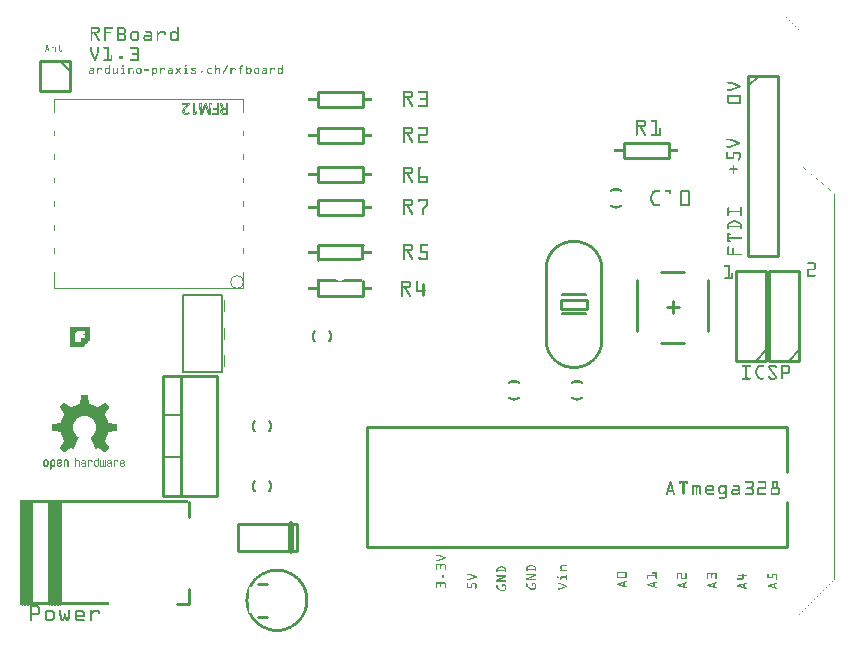
<source format=gto>
G04 MADE WITH FRITZING*
G04 WWW.FRITZING.ORG*
G04 DOUBLE SIDED*
G04 HOLES PLATED*
G04 CONTOUR ON CENTER OF CONTOUR VECTOR*
%ASAXBY*%
%FSLAX23Y23*%
%MOIN*%
%OFA0B0*%
%SFA1.0B1.0*%
%ADD10C,0.046861X0.0399166*%
%ADD11R,0.096457X0.038714X0.076772X0.019029*%
%ADD12C,0.009843*%
%ADD13C,0.002600*%
%ADD14C,0.008000*%
%ADD15C,0.010000*%
%ADD16C,0.005000*%
%ADD17C,0.020000*%
%ADD18C,0.011000*%
%ADD19R,0.001000X0.001000*%
%LNSILK1*%
G90*
G70*
G54D10*
X721Y1202D03*
G54D12*
X1802Y1142D02*
X1889Y1142D01*
X1889Y1113D01*
X1802Y1113D01*
X1802Y1142D01*
D02*
G54D13*
X537Y968D02*
X537Y1094D01*
D02*
X679Y1014D02*
X679Y1048D01*
D02*
X679Y923D02*
X679Y957D01*
D02*
X679Y1105D02*
X679Y1139D01*
D02*
X537Y968D02*
X537Y1094D01*
D02*
X679Y1014D02*
X679Y1048D01*
D02*
X679Y923D02*
X679Y957D01*
D02*
X679Y1105D02*
X679Y1139D01*
G54D14*
D02*
X543Y1160D02*
X673Y1160D01*
D02*
X673Y1160D02*
X673Y902D01*
D02*
X673Y902D02*
X543Y902D01*
D02*
X543Y902D02*
X543Y1160D01*
G54D15*
D02*
X2555Y721D02*
X1155Y721D01*
D02*
X1155Y721D02*
X1155Y321D01*
D02*
X1155Y321D02*
X2555Y321D01*
D02*
X2555Y721D02*
X2555Y571D01*
D02*
X2555Y471D02*
X2555Y321D01*
D02*
X2135Y1237D02*
X2213Y1237D01*
D02*
X2056Y1040D02*
X2056Y1208D01*
D02*
X2292Y1040D02*
X2292Y1208D01*
D02*
X2135Y1001D02*
X2213Y1001D01*
D02*
X2154Y1119D02*
X2194Y1119D01*
D02*
X2174Y1139D02*
X2174Y1100D01*
D02*
X2161Y1617D02*
X2011Y1617D01*
D02*
X2011Y1617D02*
X2011Y1667D01*
D02*
X2011Y1667D02*
X2161Y1667D01*
D02*
X2161Y1667D02*
X2161Y1617D01*
D02*
X2425Y1891D02*
X2425Y1291D01*
D02*
X2425Y1291D02*
X2525Y1291D01*
D02*
X2525Y1291D02*
X2525Y1891D01*
D02*
X2525Y1891D02*
X2425Y1891D01*
G54D16*
D02*
X2425Y1856D02*
X2460Y1891D01*
G54D15*
D02*
X475Y491D02*
X475Y891D01*
D02*
X475Y891D02*
X655Y891D01*
D02*
X655Y891D02*
X655Y491D01*
D02*
X655Y491D02*
X475Y491D01*
D02*
X475Y491D02*
X475Y891D01*
D02*
X475Y891D02*
X535Y891D01*
D02*
X535Y891D02*
X535Y491D01*
D02*
X535Y491D02*
X475Y491D01*
G54D16*
D02*
X475Y621D02*
X535Y621D01*
D02*
X475Y761D02*
X535Y761D01*
G54D15*
D02*
X560Y471D02*
X560Y421D01*
D02*
X520Y131D02*
X560Y131D01*
D02*
X560Y131D02*
X560Y181D01*
D02*
X5Y131D02*
X5Y471D01*
D02*
X10Y131D02*
X10Y471D01*
D02*
X15Y131D02*
X15Y471D01*
D02*
X20Y131D02*
X20Y471D01*
D02*
X25Y131D02*
X25Y471D01*
D02*
X30Y131D02*
X30Y471D01*
D02*
X35Y131D02*
X35Y471D01*
D02*
X130Y131D02*
X130Y471D01*
D02*
X125Y131D02*
X125Y471D01*
D02*
X120Y131D02*
X120Y471D01*
D02*
X115Y131D02*
X115Y471D01*
D02*
X110Y131D02*
X110Y471D01*
D02*
X105Y131D02*
X105Y471D01*
D02*
X100Y131D02*
X100Y471D01*
D02*
X95Y131D02*
X95Y471D01*
D02*
X921Y306D02*
X726Y306D01*
D02*
X726Y396D02*
X921Y396D01*
D02*
X921Y396D02*
X921Y306D01*
G54D17*
D02*
X901Y396D02*
X901Y306D01*
G54D15*
D02*
X2485Y941D02*
X2485Y1241D01*
D02*
X2485Y1241D02*
X2385Y1241D01*
D02*
X2385Y1241D02*
X2385Y941D01*
D02*
X2385Y941D02*
X2485Y941D01*
G54D16*
D02*
X2485Y976D02*
X2450Y941D01*
G54D15*
D02*
X2595Y941D02*
X2595Y1241D01*
D02*
X2595Y1241D02*
X2495Y1241D01*
D02*
X2495Y1241D02*
X2495Y941D01*
D02*
X2495Y941D02*
X2595Y941D01*
G54D16*
D02*
X2595Y976D02*
X2560Y941D01*
G54D15*
D02*
X165Y1941D02*
X65Y1941D01*
D02*
X65Y1941D02*
X65Y1841D01*
D02*
X65Y1841D02*
X165Y1841D01*
D02*
X165Y1841D02*
X165Y1941D01*
G54D16*
D02*
X130Y1941D02*
X165Y1906D01*
G54D15*
D02*
X1141Y1787D02*
X991Y1787D01*
D02*
X991Y1787D02*
X991Y1837D01*
D02*
X991Y1837D02*
X1141Y1837D01*
D02*
X1141Y1837D02*
X1141Y1787D01*
D02*
X990Y1716D02*
X1140Y1716D01*
D02*
X1140Y1716D02*
X1140Y1666D01*
D02*
X1140Y1666D02*
X990Y1666D01*
D02*
X990Y1666D02*
X990Y1716D01*
D02*
X1141Y1537D02*
X991Y1537D01*
D02*
X991Y1537D02*
X991Y1587D01*
D02*
X991Y1587D02*
X1141Y1587D01*
D02*
X1141Y1587D02*
X1141Y1537D01*
D02*
X1140Y1206D02*
X1140Y1156D01*
D02*
X1140Y1156D02*
X990Y1156D01*
D02*
X990Y1156D02*
X990Y1206D01*
D02*
X1141Y1427D02*
X991Y1427D01*
D02*
X991Y1427D02*
X991Y1477D01*
D02*
X991Y1477D02*
X1141Y1477D01*
D02*
X1141Y1477D02*
X1141Y1427D01*
D02*
X990Y1326D02*
X1140Y1326D01*
D02*
X990Y1276D02*
X990Y1326D01*
G54D18*
X790Y196D02*
X820Y196D01*
D02*
X790Y86D02*
X820Y86D01*
D02*
G54D19*
X11Y2091D02*
X11Y2091D01*
X11Y2090D02*
X2547Y2090D01*
X11Y2089D02*
X11Y2089D01*
X2548Y2089D02*
X2548Y2089D01*
X11Y2088D02*
X11Y2088D01*
X2549Y2088D02*
X2549Y2088D01*
X11Y2087D02*
X11Y2087D01*
X2550Y2087D02*
X2550Y2087D01*
X11Y2086D02*
X11Y2086D01*
X2551Y2086D02*
X2551Y2086D01*
X11Y2085D02*
X11Y2085D01*
X2552Y2085D02*
X2552Y2085D01*
X11Y2084D02*
X11Y2084D01*
X2553Y2084D02*
X2553Y2084D01*
X11Y2083D02*
X11Y2083D01*
X2554Y2083D02*
X2554Y2083D01*
X11Y2082D02*
X11Y2082D01*
X2555Y2082D02*
X2555Y2082D01*
X11Y2081D02*
X11Y2081D01*
X2556Y2081D02*
X2556Y2081D01*
X11Y2080D02*
X11Y2080D01*
X2557Y2080D02*
X2557Y2080D01*
X11Y2079D02*
X11Y2079D01*
X2558Y2079D02*
X2558Y2079D01*
X11Y2078D02*
X11Y2078D01*
X2559Y2078D02*
X2559Y2078D01*
X11Y2077D02*
X11Y2077D01*
X2560Y2077D02*
X2560Y2077D01*
X11Y2076D02*
X11Y2076D01*
X2561Y2076D02*
X2561Y2076D01*
X11Y2075D02*
X11Y2075D01*
X2562Y2075D02*
X2562Y2075D01*
X11Y2074D02*
X11Y2074D01*
X2563Y2074D02*
X2563Y2074D01*
X11Y2073D02*
X11Y2073D01*
X2564Y2073D02*
X2564Y2073D01*
X11Y2072D02*
X11Y2072D01*
X2565Y2072D02*
X2565Y2072D01*
X11Y2071D02*
X11Y2071D01*
X2566Y2071D02*
X2566Y2071D01*
X11Y2070D02*
X11Y2070D01*
X2567Y2070D02*
X2567Y2070D01*
X11Y2069D02*
X11Y2069D01*
X2568Y2069D02*
X2568Y2069D01*
X11Y2068D02*
X11Y2068D01*
X2569Y2068D02*
X2569Y2068D01*
X11Y2067D02*
X11Y2067D01*
X2570Y2067D02*
X2570Y2067D01*
X11Y2066D02*
X11Y2066D01*
X2571Y2066D02*
X2571Y2066D01*
X11Y2065D02*
X11Y2065D01*
X2572Y2065D02*
X2572Y2065D01*
X11Y2064D02*
X11Y2064D01*
X2573Y2064D02*
X2573Y2064D01*
X11Y2063D02*
X11Y2063D01*
X2574Y2063D02*
X2574Y2063D01*
X11Y2062D02*
X11Y2062D01*
X2575Y2062D02*
X2575Y2062D01*
X11Y2061D02*
X11Y2061D01*
X2576Y2061D02*
X2576Y2061D01*
X11Y2060D02*
X11Y2060D01*
X2577Y2060D02*
X2577Y2060D01*
X11Y2059D02*
X11Y2059D01*
X2578Y2059D02*
X2578Y2059D01*
X11Y2058D02*
X11Y2058D01*
X2579Y2058D02*
X2579Y2058D01*
X11Y2057D02*
X11Y2057D01*
X2580Y2057D02*
X2580Y2057D01*
X11Y2056D02*
X11Y2056D01*
X2581Y2056D02*
X2581Y2056D01*
X11Y2055D02*
X11Y2055D01*
X2582Y2055D02*
X2582Y2055D01*
X11Y2054D02*
X11Y2054D01*
X2583Y2054D02*
X2583Y2054D01*
X11Y2053D02*
X11Y2053D01*
X2584Y2053D02*
X2584Y2053D01*
X11Y2052D02*
X11Y2052D01*
X234Y2052D02*
X258Y2052D01*
X278Y2052D02*
X307Y2052D01*
X322Y2052D02*
X344Y2052D01*
X523Y2052D02*
X526Y2052D01*
X2585Y2052D02*
X2585Y2052D01*
X11Y2051D02*
X11Y2051D01*
X234Y2051D02*
X260Y2051D01*
X278Y2051D02*
X307Y2051D01*
X322Y2051D02*
X346Y2051D01*
X522Y2051D02*
X527Y2051D01*
X2586Y2051D02*
X2586Y2051D01*
X11Y2050D02*
X11Y2050D01*
X234Y2050D02*
X261Y2050D01*
X278Y2050D02*
X308Y2050D01*
X322Y2050D02*
X347Y2050D01*
X522Y2050D02*
X527Y2050D01*
X2587Y2050D02*
X2587Y2050D01*
X11Y2049D02*
X11Y2049D01*
X234Y2049D02*
X262Y2049D01*
X278Y2049D02*
X307Y2049D01*
X322Y2049D02*
X348Y2049D01*
X522Y2049D02*
X527Y2049D01*
X2588Y2049D02*
X2588Y2049D01*
X11Y2048D02*
X11Y2048D01*
X234Y2048D02*
X263Y2048D01*
X278Y2048D02*
X307Y2048D01*
X322Y2048D02*
X349Y2048D01*
X522Y2048D02*
X527Y2048D01*
X2589Y2048D02*
X2589Y2048D01*
X11Y2047D02*
X11Y2047D01*
X234Y2047D02*
X263Y2047D01*
X278Y2047D02*
X306Y2047D01*
X322Y2047D02*
X350Y2047D01*
X522Y2047D02*
X527Y2047D01*
X2590Y2047D02*
X2590Y2047D01*
X11Y2046D02*
X11Y2046D01*
X234Y2046D02*
X239Y2046D01*
X257Y2046D02*
X263Y2046D01*
X278Y2046D02*
X283Y2046D01*
X322Y2046D02*
X327Y2046D01*
X343Y2046D02*
X350Y2046D01*
X522Y2046D02*
X527Y2046D01*
X2591Y2046D02*
X2591Y2046D01*
X11Y2045D02*
X11Y2045D01*
X234Y2045D02*
X239Y2045D01*
X258Y2045D02*
X264Y2045D01*
X278Y2045D02*
X283Y2045D01*
X322Y2045D02*
X327Y2045D01*
X344Y2045D02*
X351Y2045D01*
X522Y2045D02*
X527Y2045D01*
X2592Y2045D02*
X2592Y2045D01*
X11Y2044D02*
X11Y2044D01*
X234Y2044D02*
X239Y2044D01*
X258Y2044D02*
X264Y2044D01*
X278Y2044D02*
X283Y2044D01*
X322Y2044D02*
X327Y2044D01*
X345Y2044D02*
X351Y2044D01*
X522Y2044D02*
X527Y2044D01*
X2593Y2044D02*
X2593Y2044D01*
X11Y2043D02*
X11Y2043D01*
X234Y2043D02*
X239Y2043D01*
X259Y2043D02*
X264Y2043D01*
X278Y2043D02*
X283Y2043D01*
X322Y2043D02*
X327Y2043D01*
X346Y2043D02*
X351Y2043D01*
X522Y2043D02*
X527Y2043D01*
X2594Y2043D02*
X2594Y2043D01*
X11Y2042D02*
X11Y2042D01*
X234Y2042D02*
X239Y2042D01*
X259Y2042D02*
X264Y2042D01*
X278Y2042D02*
X283Y2042D01*
X322Y2042D02*
X327Y2042D01*
X346Y2042D02*
X351Y2042D01*
X522Y2042D02*
X527Y2042D01*
X2595Y2042D02*
X2595Y2042D01*
X11Y2041D02*
X11Y2041D01*
X234Y2041D02*
X239Y2041D01*
X259Y2041D02*
X264Y2041D01*
X278Y2041D02*
X283Y2041D01*
X322Y2041D02*
X327Y2041D01*
X346Y2041D02*
X352Y2041D01*
X522Y2041D02*
X527Y2041D01*
X2596Y2041D02*
X2596Y2041D01*
X11Y2040D02*
X11Y2040D01*
X234Y2040D02*
X239Y2040D01*
X258Y2040D02*
X264Y2040D01*
X278Y2040D02*
X283Y2040D01*
X322Y2040D02*
X327Y2040D01*
X346Y2040D02*
X352Y2040D01*
X377Y2040D02*
X384Y2040D01*
X419Y2040D02*
X430Y2040D01*
X469Y2040D02*
X474Y2040D01*
X509Y2040D02*
X513Y2040D01*
X522Y2040D02*
X527Y2040D01*
X2596Y2040D02*
X2596Y2040D01*
X11Y2039D02*
X11Y2039D01*
X234Y2039D02*
X239Y2039D01*
X258Y2039D02*
X264Y2039D01*
X278Y2039D02*
X283Y2039D01*
X322Y2039D02*
X327Y2039D01*
X346Y2039D02*
X352Y2039D01*
X373Y2039D02*
X388Y2039D01*
X417Y2039D02*
X434Y2039D01*
X455Y2039D02*
X458Y2039D01*
X467Y2039D02*
X478Y2039D01*
X505Y2039D02*
X517Y2039D01*
X522Y2039D02*
X527Y2039D01*
X2596Y2039D02*
X2596Y2039D01*
X11Y2038D02*
X11Y2038D01*
X234Y2038D02*
X239Y2038D01*
X257Y2038D02*
X263Y2038D01*
X278Y2038D02*
X283Y2038D01*
X322Y2038D02*
X327Y2038D01*
X346Y2038D02*
X352Y2038D01*
X372Y2038D02*
X390Y2038D01*
X416Y2038D02*
X435Y2038D01*
X454Y2038D02*
X459Y2038D01*
X466Y2038D02*
X480Y2038D01*
X504Y2038D02*
X519Y2038D01*
X522Y2038D02*
X527Y2038D01*
X2596Y2038D02*
X2596Y2038D01*
X11Y2037D02*
X11Y2037D01*
X234Y2037D02*
X263Y2037D01*
X278Y2037D02*
X300Y2037D01*
X322Y2037D02*
X327Y2037D01*
X346Y2037D02*
X351Y2037D01*
X371Y2037D02*
X391Y2037D01*
X416Y2037D02*
X436Y2037D01*
X454Y2037D02*
X459Y2037D01*
X464Y2037D02*
X481Y2037D01*
X502Y2037D02*
X520Y2037D01*
X522Y2037D02*
X527Y2037D01*
X2596Y2037D02*
X2596Y2037D01*
X11Y2036D02*
X11Y2036D01*
X234Y2036D02*
X262Y2036D01*
X278Y2036D02*
X301Y2036D01*
X322Y2036D02*
X327Y2036D01*
X346Y2036D02*
X351Y2036D01*
X369Y2036D02*
X392Y2036D01*
X416Y2036D02*
X437Y2036D01*
X454Y2036D02*
X459Y2036D01*
X463Y2036D02*
X482Y2036D01*
X501Y2036D02*
X527Y2036D01*
X2596Y2036D02*
X2596Y2036D01*
X11Y2035D02*
X11Y2035D01*
X234Y2035D02*
X262Y2035D01*
X278Y2035D02*
X301Y2035D01*
X322Y2035D02*
X327Y2035D01*
X345Y2035D02*
X351Y2035D01*
X368Y2035D02*
X393Y2035D01*
X417Y2035D02*
X438Y2035D01*
X454Y2035D02*
X459Y2035D01*
X462Y2035D02*
X482Y2035D01*
X500Y2035D02*
X527Y2035D01*
X2596Y2035D02*
X2596Y2035D01*
X11Y2034D02*
X11Y2034D01*
X234Y2034D02*
X261Y2034D01*
X278Y2034D02*
X301Y2034D01*
X322Y2034D02*
X327Y2034D01*
X344Y2034D02*
X351Y2034D01*
X368Y2034D02*
X394Y2034D01*
X418Y2034D02*
X438Y2034D01*
X454Y2034D02*
X459Y2034D01*
X461Y2034D02*
X483Y2034D01*
X499Y2034D02*
X527Y2034D01*
X2596Y2034D02*
X2596Y2034D01*
X11Y2033D02*
X11Y2033D01*
X234Y2033D02*
X260Y2033D01*
X278Y2033D02*
X301Y2033D01*
X322Y2033D02*
X327Y2033D01*
X343Y2033D02*
X350Y2033D01*
X367Y2033D02*
X374Y2033D01*
X387Y2033D02*
X395Y2033D01*
X433Y2033D02*
X438Y2033D01*
X454Y2033D02*
X468Y2033D01*
X477Y2033D02*
X483Y2033D01*
X499Y2033D02*
X506Y2033D01*
X516Y2033D02*
X527Y2033D01*
X2596Y2033D02*
X2596Y2033D01*
X11Y2032D02*
X11Y2032D01*
X234Y2032D02*
X258Y2032D01*
X278Y2032D02*
X300Y2032D01*
X322Y2032D02*
X350Y2032D01*
X367Y2032D02*
X373Y2032D01*
X389Y2032D02*
X395Y2032D01*
X433Y2032D02*
X439Y2032D01*
X454Y2032D02*
X467Y2032D01*
X478Y2032D02*
X483Y2032D01*
X498Y2032D02*
X505Y2032D01*
X517Y2032D02*
X527Y2032D01*
X2596Y2032D02*
X2596Y2032D01*
X11Y2031D02*
X11Y2031D01*
X234Y2031D02*
X240Y2031D01*
X245Y2031D02*
X251Y2031D01*
X278Y2031D02*
X284Y2031D01*
X322Y2031D02*
X349Y2031D01*
X366Y2031D02*
X372Y2031D01*
X390Y2031D02*
X395Y2031D01*
X433Y2031D02*
X439Y2031D01*
X454Y2031D02*
X466Y2031D01*
X478Y2031D02*
X483Y2031D01*
X498Y2031D02*
X504Y2031D01*
X518Y2031D02*
X527Y2031D01*
X2596Y2031D02*
X2596Y2031D01*
X11Y2030D02*
X11Y2030D01*
X234Y2030D02*
X239Y2030D01*
X245Y2030D02*
X252Y2030D01*
X278Y2030D02*
X283Y2030D01*
X322Y2030D02*
X348Y2030D01*
X366Y2030D02*
X372Y2030D01*
X390Y2030D02*
X395Y2030D01*
X433Y2030D02*
X439Y2030D01*
X454Y2030D02*
X465Y2030D01*
X478Y2030D02*
X483Y2030D01*
X498Y2030D02*
X503Y2030D01*
X519Y2030D02*
X527Y2030D01*
X2596Y2030D02*
X2596Y2030D01*
X11Y2029D02*
X11Y2029D01*
X234Y2029D02*
X239Y2029D01*
X246Y2029D02*
X252Y2029D01*
X278Y2029D02*
X283Y2029D01*
X322Y2029D02*
X348Y2029D01*
X366Y2029D02*
X371Y2029D01*
X390Y2029D02*
X395Y2029D01*
X434Y2029D02*
X439Y2029D01*
X454Y2029D02*
X464Y2029D01*
X478Y2029D02*
X483Y2029D01*
X498Y2029D02*
X503Y2029D01*
X521Y2029D02*
X527Y2029D01*
X2596Y2029D02*
X2596Y2029D01*
X11Y2028D02*
X11Y2028D01*
X234Y2028D02*
X239Y2028D01*
X247Y2028D02*
X253Y2028D01*
X278Y2028D02*
X283Y2028D01*
X322Y2028D02*
X348Y2028D01*
X366Y2028D02*
X371Y2028D01*
X390Y2028D02*
X395Y2028D01*
X434Y2028D02*
X439Y2028D01*
X454Y2028D02*
X462Y2028D01*
X478Y2028D02*
X483Y2028D01*
X498Y2028D02*
X503Y2028D01*
X522Y2028D02*
X527Y2028D01*
X2596Y2028D02*
X2596Y2028D01*
X11Y2027D02*
X11Y2027D01*
X234Y2027D02*
X239Y2027D01*
X247Y2027D02*
X253Y2027D01*
X278Y2027D02*
X283Y2027D01*
X322Y2027D02*
X349Y2027D01*
X366Y2027D02*
X371Y2027D01*
X390Y2027D02*
X395Y2027D01*
X418Y2027D02*
X431Y2027D01*
X433Y2027D02*
X439Y2027D01*
X454Y2027D02*
X461Y2027D01*
X479Y2027D02*
X482Y2027D01*
X498Y2027D02*
X503Y2027D01*
X522Y2027D02*
X527Y2027D01*
X2596Y2027D02*
X2596Y2027D01*
X11Y2026D02*
X11Y2026D01*
X234Y2026D02*
X239Y2026D01*
X248Y2026D02*
X254Y2026D01*
X278Y2026D02*
X283Y2026D01*
X322Y2026D02*
X328Y2026D01*
X341Y2026D02*
X350Y2026D01*
X366Y2026D02*
X371Y2026D01*
X390Y2026D02*
X395Y2026D01*
X415Y2026D02*
X439Y2026D01*
X454Y2026D02*
X460Y2026D01*
X498Y2026D02*
X503Y2026D01*
X522Y2026D02*
X527Y2026D01*
X2596Y2026D02*
X2596Y2026D01*
X11Y2025D02*
X11Y2025D01*
X234Y2025D02*
X239Y2025D01*
X248Y2025D02*
X254Y2025D01*
X278Y2025D02*
X283Y2025D01*
X322Y2025D02*
X327Y2025D01*
X344Y2025D02*
X350Y2025D01*
X366Y2025D02*
X371Y2025D01*
X390Y2025D02*
X395Y2025D01*
X413Y2025D02*
X439Y2025D01*
X454Y2025D02*
X459Y2025D01*
X498Y2025D02*
X503Y2025D01*
X522Y2025D02*
X527Y2025D01*
X2596Y2025D02*
X2596Y2025D01*
X11Y2024D02*
X11Y2024D01*
X234Y2024D02*
X239Y2024D01*
X249Y2024D02*
X255Y2024D01*
X278Y2024D02*
X283Y2024D01*
X322Y2024D02*
X327Y2024D01*
X345Y2024D02*
X351Y2024D01*
X366Y2024D02*
X371Y2024D01*
X390Y2024D02*
X395Y2024D01*
X412Y2024D02*
X439Y2024D01*
X454Y2024D02*
X459Y2024D01*
X498Y2024D02*
X503Y2024D01*
X522Y2024D02*
X527Y2024D01*
X2596Y2024D02*
X2596Y2024D01*
X11Y2023D02*
X11Y2023D01*
X234Y2023D02*
X239Y2023D01*
X249Y2023D02*
X256Y2023D01*
X278Y2023D02*
X283Y2023D01*
X322Y2023D02*
X327Y2023D01*
X345Y2023D02*
X351Y2023D01*
X366Y2023D02*
X371Y2023D01*
X390Y2023D02*
X395Y2023D01*
X412Y2023D02*
X439Y2023D01*
X454Y2023D02*
X459Y2023D01*
X498Y2023D02*
X503Y2023D01*
X522Y2023D02*
X527Y2023D01*
X2596Y2023D02*
X2596Y2023D01*
X11Y2022D02*
X11Y2022D01*
X234Y2022D02*
X239Y2022D01*
X250Y2022D02*
X256Y2022D01*
X278Y2022D02*
X283Y2022D01*
X322Y2022D02*
X327Y2022D01*
X346Y2022D02*
X351Y2022D01*
X366Y2022D02*
X371Y2022D01*
X390Y2022D02*
X395Y2022D01*
X411Y2022D02*
X439Y2022D01*
X454Y2022D02*
X459Y2022D01*
X498Y2022D02*
X503Y2022D01*
X522Y2022D02*
X527Y2022D01*
X2596Y2022D02*
X2596Y2022D01*
X11Y2021D02*
X11Y2021D01*
X234Y2021D02*
X239Y2021D01*
X251Y2021D02*
X257Y2021D01*
X278Y2021D02*
X283Y2021D01*
X322Y2021D02*
X327Y2021D01*
X346Y2021D02*
X351Y2021D01*
X366Y2021D02*
X371Y2021D01*
X390Y2021D02*
X395Y2021D01*
X411Y2021D02*
X439Y2021D01*
X454Y2021D02*
X459Y2021D01*
X498Y2021D02*
X503Y2021D01*
X522Y2021D02*
X527Y2021D01*
X2596Y2021D02*
X2596Y2021D01*
X11Y2020D02*
X11Y2020D01*
X234Y2020D02*
X239Y2020D01*
X251Y2020D02*
X257Y2020D01*
X278Y2020D02*
X283Y2020D01*
X322Y2020D02*
X327Y2020D01*
X346Y2020D02*
X352Y2020D01*
X366Y2020D02*
X371Y2020D01*
X390Y2020D02*
X395Y2020D01*
X410Y2020D02*
X416Y2020D01*
X433Y2020D02*
X439Y2020D01*
X454Y2020D02*
X459Y2020D01*
X498Y2020D02*
X503Y2020D01*
X522Y2020D02*
X527Y2020D01*
X2596Y2020D02*
X2596Y2020D01*
X11Y2019D02*
X11Y2019D01*
X234Y2019D02*
X239Y2019D01*
X252Y2019D02*
X258Y2019D01*
X278Y2019D02*
X283Y2019D01*
X322Y2019D02*
X327Y2019D01*
X346Y2019D02*
X352Y2019D01*
X366Y2019D02*
X371Y2019D01*
X390Y2019D02*
X395Y2019D01*
X410Y2019D02*
X415Y2019D01*
X434Y2019D02*
X439Y2019D01*
X454Y2019D02*
X459Y2019D01*
X498Y2019D02*
X503Y2019D01*
X522Y2019D02*
X527Y2019D01*
X2596Y2019D02*
X2596Y2019D01*
X11Y2018D02*
X11Y2018D01*
X234Y2018D02*
X239Y2018D01*
X252Y2018D02*
X259Y2018D01*
X278Y2018D02*
X283Y2018D01*
X322Y2018D02*
X327Y2018D01*
X346Y2018D02*
X352Y2018D01*
X366Y2018D02*
X371Y2018D01*
X390Y2018D02*
X395Y2018D01*
X410Y2018D02*
X415Y2018D01*
X434Y2018D02*
X439Y2018D01*
X454Y2018D02*
X459Y2018D01*
X498Y2018D02*
X503Y2018D01*
X522Y2018D02*
X527Y2018D01*
X2596Y2018D02*
X2596Y2018D01*
X11Y2017D02*
X11Y2017D01*
X234Y2017D02*
X239Y2017D01*
X253Y2017D02*
X259Y2017D01*
X278Y2017D02*
X283Y2017D01*
X322Y2017D02*
X327Y2017D01*
X346Y2017D02*
X351Y2017D01*
X366Y2017D02*
X371Y2017D01*
X390Y2017D02*
X395Y2017D01*
X410Y2017D02*
X415Y2017D01*
X434Y2017D02*
X439Y2017D01*
X454Y2017D02*
X459Y2017D01*
X498Y2017D02*
X503Y2017D01*
X521Y2017D02*
X527Y2017D01*
X2596Y2017D02*
X2596Y2017D01*
X11Y2016D02*
X11Y2016D01*
X234Y2016D02*
X239Y2016D01*
X254Y2016D02*
X260Y2016D01*
X278Y2016D02*
X283Y2016D01*
X322Y2016D02*
X327Y2016D01*
X346Y2016D02*
X351Y2016D01*
X366Y2016D02*
X371Y2016D01*
X390Y2016D02*
X395Y2016D01*
X410Y2016D02*
X415Y2016D01*
X434Y2016D02*
X439Y2016D01*
X454Y2016D02*
X459Y2016D01*
X498Y2016D02*
X503Y2016D01*
X520Y2016D02*
X527Y2016D01*
X2596Y2016D02*
X2596Y2016D01*
X11Y2015D02*
X11Y2015D01*
X234Y2015D02*
X239Y2015D01*
X254Y2015D02*
X260Y2015D01*
X278Y2015D02*
X283Y2015D01*
X322Y2015D02*
X327Y2015D01*
X346Y2015D02*
X351Y2015D01*
X366Y2015D02*
X372Y2015D01*
X390Y2015D02*
X395Y2015D01*
X410Y2015D02*
X415Y2015D01*
X433Y2015D02*
X439Y2015D01*
X454Y2015D02*
X459Y2015D01*
X498Y2015D02*
X504Y2015D01*
X519Y2015D02*
X527Y2015D01*
X2596Y2015D02*
X2596Y2015D01*
X11Y2014D02*
X11Y2014D01*
X234Y2014D02*
X239Y2014D01*
X255Y2014D02*
X261Y2014D01*
X278Y2014D02*
X283Y2014D01*
X322Y2014D02*
X327Y2014D01*
X345Y2014D02*
X351Y2014D01*
X366Y2014D02*
X372Y2014D01*
X389Y2014D02*
X395Y2014D01*
X410Y2014D02*
X415Y2014D01*
X432Y2014D02*
X439Y2014D01*
X454Y2014D02*
X459Y2014D01*
X498Y2014D02*
X504Y2014D01*
X518Y2014D02*
X527Y2014D01*
X2596Y2014D02*
X2596Y2014D01*
X11Y2013D02*
X11Y2013D01*
X234Y2013D02*
X239Y2013D01*
X255Y2013D02*
X262Y2013D01*
X278Y2013D02*
X283Y2013D01*
X322Y2013D02*
X327Y2013D01*
X344Y2013D02*
X351Y2013D01*
X367Y2013D02*
X374Y2013D01*
X388Y2013D02*
X395Y2013D01*
X410Y2013D02*
X416Y2013D01*
X430Y2013D02*
X439Y2013D01*
X454Y2013D02*
X459Y2013D01*
X499Y2013D02*
X505Y2013D01*
X517Y2013D02*
X527Y2013D01*
X2596Y2013D02*
X2596Y2013D01*
X11Y2012D02*
X11Y2012D01*
X234Y2012D02*
X239Y2012D01*
X256Y2012D02*
X262Y2012D01*
X278Y2012D02*
X283Y2012D01*
X322Y2012D02*
X327Y2012D01*
X342Y2012D02*
X350Y2012D01*
X367Y2012D02*
X375Y2012D01*
X387Y2012D02*
X394Y2012D01*
X410Y2012D02*
X417Y2012D01*
X428Y2012D02*
X439Y2012D01*
X454Y2012D02*
X459Y2012D01*
X499Y2012D02*
X507Y2012D01*
X515Y2012D02*
X527Y2012D01*
X2596Y2012D02*
X2596Y2012D01*
X11Y2011D02*
X11Y2011D01*
X234Y2011D02*
X239Y2011D01*
X256Y2011D02*
X263Y2011D01*
X278Y2011D02*
X283Y2011D01*
X322Y2011D02*
X350Y2011D01*
X368Y2011D02*
X394Y2011D01*
X411Y2011D02*
X439Y2011D01*
X454Y2011D02*
X459Y2011D01*
X500Y2011D02*
X527Y2011D01*
X2596Y2011D02*
X2596Y2011D01*
X11Y2010D02*
X11Y2010D01*
X234Y2010D02*
X239Y2010D01*
X257Y2010D02*
X263Y2010D01*
X278Y2010D02*
X283Y2010D01*
X322Y2010D02*
X349Y2010D01*
X369Y2010D02*
X393Y2010D01*
X411Y2010D02*
X439Y2010D01*
X454Y2010D02*
X459Y2010D01*
X501Y2010D02*
X527Y2010D01*
X2596Y2010D02*
X2596Y2010D01*
X11Y2009D02*
X11Y2009D01*
X234Y2009D02*
X239Y2009D01*
X258Y2009D02*
X264Y2009D01*
X278Y2009D02*
X283Y2009D01*
X322Y2009D02*
X348Y2009D01*
X370Y2009D02*
X392Y2009D01*
X412Y2009D02*
X439Y2009D01*
X454Y2009D02*
X459Y2009D01*
X502Y2009D02*
X527Y2009D01*
X2596Y2009D02*
X2596Y2009D01*
X11Y2008D02*
X11Y2008D01*
X234Y2008D02*
X239Y2008D01*
X258Y2008D02*
X264Y2008D01*
X278Y2008D02*
X283Y2008D01*
X322Y2008D02*
X347Y2008D01*
X371Y2008D02*
X391Y2008D01*
X413Y2008D02*
X439Y2008D01*
X454Y2008D02*
X459Y2008D01*
X503Y2008D02*
X520Y2008D01*
X522Y2008D02*
X527Y2008D01*
X2596Y2008D02*
X2596Y2008D01*
X11Y2007D02*
X11Y2007D01*
X235Y2007D02*
X239Y2007D01*
X259Y2007D02*
X263Y2007D01*
X279Y2007D02*
X283Y2007D01*
X322Y2007D02*
X345Y2007D01*
X372Y2007D02*
X389Y2007D01*
X414Y2007D02*
X431Y2007D01*
X435Y2007D02*
X439Y2007D01*
X454Y2007D02*
X459Y2007D01*
X504Y2007D02*
X518Y2007D01*
X523Y2007D02*
X527Y2007D01*
X2596Y2007D02*
X2596Y2007D01*
X11Y2006D02*
X11Y2006D01*
X236Y2006D02*
X238Y2006D01*
X260Y2006D02*
X262Y2006D01*
X280Y2006D02*
X282Y2006D01*
X322Y2006D02*
X343Y2006D01*
X374Y2006D02*
X387Y2006D01*
X416Y2006D02*
X429Y2006D01*
X436Y2006D02*
X438Y2006D01*
X455Y2006D02*
X458Y2006D01*
X506Y2006D02*
X516Y2006D01*
X523Y2006D02*
X526Y2006D01*
X2596Y2006D02*
X2596Y2006D01*
X11Y2005D02*
X11Y2005D01*
X2596Y2005D02*
X2596Y2005D01*
X11Y2004D02*
X11Y2004D01*
X2596Y2004D02*
X2596Y2004D01*
X11Y2003D02*
X11Y2003D01*
X2596Y2003D02*
X2596Y2003D01*
X11Y2002D02*
X11Y2002D01*
X2596Y2002D02*
X2596Y2002D01*
X11Y2001D02*
X11Y2001D01*
X2596Y2001D02*
X2596Y2001D01*
X11Y2000D02*
X11Y2000D01*
X2596Y2000D02*
X2596Y2000D01*
X11Y1999D02*
X11Y1999D01*
X2596Y1999D02*
X2596Y1999D01*
X11Y1998D02*
X11Y1998D01*
X2596Y1998D02*
X2596Y1998D01*
X11Y1997D02*
X11Y1997D01*
X2596Y1997D02*
X2596Y1997D01*
X11Y1996D02*
X11Y1996D01*
X2596Y1996D02*
X2596Y1996D01*
X11Y1995D02*
X11Y1995D01*
X2596Y1995D02*
X2596Y1995D01*
X11Y1994D02*
X11Y1994D01*
X89Y1994D02*
X89Y1994D01*
X2596Y1994D02*
X2596Y1994D01*
X11Y1993D02*
X11Y1993D01*
X88Y1993D02*
X90Y1993D01*
X2596Y1993D02*
X2596Y1993D01*
X11Y1992D02*
X11Y1992D01*
X88Y1992D02*
X90Y1992D01*
X129Y1992D02*
X130Y1992D01*
X2596Y1992D02*
X2596Y1992D01*
X11Y1991D02*
X11Y1991D01*
X87Y1991D02*
X90Y1991D01*
X128Y1991D02*
X131Y1991D01*
X2596Y1991D02*
X2596Y1991D01*
X11Y1990D02*
X11Y1990D01*
X87Y1990D02*
X91Y1990D01*
X128Y1990D02*
X131Y1990D01*
X2596Y1990D02*
X2596Y1990D01*
X11Y1989D02*
X11Y1989D01*
X87Y1989D02*
X91Y1989D01*
X128Y1989D02*
X131Y1989D01*
X2596Y1989D02*
X2596Y1989D01*
X11Y1988D02*
X11Y1988D01*
X86Y1988D02*
X91Y1988D01*
X128Y1988D02*
X131Y1988D01*
X2596Y1988D02*
X2596Y1988D01*
X11Y1987D02*
X11Y1987D01*
X86Y1987D02*
X92Y1987D01*
X104Y1987D02*
X105Y1987D01*
X110Y1987D02*
X115Y1987D01*
X126Y1987D02*
X138Y1987D01*
X2596Y1987D02*
X2596Y1987D01*
X11Y1986D02*
X11Y1986D01*
X86Y1986D02*
X88Y1986D01*
X90Y1986D02*
X92Y1986D01*
X104Y1986D02*
X106Y1986D01*
X108Y1986D02*
X116Y1986D01*
X126Y1986D02*
X138Y1986D01*
X2596Y1986D02*
X2596Y1986D01*
X11Y1985D02*
X11Y1985D01*
X86Y1985D02*
X88Y1985D01*
X90Y1985D02*
X92Y1985D01*
X104Y1985D02*
X117Y1985D01*
X126Y1985D02*
X137Y1985D01*
X234Y1985D02*
X237Y1985D01*
X258Y1985D02*
X261Y1985D01*
X278Y1985D02*
X294Y1985D01*
X366Y1985D02*
X391Y1985D01*
X2596Y1985D02*
X2596Y1985D01*
X11Y1984D02*
X11Y1984D01*
X85Y1984D02*
X87Y1984D01*
X90Y1984D02*
X92Y1984D01*
X104Y1984D02*
X110Y1984D01*
X115Y1984D02*
X117Y1984D01*
X128Y1984D02*
X131Y1984D01*
X233Y1984D02*
X238Y1984D01*
X257Y1984D02*
X262Y1984D01*
X277Y1984D02*
X294Y1984D01*
X365Y1984D02*
X392Y1984D01*
X2596Y1984D02*
X2596Y1984D01*
X11Y1983D02*
X11Y1983D01*
X85Y1983D02*
X87Y1983D01*
X91Y1983D02*
X93Y1983D01*
X104Y1983D02*
X108Y1983D01*
X115Y1983D02*
X117Y1983D01*
X128Y1983D02*
X131Y1983D01*
X233Y1983D02*
X238Y1983D01*
X257Y1983D02*
X262Y1983D01*
X277Y1983D02*
X294Y1983D01*
X365Y1983D02*
X393Y1983D01*
X2596Y1983D02*
X2596Y1983D01*
X11Y1982D02*
X11Y1982D01*
X85Y1982D02*
X87Y1982D01*
X91Y1982D02*
X93Y1982D01*
X104Y1982D02*
X107Y1982D01*
X115Y1982D02*
X117Y1982D01*
X128Y1982D02*
X131Y1982D01*
X233Y1982D02*
X238Y1982D01*
X257Y1982D02*
X262Y1982D01*
X277Y1982D02*
X294Y1982D01*
X365Y1982D02*
X394Y1982D01*
X2596Y1982D02*
X2596Y1982D01*
X11Y1981D02*
X11Y1981D01*
X84Y1981D02*
X87Y1981D01*
X91Y1981D02*
X93Y1981D01*
X104Y1981D02*
X106Y1981D01*
X115Y1981D02*
X117Y1981D01*
X128Y1981D02*
X131Y1981D01*
X233Y1981D02*
X238Y1981D01*
X257Y1981D02*
X262Y1981D01*
X278Y1981D02*
X294Y1981D01*
X365Y1981D02*
X394Y1981D01*
X2596Y1981D02*
X2596Y1981D01*
X11Y1980D02*
X11Y1980D01*
X84Y1980D02*
X86Y1980D01*
X91Y1980D02*
X94Y1980D01*
X104Y1980D02*
X106Y1980D01*
X115Y1980D02*
X117Y1980D01*
X128Y1980D02*
X131Y1980D01*
X233Y1980D02*
X238Y1980D01*
X257Y1980D02*
X262Y1980D01*
X279Y1980D02*
X294Y1980D01*
X367Y1980D02*
X394Y1980D01*
X2596Y1980D02*
X2596Y1980D01*
X11Y1979D02*
X11Y1979D01*
X84Y1979D02*
X86Y1979D01*
X92Y1979D02*
X94Y1979D01*
X104Y1979D02*
X106Y1979D01*
X115Y1979D02*
X117Y1979D01*
X128Y1979D02*
X131Y1979D01*
X233Y1979D02*
X238Y1979D01*
X257Y1979D02*
X262Y1979D01*
X289Y1979D02*
X294Y1979D01*
X389Y1979D02*
X394Y1979D01*
X2596Y1979D02*
X2596Y1979D01*
X11Y1978D02*
X11Y1978D01*
X84Y1978D02*
X94Y1978D01*
X104Y1978D02*
X106Y1978D01*
X115Y1978D02*
X118Y1978D01*
X128Y1978D02*
X131Y1978D01*
X233Y1978D02*
X238Y1978D01*
X257Y1978D02*
X262Y1978D01*
X289Y1978D02*
X294Y1978D01*
X389Y1978D02*
X394Y1978D01*
X2596Y1978D02*
X2596Y1978D01*
X11Y1977D02*
X11Y1977D01*
X83Y1977D02*
X95Y1977D01*
X104Y1977D02*
X106Y1977D01*
X116Y1977D02*
X118Y1977D01*
X128Y1977D02*
X131Y1977D01*
X233Y1977D02*
X238Y1977D01*
X257Y1977D02*
X262Y1977D01*
X289Y1977D02*
X294Y1977D01*
X389Y1977D02*
X394Y1977D01*
X2596Y1977D02*
X2596Y1977D01*
X11Y1976D02*
X11Y1976D01*
X83Y1976D02*
X95Y1976D01*
X104Y1976D02*
X106Y1976D01*
X116Y1976D02*
X118Y1976D01*
X128Y1976D02*
X131Y1976D01*
X233Y1976D02*
X238Y1976D01*
X257Y1976D02*
X262Y1976D01*
X289Y1976D02*
X294Y1976D01*
X389Y1976D02*
X394Y1976D01*
X2596Y1976D02*
X2596Y1976D01*
X11Y1975D02*
X11Y1975D01*
X83Y1975D02*
X85Y1975D01*
X93Y1975D02*
X95Y1975D01*
X104Y1975D02*
X106Y1975D01*
X116Y1975D02*
X118Y1975D01*
X128Y1975D02*
X131Y1975D01*
X138Y1975D02*
X139Y1975D01*
X233Y1975D02*
X238Y1975D01*
X257Y1975D02*
X262Y1975D01*
X289Y1975D02*
X294Y1975D01*
X389Y1975D02*
X394Y1975D01*
X2596Y1975D02*
X2596Y1975D01*
X11Y1974D02*
X11Y1974D01*
X82Y1974D02*
X85Y1974D01*
X93Y1974D02*
X95Y1974D01*
X104Y1974D02*
X106Y1974D01*
X116Y1974D02*
X118Y1974D01*
X129Y1974D02*
X131Y1974D01*
X137Y1974D02*
X139Y1974D01*
X233Y1974D02*
X238Y1974D01*
X257Y1974D02*
X262Y1974D01*
X289Y1974D02*
X294Y1974D01*
X389Y1974D02*
X394Y1974D01*
X2596Y1974D02*
X2596Y1974D01*
X11Y1973D02*
X11Y1973D01*
X82Y1973D02*
X84Y1973D01*
X94Y1973D02*
X96Y1973D01*
X104Y1973D02*
X106Y1973D01*
X116Y1973D02*
X118Y1973D01*
X129Y1973D02*
X139Y1973D01*
X233Y1973D02*
X238Y1973D01*
X257Y1973D02*
X262Y1973D01*
X289Y1973D02*
X294Y1973D01*
X389Y1973D02*
X394Y1973D01*
X2596Y1973D02*
X2596Y1973D01*
X11Y1972D02*
X11Y1972D01*
X82Y1972D02*
X84Y1972D01*
X94Y1972D02*
X96Y1972D01*
X104Y1972D02*
X106Y1972D01*
X116Y1972D02*
X118Y1972D01*
X130Y1972D02*
X138Y1972D01*
X233Y1972D02*
X238Y1972D01*
X257Y1972D02*
X262Y1972D01*
X289Y1972D02*
X294Y1972D01*
X389Y1972D02*
X394Y1972D01*
X2596Y1972D02*
X2596Y1972D01*
X11Y1971D02*
X11Y1971D01*
X82Y1971D02*
X83Y1971D01*
X94Y1971D02*
X95Y1971D01*
X104Y1971D02*
X105Y1971D01*
X116Y1971D02*
X117Y1971D01*
X131Y1971D02*
X137Y1971D01*
X233Y1971D02*
X239Y1971D01*
X256Y1971D02*
X262Y1971D01*
X289Y1971D02*
X294Y1971D01*
X389Y1971D02*
X394Y1971D01*
X2596Y1971D02*
X2596Y1971D01*
X11Y1970D02*
X11Y1970D01*
X234Y1970D02*
X239Y1970D01*
X256Y1970D02*
X262Y1970D01*
X289Y1970D02*
X294Y1970D01*
X389Y1970D02*
X394Y1970D01*
X2596Y1970D02*
X2596Y1970D01*
X11Y1969D02*
X11Y1969D01*
X234Y1969D02*
X240Y1969D01*
X255Y1969D02*
X261Y1969D01*
X289Y1969D02*
X294Y1969D01*
X389Y1969D02*
X394Y1969D01*
X2596Y1969D02*
X2596Y1969D01*
X11Y1968D02*
X11Y1968D01*
X234Y1968D02*
X240Y1968D01*
X255Y1968D02*
X261Y1968D01*
X289Y1968D02*
X294Y1968D01*
X389Y1968D02*
X394Y1968D01*
X2596Y1968D02*
X2596Y1968D01*
X11Y1967D02*
X11Y1967D01*
X235Y1967D02*
X240Y1967D01*
X255Y1967D02*
X260Y1967D01*
X289Y1967D02*
X294Y1967D01*
X389Y1967D02*
X394Y1967D01*
X2596Y1967D02*
X2596Y1967D01*
X11Y1966D02*
X11Y1966D01*
X235Y1966D02*
X241Y1966D01*
X254Y1966D02*
X260Y1966D01*
X289Y1966D02*
X294Y1966D01*
X388Y1966D02*
X394Y1966D01*
X2596Y1966D02*
X2596Y1966D01*
X11Y1965D02*
X11Y1965D01*
X236Y1965D02*
X241Y1965D01*
X254Y1965D02*
X260Y1965D01*
X289Y1965D02*
X294Y1965D01*
X373Y1965D02*
X393Y1965D01*
X2596Y1965D02*
X2596Y1965D01*
X11Y1964D02*
X11Y1964D01*
X236Y1964D02*
X242Y1964D01*
X254Y1964D02*
X259Y1964D01*
X289Y1964D02*
X294Y1964D01*
X371Y1964D02*
X393Y1964D01*
X2596Y1964D02*
X2596Y1964D01*
X11Y1963D02*
X11Y1963D01*
X236Y1963D02*
X242Y1963D01*
X253Y1963D02*
X259Y1963D01*
X289Y1963D02*
X294Y1963D01*
X371Y1963D02*
X392Y1963D01*
X2596Y1963D02*
X2596Y1963D01*
X11Y1962D02*
X11Y1962D01*
X237Y1962D02*
X242Y1962D01*
X253Y1962D02*
X258Y1962D01*
X289Y1962D02*
X294Y1962D01*
X371Y1962D02*
X392Y1962D01*
X2596Y1962D02*
X2596Y1962D01*
X11Y1961D02*
X11Y1961D01*
X237Y1961D02*
X243Y1961D01*
X252Y1961D02*
X258Y1961D01*
X289Y1961D02*
X294Y1961D01*
X371Y1961D02*
X393Y1961D01*
X2596Y1961D02*
X2596Y1961D01*
X11Y1960D02*
X11Y1960D01*
X237Y1960D02*
X243Y1960D01*
X252Y1960D02*
X258Y1960D01*
X289Y1960D02*
X294Y1960D01*
X304Y1960D02*
X304Y1960D01*
X372Y1960D02*
X393Y1960D01*
X2596Y1960D02*
X2596Y1960D01*
X11Y1959D02*
X11Y1959D01*
X238Y1959D02*
X244Y1959D01*
X252Y1959D02*
X257Y1959D01*
X289Y1959D02*
X294Y1959D01*
X302Y1959D02*
X305Y1959D01*
X386Y1959D02*
X394Y1959D01*
X2596Y1959D02*
X2596Y1959D01*
X11Y1958D02*
X11Y1958D01*
X238Y1958D02*
X244Y1958D01*
X251Y1958D02*
X257Y1958D01*
X289Y1958D02*
X294Y1958D01*
X301Y1958D02*
X306Y1958D01*
X388Y1958D02*
X394Y1958D01*
X2596Y1958D02*
X2596Y1958D01*
X11Y1957D02*
X11Y1957D01*
X239Y1957D02*
X244Y1957D01*
X251Y1957D02*
X256Y1957D01*
X289Y1957D02*
X294Y1957D01*
X301Y1957D02*
X306Y1957D01*
X331Y1957D02*
X339Y1957D01*
X389Y1957D02*
X394Y1957D01*
X2596Y1957D02*
X2596Y1957D01*
X11Y1956D02*
X11Y1956D01*
X239Y1956D02*
X245Y1956D01*
X250Y1956D02*
X256Y1956D01*
X289Y1956D02*
X294Y1956D01*
X301Y1956D02*
X306Y1956D01*
X330Y1956D02*
X341Y1956D01*
X389Y1956D02*
X394Y1956D01*
X2596Y1956D02*
X2596Y1956D01*
X11Y1955D02*
X11Y1955D01*
X239Y1955D02*
X245Y1955D01*
X250Y1955D02*
X256Y1955D01*
X289Y1955D02*
X294Y1955D01*
X301Y1955D02*
X306Y1955D01*
X330Y1955D02*
X341Y1955D01*
X389Y1955D02*
X394Y1955D01*
X2596Y1955D02*
X2596Y1955D01*
X11Y1954D02*
X11Y1954D01*
X240Y1954D02*
X246Y1954D01*
X250Y1954D02*
X255Y1954D01*
X289Y1954D02*
X294Y1954D01*
X301Y1954D02*
X306Y1954D01*
X330Y1954D02*
X341Y1954D01*
X389Y1954D02*
X394Y1954D01*
X2596Y1954D02*
X2596Y1954D01*
X11Y1953D02*
X11Y1953D01*
X240Y1953D02*
X246Y1953D01*
X249Y1953D02*
X255Y1953D01*
X289Y1953D02*
X294Y1953D01*
X301Y1953D02*
X306Y1953D01*
X330Y1953D02*
X341Y1953D01*
X389Y1953D02*
X394Y1953D01*
X2596Y1953D02*
X2596Y1953D01*
X11Y1952D02*
X11Y1952D01*
X241Y1952D02*
X246Y1952D01*
X249Y1952D02*
X254Y1952D01*
X289Y1952D02*
X294Y1952D01*
X301Y1952D02*
X306Y1952D01*
X330Y1952D02*
X341Y1952D01*
X389Y1952D02*
X394Y1952D01*
X2596Y1952D02*
X2596Y1952D01*
X11Y1951D02*
X11Y1951D01*
X241Y1951D02*
X254Y1951D01*
X289Y1951D02*
X294Y1951D01*
X301Y1951D02*
X306Y1951D01*
X330Y1951D02*
X341Y1951D01*
X389Y1951D02*
X394Y1951D01*
X2596Y1951D02*
X2596Y1951D01*
X11Y1950D02*
X11Y1950D01*
X241Y1950D02*
X254Y1950D01*
X289Y1950D02*
X294Y1950D01*
X301Y1950D02*
X306Y1950D01*
X330Y1950D02*
X341Y1950D01*
X389Y1950D02*
X394Y1950D01*
X2596Y1950D02*
X2596Y1950D01*
X11Y1949D02*
X11Y1949D01*
X242Y1949D02*
X253Y1949D01*
X289Y1949D02*
X294Y1949D01*
X301Y1949D02*
X306Y1949D01*
X330Y1949D02*
X341Y1949D01*
X389Y1949D02*
X394Y1949D01*
X2596Y1949D02*
X2596Y1949D01*
X11Y1948D02*
X11Y1948D01*
X242Y1948D02*
X253Y1948D01*
X289Y1948D02*
X294Y1948D01*
X301Y1948D02*
X306Y1948D01*
X330Y1948D02*
X341Y1948D01*
X389Y1948D02*
X394Y1948D01*
X2596Y1948D02*
X2596Y1948D01*
X11Y1947D02*
X11Y1947D01*
X243Y1947D02*
X253Y1947D01*
X289Y1947D02*
X294Y1947D01*
X301Y1947D02*
X306Y1947D01*
X331Y1947D02*
X340Y1947D01*
X389Y1947D02*
X394Y1947D01*
X2596Y1947D02*
X2596Y1947D01*
X11Y1946D02*
X11Y1946D01*
X243Y1946D02*
X252Y1946D01*
X289Y1946D02*
X294Y1946D01*
X301Y1946D02*
X306Y1946D01*
X389Y1946D02*
X394Y1946D01*
X2596Y1946D02*
X2596Y1946D01*
X11Y1945D02*
X11Y1945D01*
X243Y1945D02*
X252Y1945D01*
X289Y1945D02*
X294Y1945D01*
X301Y1945D02*
X306Y1945D01*
X389Y1945D02*
X394Y1945D01*
X2596Y1945D02*
X2596Y1945D01*
X11Y1944D02*
X11Y1944D01*
X244Y1944D02*
X251Y1944D01*
X278Y1944D02*
X306Y1944D01*
X366Y1944D02*
X394Y1944D01*
X2596Y1944D02*
X2596Y1944D01*
X11Y1943D02*
X11Y1943D01*
X244Y1943D02*
X251Y1943D01*
X277Y1943D02*
X306Y1943D01*
X365Y1943D02*
X394Y1943D01*
X2596Y1943D02*
X2596Y1943D01*
X11Y1942D02*
X11Y1942D01*
X244Y1942D02*
X251Y1942D01*
X277Y1942D02*
X306Y1942D01*
X365Y1942D02*
X393Y1942D01*
X2596Y1942D02*
X2596Y1942D01*
X11Y1941D02*
X11Y1941D01*
X245Y1941D02*
X250Y1941D01*
X277Y1941D02*
X306Y1941D01*
X365Y1941D02*
X393Y1941D01*
X2596Y1941D02*
X2596Y1941D01*
X11Y1940D02*
X11Y1940D01*
X245Y1940D02*
X250Y1940D01*
X277Y1940D02*
X306Y1940D01*
X365Y1940D02*
X392Y1940D01*
X2596Y1940D02*
X2596Y1940D01*
X11Y1939D02*
X11Y1939D01*
X246Y1939D02*
X249Y1939D01*
X278Y1939D02*
X305Y1939D01*
X366Y1939D02*
X390Y1939D01*
X2596Y1939D02*
X2596Y1939D01*
X11Y1938D02*
X11Y1938D01*
X2596Y1938D02*
X2596Y1938D01*
X11Y1937D02*
X11Y1937D01*
X2596Y1937D02*
X2596Y1937D01*
X11Y1936D02*
X11Y1936D01*
X2596Y1936D02*
X2596Y1936D01*
X11Y1935D02*
X11Y1935D01*
X2596Y1935D02*
X2596Y1935D01*
X11Y1934D02*
X11Y1934D01*
X2596Y1934D02*
X2596Y1934D01*
X11Y1933D02*
X11Y1933D01*
X2596Y1933D02*
X2596Y1933D01*
X11Y1932D02*
X11Y1932D01*
X2596Y1932D02*
X2596Y1932D01*
X11Y1931D02*
X11Y1931D01*
X2596Y1931D02*
X2596Y1931D01*
X11Y1930D02*
X11Y1930D01*
X2596Y1930D02*
X2596Y1930D01*
X11Y1929D02*
X11Y1929D01*
X2596Y1929D02*
X2596Y1929D01*
X11Y1928D02*
X11Y1928D01*
X2596Y1928D02*
X2596Y1928D01*
X11Y1927D02*
X11Y1927D01*
X2596Y1927D02*
X2596Y1927D01*
X11Y1926D02*
X11Y1926D01*
X2596Y1926D02*
X2596Y1926D01*
X11Y1925D02*
X11Y1925D01*
X339Y1925D02*
X343Y1925D01*
X549Y1925D02*
X553Y1925D01*
X2596Y1925D02*
X2596Y1925D01*
X11Y1924D02*
X11Y1924D01*
X297Y1924D02*
X297Y1924D01*
X339Y1924D02*
X343Y1924D01*
X549Y1924D02*
X553Y1924D01*
X649Y1924D02*
X650Y1924D01*
X689Y1924D02*
X690Y1924D01*
X736Y1924D02*
X742Y1924D01*
X754Y1924D02*
X754Y1924D01*
X873Y1924D02*
X874Y1924D01*
X2596Y1924D02*
X2596Y1924D01*
X11Y1923D02*
X11Y1923D01*
X296Y1923D02*
X298Y1923D01*
X339Y1923D02*
X344Y1923D01*
X549Y1923D02*
X553Y1923D01*
X648Y1923D02*
X651Y1923D01*
X689Y1923D02*
X691Y1923D01*
X734Y1923D02*
X742Y1923D01*
X753Y1923D02*
X755Y1923D01*
X872Y1923D02*
X874Y1923D01*
X2596Y1923D02*
X2596Y1923D01*
X11Y1922D02*
X11Y1922D01*
X296Y1922D02*
X298Y1922D01*
X339Y1922D02*
X343Y1922D01*
X549Y1922D02*
X553Y1922D01*
X648Y1922D02*
X651Y1922D01*
X688Y1922D02*
X691Y1922D01*
X733Y1922D02*
X743Y1922D01*
X753Y1922D02*
X755Y1922D01*
X872Y1922D02*
X875Y1922D01*
X2596Y1922D02*
X2596Y1922D01*
X11Y1921D02*
X11Y1921D01*
X296Y1921D02*
X298Y1921D01*
X340Y1921D02*
X343Y1921D01*
X549Y1921D02*
X552Y1921D01*
X648Y1921D02*
X651Y1921D01*
X687Y1921D02*
X691Y1921D01*
X732Y1921D02*
X742Y1921D01*
X753Y1921D02*
X755Y1921D01*
X872Y1921D02*
X875Y1921D01*
X2596Y1921D02*
X2596Y1921D01*
X11Y1920D02*
X11Y1920D01*
X296Y1920D02*
X298Y1920D01*
X648Y1920D02*
X651Y1920D01*
X687Y1920D02*
X690Y1920D01*
X731Y1920D02*
X735Y1920D01*
X753Y1920D02*
X755Y1920D01*
X872Y1920D02*
X875Y1920D01*
X2596Y1920D02*
X2596Y1920D01*
X11Y1919D02*
X11Y1919D01*
X296Y1919D02*
X298Y1919D01*
X648Y1919D02*
X651Y1919D01*
X686Y1919D02*
X689Y1919D01*
X731Y1919D02*
X734Y1919D01*
X753Y1919D02*
X755Y1919D01*
X872Y1919D02*
X875Y1919D01*
X2596Y1919D02*
X2596Y1919D01*
X11Y1918D02*
X11Y1918D01*
X296Y1918D02*
X298Y1918D01*
X648Y1918D02*
X651Y1918D01*
X686Y1918D02*
X689Y1918D01*
X731Y1918D02*
X734Y1918D01*
X753Y1918D02*
X755Y1918D01*
X872Y1918D02*
X875Y1918D01*
X2596Y1918D02*
X2596Y1918D01*
X11Y1917D02*
X11Y1917D01*
X296Y1917D02*
X298Y1917D01*
X439Y1917D02*
X440Y1917D01*
X445Y1917D02*
X449Y1917D01*
X648Y1917D02*
X651Y1917D01*
X685Y1917D02*
X688Y1917D01*
X731Y1917D02*
X734Y1917D01*
X753Y1917D02*
X755Y1917D01*
X872Y1917D02*
X875Y1917D01*
X2596Y1917D02*
X2596Y1917D01*
X11Y1916D02*
X11Y1916D01*
X233Y1916D02*
X242Y1916D01*
X256Y1916D02*
X257Y1916D01*
X263Y1916D02*
X269Y1916D01*
X286Y1916D02*
X292Y1916D01*
X296Y1916D02*
X298Y1916D01*
X308Y1916D02*
X310Y1916D01*
X322Y1916D02*
X324Y1916D01*
X336Y1916D02*
X343Y1916D01*
X360Y1916D02*
X362Y1916D01*
X368Y1916D02*
X373Y1916D01*
X390Y1916D02*
X399Y1916D01*
X439Y1916D02*
X441Y1916D01*
X444Y1916D02*
X451Y1916D01*
X465Y1916D02*
X467Y1916D01*
X472Y1916D02*
X479Y1916D01*
X495Y1916D02*
X504Y1916D01*
X518Y1916D02*
X520Y1916D01*
X531Y1916D02*
X533Y1916D01*
X546Y1916D02*
X552Y1916D01*
X572Y1916D02*
X584Y1916D01*
X628Y1916D02*
X638Y1916D01*
X648Y1916D02*
X651Y1916D01*
X656Y1916D02*
X662Y1916D01*
X684Y1916D02*
X688Y1916D01*
X701Y1916D02*
X703Y1916D01*
X708Y1916D02*
X714Y1916D01*
X728Y1916D02*
X739Y1916D01*
X753Y1916D02*
X755Y1916D01*
X759Y1916D02*
X765Y1916D01*
X783Y1916D02*
X792Y1916D01*
X809Y1916D02*
X819Y1916D01*
X832Y1916D02*
X833Y1916D01*
X839Y1916D02*
X845Y1916D01*
X862Y1916D02*
X868Y1916D01*
X872Y1916D02*
X875Y1916D01*
X2596Y1916D02*
X2596Y1916D01*
X11Y1915D02*
X11Y1915D01*
X233Y1915D02*
X244Y1915D01*
X255Y1915D02*
X258Y1915D01*
X261Y1915D02*
X270Y1915D01*
X284Y1915D02*
X294Y1915D01*
X296Y1915D02*
X298Y1915D01*
X308Y1915D02*
X310Y1915D01*
X322Y1915D02*
X324Y1915D01*
X336Y1915D02*
X343Y1915D01*
X360Y1915D02*
X363Y1915D01*
X366Y1915D02*
X375Y1915D01*
X389Y1915D02*
X400Y1915D01*
X438Y1915D02*
X452Y1915D01*
X465Y1915D02*
X467Y1915D01*
X471Y1915D02*
X480Y1915D01*
X494Y1915D02*
X506Y1915D01*
X517Y1915D02*
X520Y1915D01*
X531Y1915D02*
X534Y1915D01*
X545Y1915D02*
X553Y1915D01*
X571Y1915D02*
X585Y1915D01*
X626Y1915D02*
X639Y1915D01*
X648Y1915D02*
X651Y1915D01*
X654Y1915D02*
X663Y1915D01*
X684Y1915D02*
X687Y1915D01*
X700Y1915D02*
X703Y1915D01*
X707Y1915D02*
X716Y1915D01*
X728Y1915D02*
X739Y1915D01*
X753Y1915D02*
X755Y1915D01*
X757Y1915D02*
X767Y1915D01*
X782Y1915D02*
X793Y1915D01*
X809Y1915D02*
X820Y1915D01*
X831Y1915D02*
X834Y1915D01*
X838Y1915D02*
X847Y1915D01*
X860Y1915D02*
X870Y1915D01*
X872Y1915D02*
X875Y1915D01*
X2596Y1915D02*
X2596Y1915D01*
X11Y1914D02*
X11Y1914D01*
X233Y1914D02*
X245Y1914D01*
X255Y1914D02*
X258Y1914D01*
X260Y1914D02*
X271Y1914D01*
X283Y1914D02*
X298Y1914D01*
X308Y1914D02*
X310Y1914D01*
X322Y1914D02*
X324Y1914D01*
X336Y1914D02*
X344Y1914D01*
X360Y1914D02*
X376Y1914D01*
X388Y1914D02*
X401Y1914D01*
X438Y1914D02*
X453Y1914D01*
X465Y1914D02*
X467Y1914D01*
X470Y1914D02*
X481Y1914D01*
X495Y1914D02*
X506Y1914D01*
X518Y1914D02*
X521Y1914D01*
X530Y1914D02*
X533Y1914D01*
X545Y1914D02*
X553Y1914D01*
X570Y1914D02*
X586Y1914D01*
X625Y1914D02*
X639Y1914D01*
X648Y1914D02*
X664Y1914D01*
X683Y1914D02*
X687Y1914D01*
X700Y1914D02*
X703Y1914D01*
X706Y1914D02*
X716Y1914D01*
X728Y1914D02*
X739Y1914D01*
X753Y1914D02*
X768Y1914D01*
X781Y1914D02*
X794Y1914D01*
X809Y1914D02*
X821Y1914D01*
X831Y1914D02*
X834Y1914D01*
X837Y1914D02*
X847Y1914D01*
X859Y1914D02*
X875Y1914D01*
X2596Y1914D02*
X2596Y1914D01*
X11Y1913D02*
X11Y1913D01*
X235Y1913D02*
X245Y1913D01*
X255Y1913D02*
X272Y1913D01*
X282Y1913D02*
X298Y1913D01*
X308Y1913D02*
X310Y1913D01*
X322Y1913D02*
X324Y1913D01*
X338Y1913D02*
X344Y1913D01*
X360Y1913D02*
X376Y1913D01*
X387Y1913D02*
X402Y1913D01*
X438Y1913D02*
X445Y1913D01*
X449Y1913D02*
X454Y1913D01*
X465Y1913D02*
X481Y1913D01*
X497Y1913D02*
X507Y1913D01*
X518Y1913D02*
X522Y1913D01*
X529Y1913D02*
X533Y1913D01*
X547Y1913D02*
X553Y1913D01*
X570Y1913D02*
X586Y1913D01*
X624Y1913D02*
X637Y1913D01*
X648Y1913D02*
X664Y1913D01*
X683Y1913D02*
X686Y1913D01*
X700Y1913D02*
X717Y1913D01*
X730Y1913D02*
X737Y1913D01*
X753Y1913D02*
X769Y1913D01*
X780Y1913D02*
X795Y1913D01*
X811Y1913D02*
X821Y1913D01*
X831Y1913D02*
X848Y1913D01*
X858Y1913D02*
X875Y1913D01*
X2596Y1913D02*
X2596Y1913D01*
X11Y1912D02*
X11Y1912D01*
X243Y1912D02*
X245Y1912D01*
X255Y1912D02*
X263Y1912D01*
X269Y1912D02*
X272Y1912D01*
X282Y1912D02*
X285Y1912D01*
X293Y1912D02*
X298Y1912D01*
X308Y1912D02*
X310Y1912D01*
X322Y1912D02*
X324Y1912D01*
X341Y1912D02*
X344Y1912D01*
X360Y1912D02*
X367Y1912D01*
X373Y1912D02*
X376Y1912D01*
X387Y1912D02*
X390Y1912D01*
X399Y1912D02*
X403Y1912D01*
X414Y1912D02*
X428Y1912D01*
X438Y1912D02*
X444Y1912D01*
X451Y1912D02*
X455Y1912D01*
X465Y1912D02*
X472Y1912D01*
X479Y1912D02*
X481Y1912D01*
X504Y1912D02*
X507Y1912D01*
X519Y1912D02*
X523Y1912D01*
X528Y1912D02*
X532Y1912D01*
X550Y1912D02*
X553Y1912D01*
X570Y1912D02*
X573Y1912D01*
X584Y1912D02*
X585Y1912D01*
X623Y1912D02*
X628Y1912D01*
X648Y1912D02*
X655Y1912D01*
X662Y1912D02*
X664Y1912D01*
X682Y1912D02*
X685Y1912D01*
X700Y1912D02*
X708Y1912D01*
X714Y1912D02*
X717Y1912D01*
X731Y1912D02*
X734Y1912D01*
X753Y1912D02*
X758Y1912D01*
X766Y1912D02*
X769Y1912D01*
X779Y1912D02*
X783Y1912D01*
X792Y1912D02*
X796Y1912D01*
X819Y1912D02*
X822Y1912D01*
X831Y1912D02*
X839Y1912D01*
X845Y1912D02*
X848Y1912D01*
X858Y1912D02*
X861Y1912D01*
X869Y1912D02*
X875Y1912D01*
X2596Y1912D02*
X2596Y1912D01*
X11Y1911D02*
X11Y1911D01*
X243Y1911D02*
X245Y1911D01*
X255Y1911D02*
X261Y1911D01*
X269Y1911D02*
X272Y1911D01*
X281Y1911D02*
X284Y1911D01*
X294Y1911D02*
X298Y1911D01*
X308Y1911D02*
X310Y1911D01*
X322Y1911D02*
X324Y1911D01*
X341Y1911D02*
X344Y1911D01*
X360Y1911D02*
X365Y1911D01*
X374Y1911D02*
X376Y1911D01*
X386Y1911D02*
X389Y1911D01*
X400Y1911D02*
X403Y1911D01*
X413Y1911D02*
X429Y1911D01*
X438Y1911D02*
X443Y1911D01*
X452Y1911D02*
X455Y1911D01*
X465Y1911D02*
X471Y1911D01*
X479Y1911D02*
X482Y1911D01*
X505Y1911D02*
X507Y1911D01*
X520Y1911D02*
X524Y1911D01*
X527Y1911D02*
X531Y1911D01*
X550Y1911D02*
X553Y1911D01*
X570Y1911D02*
X573Y1911D01*
X622Y1911D02*
X626Y1911D01*
X648Y1911D02*
X653Y1911D01*
X662Y1911D02*
X665Y1911D01*
X681Y1911D02*
X685Y1911D01*
X700Y1911D02*
X707Y1911D01*
X715Y1911D02*
X717Y1911D01*
X731Y1911D02*
X734Y1911D01*
X753Y1911D02*
X757Y1911D01*
X767Y1911D02*
X770Y1911D01*
X779Y1911D02*
X782Y1911D01*
X793Y1911D02*
X796Y1911D01*
X819Y1911D02*
X822Y1911D01*
X831Y1911D02*
X838Y1911D01*
X846Y1911D02*
X848Y1911D01*
X858Y1911D02*
X861Y1911D01*
X870Y1911D02*
X875Y1911D01*
X2596Y1911D02*
X2596Y1911D01*
X11Y1910D02*
X11Y1910D01*
X243Y1910D02*
X245Y1910D01*
X255Y1910D02*
X260Y1910D01*
X269Y1910D02*
X272Y1910D01*
X281Y1910D02*
X284Y1910D01*
X295Y1910D02*
X298Y1910D01*
X308Y1910D02*
X310Y1910D01*
X322Y1910D02*
X324Y1910D01*
X341Y1910D02*
X344Y1910D01*
X360Y1910D02*
X364Y1910D01*
X374Y1910D02*
X376Y1910D01*
X386Y1910D02*
X389Y1910D01*
X400Y1910D02*
X403Y1910D01*
X412Y1910D02*
X429Y1910D01*
X438Y1910D02*
X442Y1910D01*
X453Y1910D02*
X455Y1910D01*
X465Y1910D02*
X470Y1910D01*
X479Y1910D02*
X482Y1910D01*
X505Y1910D02*
X507Y1910D01*
X521Y1910D02*
X530Y1910D01*
X550Y1910D02*
X553Y1910D01*
X570Y1910D02*
X576Y1910D01*
X622Y1910D02*
X625Y1910D01*
X648Y1910D02*
X652Y1910D01*
X662Y1910D02*
X665Y1910D01*
X681Y1910D02*
X684Y1910D01*
X700Y1910D02*
X706Y1910D01*
X715Y1910D02*
X717Y1910D01*
X731Y1910D02*
X734Y1910D01*
X753Y1910D02*
X756Y1910D01*
X767Y1910D02*
X770Y1910D01*
X779Y1910D02*
X782Y1910D01*
X793Y1910D02*
X796Y1910D01*
X819Y1910D02*
X822Y1910D01*
X831Y1910D02*
X837Y1910D01*
X846Y1910D02*
X848Y1910D01*
X858Y1910D02*
X860Y1910D01*
X871Y1910D02*
X875Y1910D01*
X2596Y1910D02*
X2596Y1910D01*
X11Y1909D02*
X11Y1909D01*
X235Y1909D02*
X240Y1909D01*
X243Y1909D02*
X246Y1909D01*
X255Y1909D02*
X259Y1909D01*
X270Y1909D02*
X272Y1909D01*
X281Y1909D02*
X284Y1909D01*
X296Y1909D02*
X298Y1909D01*
X308Y1909D02*
X310Y1909D01*
X322Y1909D02*
X324Y1909D01*
X341Y1909D02*
X344Y1909D01*
X360Y1909D02*
X363Y1909D01*
X374Y1909D02*
X376Y1909D01*
X386Y1909D02*
X389Y1909D01*
X400Y1909D02*
X403Y1909D01*
X412Y1909D02*
X429Y1909D01*
X438Y1909D02*
X441Y1909D01*
X453Y1909D02*
X455Y1909D01*
X465Y1909D02*
X469Y1909D01*
X480Y1909D02*
X481Y1909D01*
X497Y1909D02*
X502Y1909D01*
X505Y1909D02*
X507Y1909D01*
X522Y1909D02*
X529Y1909D01*
X550Y1909D02*
X553Y1909D01*
X571Y1909D02*
X578Y1909D01*
X622Y1909D02*
X625Y1909D01*
X648Y1909D02*
X651Y1909D01*
X662Y1909D02*
X665Y1909D01*
X680Y1909D02*
X684Y1909D01*
X700Y1909D02*
X704Y1909D01*
X715Y1909D02*
X717Y1909D01*
X731Y1909D02*
X734Y1909D01*
X753Y1909D02*
X756Y1909D01*
X767Y1909D02*
X770Y1909D01*
X779Y1909D02*
X782Y1909D01*
X793Y1909D02*
X796Y1909D01*
X811Y1909D02*
X816Y1909D01*
X819Y1909D02*
X822Y1909D01*
X831Y1909D02*
X835Y1909D01*
X846Y1909D02*
X848Y1909D01*
X858Y1909D02*
X860Y1909D01*
X872Y1909D02*
X875Y1909D01*
X2596Y1909D02*
X2596Y1909D01*
X11Y1908D02*
X11Y1908D01*
X231Y1908D02*
X246Y1908D01*
X255Y1908D02*
X258Y1908D01*
X281Y1908D02*
X284Y1908D01*
X296Y1908D02*
X298Y1908D01*
X308Y1908D02*
X310Y1908D01*
X322Y1908D02*
X324Y1908D01*
X341Y1908D02*
X344Y1908D01*
X360Y1908D02*
X363Y1908D01*
X374Y1908D02*
X376Y1908D01*
X386Y1908D02*
X389Y1908D01*
X400Y1908D02*
X403Y1908D01*
X412Y1908D02*
X429Y1908D01*
X438Y1908D02*
X441Y1908D01*
X453Y1908D02*
X455Y1908D01*
X465Y1908D02*
X468Y1908D01*
X493Y1908D02*
X507Y1908D01*
X523Y1908D02*
X528Y1908D01*
X550Y1908D02*
X553Y1908D01*
X572Y1908D02*
X580Y1908D01*
X622Y1908D02*
X624Y1908D01*
X648Y1908D02*
X651Y1908D01*
X662Y1908D02*
X665Y1908D01*
X680Y1908D02*
X683Y1908D01*
X700Y1908D02*
X703Y1908D01*
X731Y1908D02*
X734Y1908D01*
X753Y1908D02*
X755Y1908D01*
X767Y1908D02*
X770Y1908D01*
X779Y1908D02*
X782Y1908D01*
X793Y1908D02*
X796Y1908D01*
X808Y1908D02*
X822Y1908D01*
X831Y1908D02*
X834Y1908D01*
X858Y1908D02*
X860Y1908D01*
X872Y1908D02*
X875Y1908D01*
X2596Y1908D02*
X2596Y1908D01*
X11Y1907D02*
X11Y1907D01*
X230Y1907D02*
X246Y1907D01*
X255Y1907D02*
X258Y1907D01*
X281Y1907D02*
X284Y1907D01*
X296Y1907D02*
X298Y1907D01*
X308Y1907D02*
X310Y1907D01*
X322Y1907D02*
X324Y1907D01*
X341Y1907D02*
X344Y1907D01*
X360Y1907D02*
X363Y1907D01*
X374Y1907D02*
X377Y1907D01*
X386Y1907D02*
X389Y1907D01*
X400Y1907D02*
X403Y1907D01*
X414Y1907D02*
X428Y1907D01*
X438Y1907D02*
X441Y1907D01*
X453Y1907D02*
X455Y1907D01*
X465Y1907D02*
X467Y1907D01*
X492Y1907D02*
X507Y1907D01*
X523Y1907D02*
X528Y1907D01*
X550Y1907D02*
X553Y1907D01*
X574Y1907D02*
X583Y1907D01*
X602Y1907D02*
X606Y1907D01*
X622Y1907D02*
X624Y1907D01*
X648Y1907D02*
X651Y1907D01*
X662Y1907D02*
X665Y1907D01*
X679Y1907D02*
X682Y1907D01*
X700Y1907D02*
X703Y1907D01*
X731Y1907D02*
X734Y1907D01*
X753Y1907D02*
X755Y1907D01*
X767Y1907D02*
X770Y1907D01*
X779Y1907D02*
X782Y1907D01*
X793Y1907D02*
X796Y1907D01*
X806Y1907D02*
X822Y1907D01*
X831Y1907D02*
X834Y1907D01*
X858Y1907D02*
X860Y1907D01*
X872Y1907D02*
X875Y1907D01*
X2596Y1907D02*
X2596Y1907D01*
X11Y1906D02*
X11Y1906D01*
X230Y1906D02*
X246Y1906D01*
X255Y1906D02*
X258Y1906D01*
X281Y1906D02*
X284Y1906D01*
X296Y1906D02*
X298Y1906D01*
X308Y1906D02*
X310Y1906D01*
X322Y1906D02*
X324Y1906D01*
X341Y1906D02*
X344Y1906D01*
X360Y1906D02*
X363Y1906D01*
X374Y1906D02*
X377Y1906D01*
X386Y1906D02*
X389Y1906D01*
X400Y1906D02*
X403Y1906D01*
X438Y1906D02*
X441Y1906D01*
X453Y1906D02*
X455Y1906D01*
X465Y1906D02*
X467Y1906D01*
X492Y1906D02*
X508Y1906D01*
X523Y1906D02*
X528Y1906D01*
X550Y1906D02*
X553Y1906D01*
X577Y1906D02*
X584Y1906D01*
X601Y1906D02*
X607Y1906D01*
X622Y1906D02*
X624Y1906D01*
X648Y1906D02*
X651Y1906D01*
X662Y1906D02*
X665Y1906D01*
X679Y1906D02*
X682Y1906D01*
X700Y1906D02*
X703Y1906D01*
X731Y1906D02*
X734Y1906D01*
X753Y1906D02*
X755Y1906D01*
X767Y1906D02*
X770Y1906D01*
X779Y1906D02*
X782Y1906D01*
X793Y1906D02*
X796Y1906D01*
X806Y1906D02*
X822Y1906D01*
X831Y1906D02*
X834Y1906D01*
X858Y1906D02*
X860Y1906D01*
X872Y1906D02*
X875Y1906D01*
X2596Y1906D02*
X2596Y1906D01*
X11Y1905D02*
X11Y1905D01*
X229Y1905D02*
X232Y1905D01*
X242Y1905D02*
X246Y1905D01*
X255Y1905D02*
X258Y1905D01*
X281Y1905D02*
X284Y1905D01*
X296Y1905D02*
X298Y1905D01*
X308Y1905D02*
X310Y1905D01*
X322Y1905D02*
X324Y1905D01*
X341Y1905D02*
X344Y1905D01*
X360Y1905D02*
X363Y1905D01*
X374Y1905D02*
X377Y1905D01*
X386Y1905D02*
X389Y1905D01*
X400Y1905D02*
X403Y1905D01*
X438Y1905D02*
X441Y1905D01*
X453Y1905D02*
X455Y1905D01*
X465Y1905D02*
X467Y1905D01*
X491Y1905D02*
X494Y1905D01*
X504Y1905D02*
X508Y1905D01*
X522Y1905D02*
X529Y1905D01*
X550Y1905D02*
X553Y1905D01*
X579Y1905D02*
X585Y1905D01*
X601Y1905D02*
X607Y1905D01*
X622Y1905D02*
X624Y1905D01*
X648Y1905D02*
X651Y1905D01*
X662Y1905D02*
X665Y1905D01*
X678Y1905D02*
X681Y1905D01*
X700Y1905D02*
X703Y1905D01*
X731Y1905D02*
X734Y1905D01*
X753Y1905D02*
X755Y1905D01*
X767Y1905D02*
X770Y1905D01*
X779Y1905D02*
X782Y1905D01*
X793Y1905D02*
X796Y1905D01*
X805Y1905D02*
X809Y1905D01*
X818Y1905D02*
X822Y1905D01*
X831Y1905D02*
X834Y1905D01*
X858Y1905D02*
X860Y1905D01*
X872Y1905D02*
X875Y1905D01*
X2596Y1905D02*
X2596Y1905D01*
X11Y1904D02*
X11Y1904D01*
X229Y1904D02*
X232Y1904D01*
X243Y1904D02*
X246Y1904D01*
X255Y1904D02*
X258Y1904D01*
X281Y1904D02*
X284Y1904D01*
X296Y1904D02*
X298Y1904D01*
X308Y1904D02*
X311Y1904D01*
X322Y1904D02*
X324Y1904D01*
X341Y1904D02*
X344Y1904D01*
X360Y1904D02*
X363Y1904D01*
X374Y1904D02*
X377Y1904D01*
X386Y1904D02*
X389Y1904D01*
X400Y1904D02*
X403Y1904D01*
X438Y1904D02*
X441Y1904D01*
X453Y1904D02*
X455Y1904D01*
X465Y1904D02*
X467Y1904D01*
X491Y1904D02*
X494Y1904D01*
X505Y1904D02*
X508Y1904D01*
X521Y1904D02*
X530Y1904D01*
X550Y1904D02*
X553Y1904D01*
X581Y1904D02*
X586Y1904D01*
X601Y1904D02*
X607Y1904D01*
X622Y1904D02*
X625Y1904D01*
X648Y1904D02*
X651Y1904D01*
X662Y1904D02*
X665Y1904D01*
X677Y1904D02*
X681Y1904D01*
X700Y1904D02*
X703Y1904D01*
X731Y1904D02*
X734Y1904D01*
X753Y1904D02*
X755Y1904D01*
X767Y1904D02*
X770Y1904D01*
X779Y1904D02*
X782Y1904D01*
X793Y1904D02*
X796Y1904D01*
X805Y1904D02*
X808Y1904D01*
X819Y1904D02*
X822Y1904D01*
X831Y1904D02*
X834Y1904D01*
X858Y1904D02*
X860Y1904D01*
X872Y1904D02*
X875Y1904D01*
X2596Y1904D02*
X2596Y1904D01*
X11Y1903D02*
X11Y1903D01*
X229Y1903D02*
X232Y1903D01*
X243Y1903D02*
X246Y1903D01*
X255Y1903D02*
X258Y1903D01*
X281Y1903D02*
X284Y1903D01*
X295Y1903D02*
X298Y1903D01*
X308Y1903D02*
X311Y1903D01*
X321Y1903D02*
X324Y1903D01*
X341Y1903D02*
X344Y1903D01*
X360Y1903D02*
X363Y1903D01*
X374Y1903D02*
X377Y1903D01*
X386Y1903D02*
X389Y1903D01*
X400Y1903D02*
X403Y1903D01*
X438Y1903D02*
X441Y1903D01*
X453Y1903D02*
X455Y1903D01*
X465Y1903D02*
X467Y1903D01*
X491Y1903D02*
X494Y1903D01*
X505Y1903D02*
X508Y1903D01*
X521Y1903D02*
X524Y1903D01*
X527Y1903D02*
X530Y1903D01*
X550Y1903D02*
X553Y1903D01*
X583Y1903D02*
X586Y1903D01*
X601Y1903D02*
X607Y1903D01*
X622Y1903D02*
X625Y1903D01*
X648Y1903D02*
X651Y1903D01*
X662Y1903D02*
X665Y1903D01*
X677Y1903D02*
X680Y1903D01*
X700Y1903D02*
X703Y1903D01*
X731Y1903D02*
X734Y1903D01*
X753Y1903D02*
X756Y1903D01*
X767Y1903D02*
X770Y1903D01*
X779Y1903D02*
X782Y1903D01*
X793Y1903D02*
X796Y1903D01*
X805Y1903D02*
X808Y1903D01*
X819Y1903D02*
X822Y1903D01*
X831Y1903D02*
X834Y1903D01*
X858Y1903D02*
X860Y1903D01*
X871Y1903D02*
X875Y1903D01*
X2596Y1903D02*
X2596Y1903D01*
X11Y1902D02*
X11Y1902D01*
X229Y1902D02*
X232Y1902D01*
X243Y1902D02*
X246Y1902D01*
X255Y1902D02*
X258Y1902D01*
X281Y1902D02*
X284Y1902D01*
X294Y1902D02*
X298Y1902D01*
X308Y1902D02*
X311Y1902D01*
X319Y1902D02*
X324Y1902D01*
X341Y1902D02*
X344Y1902D01*
X360Y1902D02*
X363Y1902D01*
X374Y1902D02*
X377Y1902D01*
X386Y1902D02*
X389Y1902D01*
X400Y1902D02*
X403Y1902D01*
X438Y1902D02*
X442Y1902D01*
X452Y1902D02*
X455Y1902D01*
X465Y1902D02*
X467Y1902D01*
X491Y1902D02*
X494Y1902D01*
X505Y1902D02*
X508Y1902D01*
X520Y1902D02*
X524Y1902D01*
X527Y1902D02*
X531Y1902D01*
X550Y1902D02*
X553Y1902D01*
X584Y1902D02*
X586Y1902D01*
X601Y1902D02*
X607Y1902D01*
X622Y1902D02*
X626Y1902D01*
X648Y1902D02*
X651Y1902D01*
X662Y1902D02*
X665Y1902D01*
X676Y1902D02*
X679Y1902D01*
X700Y1902D02*
X703Y1902D01*
X731Y1902D02*
X734Y1902D01*
X753Y1902D02*
X757Y1902D01*
X767Y1902D02*
X770Y1902D01*
X779Y1902D02*
X782Y1902D01*
X793Y1902D02*
X796Y1902D01*
X805Y1902D02*
X808Y1902D01*
X819Y1902D02*
X822Y1902D01*
X831Y1902D02*
X834Y1902D01*
X858Y1902D02*
X860Y1902D01*
X870Y1902D02*
X875Y1902D01*
X2596Y1902D02*
X2596Y1902D01*
X11Y1901D02*
X11Y1901D01*
X229Y1901D02*
X232Y1901D01*
X241Y1901D02*
X246Y1901D01*
X255Y1901D02*
X258Y1901D01*
X282Y1901D02*
X285Y1901D01*
X293Y1901D02*
X298Y1901D01*
X308Y1901D02*
X311Y1901D01*
X318Y1901D02*
X324Y1901D01*
X341Y1901D02*
X344Y1901D01*
X360Y1901D02*
X363Y1901D01*
X374Y1901D02*
X377Y1901D01*
X386Y1901D02*
X390Y1901D01*
X399Y1901D02*
X403Y1901D01*
X438Y1901D02*
X443Y1901D01*
X451Y1901D02*
X455Y1901D01*
X465Y1901D02*
X467Y1901D01*
X491Y1901D02*
X494Y1901D01*
X503Y1901D02*
X508Y1901D01*
X519Y1901D02*
X523Y1901D01*
X528Y1901D02*
X532Y1901D01*
X550Y1901D02*
X553Y1901D01*
X570Y1901D02*
X571Y1901D01*
X583Y1901D02*
X586Y1901D01*
X602Y1901D02*
X606Y1901D01*
X623Y1901D02*
X627Y1901D01*
X648Y1901D02*
X651Y1901D01*
X662Y1901D02*
X665Y1901D01*
X676Y1901D02*
X679Y1901D01*
X700Y1901D02*
X703Y1901D01*
X731Y1901D02*
X734Y1901D01*
X753Y1901D02*
X758Y1901D01*
X766Y1901D02*
X769Y1901D01*
X779Y1901D02*
X783Y1901D01*
X792Y1901D02*
X796Y1901D01*
X805Y1901D02*
X808Y1901D01*
X817Y1901D02*
X822Y1901D01*
X831Y1901D02*
X834Y1901D01*
X858Y1901D02*
X861Y1901D01*
X869Y1901D02*
X875Y1901D01*
X2596Y1901D02*
X2596Y1901D01*
X11Y1900D02*
X11Y1900D01*
X229Y1900D02*
X233Y1900D01*
X239Y1900D02*
X246Y1900D01*
X255Y1900D02*
X258Y1900D01*
X282Y1900D02*
X287Y1900D01*
X291Y1900D02*
X298Y1900D01*
X308Y1900D02*
X312Y1900D01*
X316Y1900D02*
X324Y1900D01*
X341Y1900D02*
X344Y1900D01*
X360Y1900D02*
X363Y1900D01*
X374Y1900D02*
X377Y1900D01*
X387Y1900D02*
X391Y1900D01*
X398Y1900D02*
X402Y1900D01*
X438Y1900D02*
X444Y1900D01*
X450Y1900D02*
X454Y1900D01*
X465Y1900D02*
X467Y1900D01*
X491Y1900D02*
X495Y1900D01*
X501Y1900D02*
X508Y1900D01*
X518Y1900D02*
X522Y1900D01*
X529Y1900D02*
X533Y1900D01*
X550Y1900D02*
X553Y1900D01*
X570Y1900D02*
X573Y1900D01*
X583Y1900D02*
X586Y1900D01*
X624Y1900D02*
X629Y1900D01*
X648Y1900D02*
X651Y1900D01*
X662Y1900D02*
X665Y1900D01*
X675Y1900D02*
X678Y1900D01*
X700Y1900D02*
X703Y1900D01*
X731Y1900D02*
X734Y1900D01*
X753Y1900D02*
X760Y1900D01*
X765Y1900D02*
X769Y1900D01*
X780Y1900D02*
X784Y1900D01*
X791Y1900D02*
X795Y1900D01*
X805Y1900D02*
X809Y1900D01*
X816Y1900D02*
X822Y1900D01*
X831Y1900D02*
X834Y1900D01*
X858Y1900D02*
X863Y1900D01*
X867Y1900D02*
X875Y1900D01*
X2596Y1900D02*
X2596Y1900D01*
X11Y1899D02*
X11Y1899D01*
X230Y1899D02*
X246Y1899D01*
X255Y1899D02*
X258Y1899D01*
X283Y1899D02*
X298Y1899D01*
X309Y1899D02*
X324Y1899D01*
X336Y1899D02*
X348Y1899D01*
X360Y1899D02*
X363Y1899D01*
X374Y1899D02*
X377Y1899D01*
X388Y1899D02*
X401Y1899D01*
X438Y1899D02*
X453Y1899D01*
X465Y1899D02*
X467Y1899D01*
X492Y1899D02*
X508Y1899D01*
X517Y1899D02*
X521Y1899D01*
X530Y1899D02*
X534Y1899D01*
X545Y1899D02*
X558Y1899D01*
X570Y1899D02*
X586Y1899D01*
X625Y1899D02*
X638Y1899D01*
X648Y1899D02*
X651Y1899D01*
X662Y1899D02*
X665Y1899D01*
X675Y1899D02*
X678Y1899D01*
X700Y1899D02*
X703Y1899D01*
X731Y1899D02*
X734Y1899D01*
X753Y1899D02*
X768Y1899D01*
X781Y1899D02*
X794Y1899D01*
X806Y1899D02*
X822Y1899D01*
X831Y1899D02*
X834Y1899D01*
X859Y1899D02*
X875Y1899D01*
X2596Y1899D02*
X2596Y1899D01*
X11Y1898D02*
X11Y1898D01*
X230Y1898D02*
X246Y1898D01*
X255Y1898D02*
X258Y1898D01*
X284Y1898D02*
X294Y1898D01*
X296Y1898D02*
X298Y1898D01*
X309Y1898D02*
X319Y1898D01*
X322Y1898D02*
X324Y1898D01*
X336Y1898D02*
X349Y1898D01*
X360Y1898D02*
X363Y1898D01*
X374Y1898D02*
X377Y1898D01*
X389Y1898D02*
X400Y1898D01*
X438Y1898D02*
X452Y1898D01*
X465Y1898D02*
X467Y1898D01*
X492Y1898D02*
X508Y1898D01*
X517Y1898D02*
X520Y1898D01*
X531Y1898D02*
X534Y1898D01*
X545Y1898D02*
X558Y1898D01*
X570Y1898D02*
X585Y1898D01*
X626Y1898D02*
X639Y1898D01*
X648Y1898D02*
X651Y1898D01*
X662Y1898D02*
X665Y1898D01*
X674Y1898D02*
X677Y1898D01*
X700Y1898D02*
X703Y1898D01*
X731Y1898D02*
X734Y1898D01*
X753Y1898D02*
X767Y1898D01*
X782Y1898D02*
X793Y1898D01*
X807Y1898D02*
X822Y1898D01*
X831Y1898D02*
X834Y1898D01*
X860Y1898D02*
X870Y1898D01*
X872Y1898D02*
X874Y1898D01*
X2596Y1898D02*
X2596Y1898D01*
X11Y1897D02*
X11Y1897D01*
X232Y1897D02*
X241Y1897D01*
X244Y1897D02*
X246Y1897D01*
X256Y1897D02*
X257Y1897D01*
X285Y1897D02*
X293Y1897D01*
X296Y1897D02*
X298Y1897D01*
X311Y1897D02*
X317Y1897D01*
X322Y1897D02*
X324Y1897D01*
X336Y1897D02*
X348Y1897D01*
X360Y1897D02*
X362Y1897D01*
X375Y1897D02*
X376Y1897D01*
X390Y1897D02*
X399Y1897D01*
X438Y1897D02*
X441Y1897D01*
X443Y1897D02*
X451Y1897D01*
X465Y1897D02*
X467Y1897D01*
X494Y1897D02*
X502Y1897D01*
X506Y1897D02*
X507Y1897D01*
X517Y1897D02*
X519Y1897D01*
X532Y1897D02*
X534Y1897D01*
X545Y1897D02*
X558Y1897D01*
X572Y1897D02*
X584Y1897D01*
X628Y1897D02*
X638Y1897D01*
X648Y1897D02*
X650Y1897D01*
X663Y1897D02*
X665Y1897D01*
X675Y1897D02*
X676Y1897D01*
X701Y1897D02*
X703Y1897D01*
X731Y1897D02*
X733Y1897D01*
X753Y1897D02*
X755Y1897D01*
X758Y1897D02*
X766Y1897D01*
X783Y1897D02*
X792Y1897D01*
X808Y1897D02*
X817Y1897D01*
X820Y1897D02*
X822Y1897D01*
X832Y1897D02*
X834Y1897D01*
X861Y1897D02*
X869Y1897D01*
X872Y1897D02*
X874Y1897D01*
X2596Y1897D02*
X2596Y1897D01*
X11Y1896D02*
X11Y1896D01*
X438Y1896D02*
X441Y1896D01*
X445Y1896D02*
X449Y1896D01*
X2596Y1896D02*
X2596Y1896D01*
X11Y1895D02*
X11Y1895D01*
X438Y1895D02*
X441Y1895D01*
X2596Y1895D02*
X2596Y1895D01*
X11Y1894D02*
X11Y1894D01*
X438Y1894D02*
X441Y1894D01*
X2596Y1894D02*
X2596Y1894D01*
X11Y1893D02*
X11Y1893D01*
X438Y1893D02*
X441Y1893D01*
X2596Y1893D02*
X2596Y1893D01*
X11Y1892D02*
X11Y1892D01*
X438Y1892D02*
X441Y1892D01*
X2596Y1892D02*
X2596Y1892D01*
X11Y1891D02*
X11Y1891D01*
X438Y1891D02*
X441Y1891D01*
X2596Y1891D02*
X2596Y1891D01*
X11Y1890D02*
X11Y1890D01*
X439Y1890D02*
X441Y1890D01*
X2596Y1890D02*
X2596Y1890D01*
X11Y1889D02*
X11Y1889D01*
X439Y1889D02*
X440Y1889D01*
X2596Y1889D02*
X2596Y1889D01*
X11Y1888D02*
X11Y1888D01*
X2596Y1888D02*
X2596Y1888D01*
X11Y1887D02*
X11Y1887D01*
X2596Y1887D02*
X2596Y1887D01*
X11Y1886D02*
X11Y1886D01*
X2596Y1886D02*
X2596Y1886D01*
X11Y1885D02*
X11Y1885D01*
X2596Y1885D02*
X2596Y1885D01*
X11Y1884D02*
X11Y1884D01*
X2596Y1884D02*
X2596Y1884D01*
X11Y1883D02*
X11Y1883D01*
X2596Y1883D02*
X2596Y1883D01*
X11Y1882D02*
X11Y1882D01*
X2596Y1882D02*
X2596Y1882D01*
X11Y1881D02*
X11Y1881D01*
X2596Y1881D02*
X2596Y1881D01*
X11Y1880D02*
X11Y1880D01*
X2596Y1880D02*
X2596Y1880D01*
X11Y1879D02*
X11Y1879D01*
X2596Y1879D02*
X2596Y1879D01*
X11Y1878D02*
X11Y1878D01*
X2596Y1878D02*
X2596Y1878D01*
X11Y1877D02*
X11Y1877D01*
X2596Y1877D02*
X2596Y1877D01*
X11Y1876D02*
X11Y1876D01*
X2596Y1876D02*
X2596Y1876D01*
X11Y1875D02*
X11Y1875D01*
X2596Y1875D02*
X2596Y1875D01*
X11Y1874D02*
X11Y1874D01*
X2596Y1874D02*
X2596Y1874D01*
X11Y1873D02*
X11Y1873D01*
X2596Y1873D02*
X2596Y1873D01*
X11Y1872D02*
X11Y1872D01*
X2596Y1872D02*
X2596Y1872D01*
X11Y1871D02*
X11Y1871D01*
X2596Y1871D02*
X2596Y1871D01*
X11Y1870D02*
X11Y1870D01*
X2358Y1870D02*
X2369Y1870D01*
X2596Y1870D02*
X2596Y1870D01*
X11Y1869D02*
X11Y1869D01*
X2356Y1869D02*
X2371Y1869D01*
X2596Y1869D02*
X2596Y1869D01*
X11Y1868D02*
X11Y1868D01*
X2356Y1868D02*
X2374Y1868D01*
X2596Y1868D02*
X2596Y1868D01*
X11Y1867D02*
X11Y1867D01*
X2356Y1867D02*
X2376Y1867D01*
X2596Y1867D02*
X2596Y1867D01*
X11Y1866D02*
X11Y1866D01*
X2356Y1866D02*
X2379Y1866D01*
X2596Y1866D02*
X2596Y1866D01*
X11Y1865D02*
X11Y1865D01*
X2356Y1865D02*
X2381Y1865D01*
X2596Y1865D02*
X2596Y1865D01*
X11Y1864D02*
X11Y1864D01*
X2358Y1864D02*
X2384Y1864D01*
X2596Y1864D02*
X2596Y1864D01*
X11Y1863D02*
X11Y1863D01*
X2371Y1863D02*
X2387Y1863D01*
X2596Y1863D02*
X2596Y1863D01*
X11Y1862D02*
X11Y1862D01*
X2373Y1862D02*
X2389Y1862D01*
X2596Y1862D02*
X2596Y1862D01*
X11Y1861D02*
X11Y1861D01*
X2376Y1861D02*
X2392Y1861D01*
X2596Y1861D02*
X2596Y1861D01*
X11Y1860D02*
X11Y1860D01*
X2378Y1860D02*
X2394Y1860D01*
X2596Y1860D02*
X2596Y1860D01*
X11Y1859D02*
X11Y1859D01*
X2381Y1859D02*
X2397Y1859D01*
X2596Y1859D02*
X2596Y1859D01*
X11Y1858D02*
X11Y1858D01*
X2383Y1858D02*
X2399Y1858D01*
X2596Y1858D02*
X2596Y1858D01*
X11Y1857D02*
X11Y1857D01*
X2386Y1857D02*
X2401Y1857D01*
X2596Y1857D02*
X2596Y1857D01*
X11Y1856D02*
X11Y1856D01*
X2389Y1856D02*
X2402Y1856D01*
X2596Y1856D02*
X2596Y1856D01*
X11Y1855D02*
X11Y1855D01*
X2391Y1855D02*
X2402Y1855D01*
X2596Y1855D02*
X2596Y1855D01*
X11Y1854D02*
X11Y1854D01*
X2389Y1854D02*
X2402Y1854D01*
X2596Y1854D02*
X2596Y1854D01*
X11Y1853D02*
X11Y1853D01*
X2386Y1853D02*
X2401Y1853D01*
X2596Y1853D02*
X2596Y1853D01*
X11Y1852D02*
X11Y1852D01*
X2383Y1852D02*
X2400Y1852D01*
X2596Y1852D02*
X2596Y1852D01*
X11Y1851D02*
X11Y1851D01*
X2381Y1851D02*
X2397Y1851D01*
X2596Y1851D02*
X2596Y1851D01*
X11Y1850D02*
X11Y1850D01*
X2378Y1850D02*
X2394Y1850D01*
X2596Y1850D02*
X2596Y1850D01*
X11Y1849D02*
X11Y1849D01*
X2376Y1849D02*
X2392Y1849D01*
X2596Y1849D02*
X2596Y1849D01*
X11Y1848D02*
X11Y1848D01*
X2373Y1848D02*
X2389Y1848D01*
X2596Y1848D02*
X2596Y1848D01*
X11Y1847D02*
X11Y1847D01*
X2371Y1847D02*
X2387Y1847D01*
X2596Y1847D02*
X2596Y1847D01*
X11Y1846D02*
X11Y1846D01*
X2358Y1846D02*
X2384Y1846D01*
X2596Y1846D02*
X2596Y1846D01*
X11Y1845D02*
X11Y1845D01*
X2356Y1845D02*
X2382Y1845D01*
X2596Y1845D02*
X2596Y1845D01*
X11Y1844D02*
X11Y1844D01*
X2356Y1844D02*
X2379Y1844D01*
X2596Y1844D02*
X2596Y1844D01*
X11Y1843D02*
X11Y1843D01*
X2356Y1843D02*
X2376Y1843D01*
X2596Y1843D02*
X2596Y1843D01*
X11Y1842D02*
X11Y1842D01*
X2356Y1842D02*
X2374Y1842D01*
X2596Y1842D02*
X2596Y1842D01*
X11Y1841D02*
X11Y1841D01*
X2356Y1841D02*
X2371Y1841D01*
X2596Y1841D02*
X2596Y1841D01*
X11Y1840D02*
X11Y1840D01*
X2358Y1840D02*
X2369Y1840D01*
X2596Y1840D02*
X2596Y1840D01*
X11Y1839D02*
X11Y1839D01*
X1276Y1839D02*
X1303Y1839D01*
X1327Y1839D02*
X1355Y1839D01*
X2596Y1839D02*
X2596Y1839D01*
X11Y1838D02*
X11Y1838D01*
X1276Y1838D02*
X1304Y1838D01*
X1326Y1838D02*
X1357Y1838D01*
X2596Y1838D02*
X2596Y1838D01*
X11Y1837D02*
X11Y1837D01*
X1276Y1837D02*
X1306Y1837D01*
X1326Y1837D02*
X1358Y1837D01*
X2596Y1837D02*
X2596Y1837D01*
X11Y1836D02*
X11Y1836D01*
X1276Y1836D02*
X1307Y1836D01*
X1326Y1836D02*
X1358Y1836D01*
X2596Y1836D02*
X2596Y1836D01*
X11Y1835D02*
X11Y1835D01*
X1276Y1835D02*
X1307Y1835D01*
X1326Y1835D02*
X1359Y1835D01*
X2596Y1835D02*
X2596Y1835D01*
X11Y1834D02*
X11Y1834D01*
X1276Y1834D02*
X1308Y1834D01*
X1326Y1834D02*
X1359Y1834D01*
X2596Y1834D02*
X2596Y1834D01*
X11Y1833D02*
X11Y1833D01*
X1276Y1833D02*
X1308Y1833D01*
X1328Y1833D02*
X1359Y1833D01*
X2596Y1833D02*
X2596Y1833D01*
X11Y1832D02*
X11Y1832D01*
X1276Y1832D02*
X1282Y1832D01*
X1302Y1832D02*
X1309Y1832D01*
X1353Y1832D02*
X1359Y1832D01*
X2596Y1832D02*
X2596Y1832D01*
X11Y1831D02*
X11Y1831D01*
X1276Y1831D02*
X1282Y1831D01*
X1303Y1831D02*
X1309Y1831D01*
X1353Y1831D02*
X1359Y1831D01*
X2596Y1831D02*
X2596Y1831D01*
X11Y1830D02*
X11Y1830D01*
X1276Y1830D02*
X1282Y1830D01*
X1303Y1830D02*
X1309Y1830D01*
X1353Y1830D02*
X1359Y1830D01*
X2596Y1830D02*
X2596Y1830D01*
X11Y1829D02*
X11Y1829D01*
X1276Y1829D02*
X1282Y1829D01*
X1303Y1829D02*
X1309Y1829D01*
X1353Y1829D02*
X1359Y1829D01*
X2596Y1829D02*
X2596Y1829D01*
X11Y1828D02*
X11Y1828D01*
X1276Y1828D02*
X1282Y1828D01*
X1303Y1828D02*
X1309Y1828D01*
X1353Y1828D02*
X1359Y1828D01*
X2596Y1828D02*
X2596Y1828D01*
X11Y1827D02*
X11Y1827D01*
X1276Y1827D02*
X1282Y1827D01*
X1303Y1827D02*
X1309Y1827D01*
X1353Y1827D02*
X1359Y1827D01*
X2596Y1827D02*
X2596Y1827D01*
X11Y1826D02*
X11Y1826D01*
X1276Y1826D02*
X1282Y1826D01*
X1303Y1826D02*
X1309Y1826D01*
X1353Y1826D02*
X1359Y1826D01*
X2359Y1826D02*
X2398Y1826D01*
X2596Y1826D02*
X2596Y1826D01*
X11Y1825D02*
X11Y1825D01*
X1276Y1825D02*
X1282Y1825D01*
X1303Y1825D02*
X1309Y1825D01*
X1353Y1825D02*
X1359Y1825D01*
X2358Y1825D02*
X2399Y1825D01*
X2596Y1825D02*
X2596Y1825D01*
X11Y1824D02*
X11Y1824D01*
X1276Y1824D02*
X1282Y1824D01*
X1303Y1824D02*
X1309Y1824D01*
X1353Y1824D02*
X1359Y1824D01*
X2357Y1824D02*
X2400Y1824D01*
X2596Y1824D02*
X2596Y1824D01*
X11Y1823D02*
X11Y1823D01*
X1276Y1823D02*
X1282Y1823D01*
X1302Y1823D02*
X1309Y1823D01*
X1353Y1823D02*
X1359Y1823D01*
X2356Y1823D02*
X2401Y1823D01*
X2596Y1823D02*
X2596Y1823D01*
X11Y1822D02*
X11Y1822D01*
X1276Y1822D02*
X1308Y1822D01*
X1353Y1822D02*
X1359Y1822D01*
X2356Y1822D02*
X2401Y1822D01*
X2596Y1822D02*
X2596Y1822D01*
X11Y1821D02*
X11Y1821D01*
X1276Y1821D02*
X1308Y1821D01*
X1353Y1821D02*
X1359Y1821D01*
X2356Y1821D02*
X2402Y1821D01*
X2596Y1821D02*
X2596Y1821D01*
X11Y1820D02*
X11Y1820D01*
X1276Y1820D02*
X1307Y1820D01*
X1353Y1820D02*
X1359Y1820D01*
X2355Y1820D02*
X2361Y1820D01*
X2397Y1820D02*
X2402Y1820D01*
X2596Y1820D02*
X2596Y1820D01*
X11Y1819D02*
X11Y1819D01*
X1276Y1819D02*
X1307Y1819D01*
X1353Y1819D02*
X1359Y1819D01*
X2355Y1819D02*
X2361Y1819D01*
X2397Y1819D02*
X2402Y1819D01*
X2596Y1819D02*
X2596Y1819D01*
X11Y1818D02*
X11Y1818D01*
X1276Y1818D02*
X1306Y1818D01*
X1353Y1818D02*
X1359Y1818D01*
X2355Y1818D02*
X2361Y1818D01*
X2397Y1818D02*
X2402Y1818D01*
X2596Y1818D02*
X2596Y1818D01*
X11Y1817D02*
X11Y1817D01*
X1276Y1817D02*
X1305Y1817D01*
X1352Y1817D02*
X1359Y1817D01*
X2355Y1817D02*
X2361Y1817D01*
X2397Y1817D02*
X2402Y1817D01*
X2596Y1817D02*
X2596Y1817D01*
X11Y1816D02*
X11Y1816D01*
X958Y1816D02*
X990Y1816D01*
X1141Y1816D02*
X1172Y1816D01*
X1276Y1816D02*
X1303Y1816D01*
X1335Y1816D02*
X1358Y1816D01*
X2355Y1816D02*
X2361Y1816D01*
X2397Y1816D02*
X2402Y1816D01*
X2596Y1816D02*
X2596Y1816D01*
X11Y1815D02*
X11Y1815D01*
X958Y1815D02*
X990Y1815D01*
X1141Y1815D02*
X1172Y1815D01*
X1276Y1815D02*
X1282Y1815D01*
X1287Y1815D02*
X1295Y1815D01*
X1333Y1815D02*
X1358Y1815D01*
X2355Y1815D02*
X2361Y1815D01*
X2397Y1815D02*
X2402Y1815D01*
X2596Y1815D02*
X2596Y1815D01*
X11Y1814D02*
X11Y1814D01*
X958Y1814D02*
X990Y1814D01*
X1141Y1814D02*
X1172Y1814D01*
X1276Y1814D02*
X1282Y1814D01*
X1288Y1814D02*
X1295Y1814D01*
X1333Y1814D02*
X1357Y1814D01*
X2355Y1814D02*
X2361Y1814D01*
X2397Y1814D02*
X2402Y1814D01*
X2596Y1814D02*
X2596Y1814D01*
X11Y1813D02*
X11Y1813D01*
X958Y1813D02*
X990Y1813D01*
X1141Y1813D02*
X1172Y1813D01*
X1276Y1813D02*
X1282Y1813D01*
X1289Y1813D02*
X1296Y1813D01*
X1332Y1813D02*
X1357Y1813D01*
X2355Y1813D02*
X2361Y1813D01*
X2397Y1813D02*
X2402Y1813D01*
X2596Y1813D02*
X2596Y1813D01*
X11Y1812D02*
X11Y1812D01*
X112Y1812D02*
X744Y1812D01*
X958Y1812D02*
X990Y1812D01*
X1141Y1812D02*
X1172Y1812D01*
X1276Y1812D02*
X1282Y1812D01*
X1289Y1812D02*
X1296Y1812D01*
X1333Y1812D02*
X1357Y1812D01*
X2355Y1812D02*
X2361Y1812D01*
X2397Y1812D02*
X2402Y1812D01*
X2596Y1812D02*
X2596Y1812D01*
X11Y1811D02*
X11Y1811D01*
X112Y1811D02*
X745Y1811D01*
X958Y1811D02*
X990Y1811D01*
X1141Y1811D02*
X1172Y1811D01*
X1276Y1811D02*
X1282Y1811D01*
X1290Y1811D02*
X1297Y1811D01*
X1333Y1811D02*
X1358Y1811D01*
X2355Y1811D02*
X2361Y1811D01*
X2397Y1811D02*
X2402Y1811D01*
X2596Y1811D02*
X2596Y1811D01*
X11Y1810D02*
X11Y1810D01*
X112Y1810D02*
X745Y1810D01*
X958Y1810D02*
X990Y1810D01*
X1141Y1810D02*
X1172Y1810D01*
X1276Y1810D02*
X1282Y1810D01*
X1290Y1810D02*
X1297Y1810D01*
X1334Y1810D02*
X1358Y1810D01*
X2355Y1810D02*
X2361Y1810D01*
X2397Y1810D02*
X2402Y1810D01*
X2596Y1810D02*
X2596Y1810D01*
X11Y1809D02*
X11Y1809D01*
X112Y1809D02*
X745Y1809D01*
X958Y1809D02*
X990Y1809D01*
X1141Y1809D02*
X1172Y1809D01*
X1276Y1809D02*
X1282Y1809D01*
X1291Y1809D02*
X1298Y1809D01*
X1351Y1809D02*
X1359Y1809D01*
X2355Y1809D02*
X2361Y1809D01*
X2397Y1809D02*
X2402Y1809D01*
X2596Y1809D02*
X2596Y1809D01*
X11Y1808D02*
X11Y1808D01*
X112Y1808D02*
X115Y1808D01*
X742Y1808D02*
X745Y1808D01*
X958Y1808D02*
X990Y1808D01*
X1141Y1808D02*
X1172Y1808D01*
X1276Y1808D02*
X1282Y1808D01*
X1291Y1808D02*
X1299Y1808D01*
X1352Y1808D02*
X1359Y1808D01*
X2355Y1808D02*
X2361Y1808D01*
X2397Y1808D02*
X2402Y1808D01*
X2596Y1808D02*
X2596Y1808D01*
X11Y1807D02*
X11Y1807D01*
X112Y1807D02*
X115Y1807D01*
X742Y1807D02*
X745Y1807D01*
X958Y1807D02*
X989Y1807D01*
X1141Y1807D02*
X1172Y1807D01*
X1276Y1807D02*
X1282Y1807D01*
X1292Y1807D02*
X1299Y1807D01*
X1353Y1807D02*
X1359Y1807D01*
X2355Y1807D02*
X2361Y1807D01*
X2397Y1807D02*
X2402Y1807D01*
X2596Y1807D02*
X2596Y1807D01*
X11Y1806D02*
X11Y1806D01*
X112Y1806D02*
X115Y1806D01*
X742Y1806D02*
X745Y1806D01*
X1276Y1806D02*
X1282Y1806D01*
X1293Y1806D02*
X1300Y1806D01*
X1353Y1806D02*
X1359Y1806D01*
X2355Y1806D02*
X2361Y1806D01*
X2397Y1806D02*
X2402Y1806D01*
X2596Y1806D02*
X2596Y1806D01*
X11Y1805D02*
X11Y1805D01*
X112Y1805D02*
X115Y1805D01*
X742Y1805D02*
X745Y1805D01*
X1276Y1805D02*
X1282Y1805D01*
X1293Y1805D02*
X1300Y1805D01*
X1353Y1805D02*
X1359Y1805D01*
X2355Y1805D02*
X2361Y1805D01*
X2397Y1805D02*
X2402Y1805D01*
X2596Y1805D02*
X2596Y1805D01*
X11Y1804D02*
X11Y1804D01*
X112Y1804D02*
X115Y1804D01*
X742Y1804D02*
X745Y1804D01*
X1276Y1804D02*
X1282Y1804D01*
X1294Y1804D02*
X1301Y1804D01*
X1353Y1804D02*
X1359Y1804D01*
X2355Y1804D02*
X2361Y1804D01*
X2397Y1804D02*
X2402Y1804D01*
X2596Y1804D02*
X2596Y1804D01*
X11Y1803D02*
X11Y1803D01*
X112Y1803D02*
X115Y1803D01*
X742Y1803D02*
X745Y1803D01*
X1276Y1803D02*
X1282Y1803D01*
X1294Y1803D02*
X1302Y1803D01*
X1353Y1803D02*
X1359Y1803D01*
X2355Y1803D02*
X2361Y1803D01*
X2397Y1803D02*
X2402Y1803D01*
X2596Y1803D02*
X2596Y1803D01*
X11Y1802D02*
X11Y1802D01*
X112Y1802D02*
X115Y1802D01*
X742Y1802D02*
X745Y1802D01*
X1276Y1802D02*
X1282Y1802D01*
X1295Y1802D02*
X1302Y1802D01*
X1353Y1802D02*
X1359Y1802D01*
X2356Y1802D02*
X2402Y1802D01*
X2596Y1802D02*
X2596Y1802D01*
X11Y1801D02*
X11Y1801D01*
X112Y1801D02*
X115Y1801D01*
X742Y1801D02*
X745Y1801D01*
X1276Y1801D02*
X1282Y1801D01*
X1296Y1801D02*
X1303Y1801D01*
X1353Y1801D02*
X1359Y1801D01*
X2356Y1801D02*
X2402Y1801D01*
X2596Y1801D02*
X2596Y1801D01*
X11Y1800D02*
X11Y1800D01*
X112Y1800D02*
X115Y1800D01*
X742Y1800D02*
X745Y1800D01*
X1276Y1800D02*
X1282Y1800D01*
X1296Y1800D02*
X1303Y1800D01*
X1353Y1800D02*
X1359Y1800D01*
X2356Y1800D02*
X2401Y1800D01*
X2596Y1800D02*
X2596Y1800D01*
X11Y1799D02*
X11Y1799D01*
X112Y1799D02*
X115Y1799D01*
X539Y1799D02*
X564Y1799D01*
X575Y1799D02*
X582Y1799D01*
X596Y1799D02*
X603Y1799D01*
X615Y1799D02*
X619Y1799D01*
X630Y1799D02*
X637Y1799D01*
X655Y1799D02*
X662Y1799D01*
X664Y1799D02*
X672Y1799D01*
X685Y1799D02*
X692Y1799D01*
X742Y1799D02*
X745Y1799D01*
X1276Y1799D02*
X1282Y1799D01*
X1297Y1799D02*
X1304Y1799D01*
X1353Y1799D02*
X1359Y1799D01*
X2357Y1799D02*
X2400Y1799D01*
X2596Y1799D02*
X2596Y1799D01*
X11Y1798D02*
X11Y1798D01*
X112Y1798D02*
X115Y1798D01*
X539Y1798D02*
X564Y1798D01*
X575Y1798D02*
X582Y1798D01*
X596Y1798D02*
X603Y1798D01*
X614Y1798D02*
X620Y1798D01*
X630Y1798D02*
X637Y1798D01*
X655Y1798D02*
X662Y1798D01*
X664Y1798D02*
X672Y1798D01*
X685Y1798D02*
X692Y1798D01*
X742Y1798D02*
X745Y1798D01*
X1276Y1798D02*
X1282Y1798D01*
X1297Y1798D02*
X1304Y1798D01*
X1353Y1798D02*
X1359Y1798D01*
X2358Y1798D02*
X2400Y1798D01*
X2596Y1798D02*
X2596Y1798D01*
X11Y1797D02*
X11Y1797D01*
X112Y1797D02*
X115Y1797D01*
X539Y1797D02*
X564Y1797D01*
X575Y1797D02*
X582Y1797D01*
X596Y1797D02*
X604Y1797D01*
X614Y1797D02*
X620Y1797D01*
X630Y1797D02*
X637Y1797D01*
X655Y1797D02*
X662Y1797D01*
X665Y1797D02*
X673Y1797D01*
X685Y1797D02*
X692Y1797D01*
X742Y1797D02*
X745Y1797D01*
X1276Y1797D02*
X1282Y1797D01*
X1298Y1797D02*
X1305Y1797D01*
X1353Y1797D02*
X1359Y1797D01*
X2359Y1797D02*
X2398Y1797D01*
X2596Y1797D02*
X2596Y1797D01*
X11Y1796D02*
X11Y1796D01*
X112Y1796D02*
X115Y1796D01*
X539Y1796D02*
X564Y1796D01*
X575Y1796D02*
X582Y1796D01*
X596Y1796D02*
X604Y1796D01*
X613Y1796D02*
X621Y1796D01*
X630Y1796D02*
X637Y1796D01*
X655Y1796D02*
X662Y1796D01*
X665Y1796D02*
X673Y1796D01*
X685Y1796D02*
X692Y1796D01*
X742Y1796D02*
X745Y1796D01*
X1276Y1796D02*
X1282Y1796D01*
X1298Y1796D02*
X1306Y1796D01*
X1353Y1796D02*
X1359Y1796D01*
X2596Y1796D02*
X2596Y1796D01*
X11Y1795D02*
X11Y1795D01*
X112Y1795D02*
X115Y1795D01*
X539Y1795D02*
X557Y1795D01*
X562Y1795D02*
X564Y1795D01*
X575Y1795D02*
X578Y1795D01*
X580Y1795D02*
X582Y1795D01*
X596Y1795D02*
X599Y1795D01*
X601Y1795D02*
X604Y1795D01*
X613Y1795D02*
X616Y1795D01*
X618Y1795D02*
X621Y1795D01*
X630Y1795D02*
X632Y1795D01*
X634Y1795D02*
X637Y1795D01*
X655Y1795D02*
X657Y1795D01*
X660Y1795D02*
X662Y1795D01*
X666Y1795D02*
X668Y1795D01*
X671Y1795D02*
X673Y1795D01*
X685Y1795D02*
X687Y1795D01*
X689Y1795D02*
X692Y1795D01*
X742Y1795D02*
X745Y1795D01*
X1276Y1795D02*
X1282Y1795D01*
X1299Y1795D02*
X1306Y1795D01*
X1353Y1795D02*
X1359Y1795D01*
X2596Y1795D02*
X2596Y1795D01*
X11Y1794D02*
X11Y1794D01*
X112Y1794D02*
X115Y1794D01*
X539Y1794D02*
X558Y1794D01*
X561Y1794D02*
X564Y1794D01*
X575Y1794D02*
X578Y1794D01*
X580Y1794D02*
X582Y1794D01*
X596Y1794D02*
X599Y1794D01*
X601Y1794D02*
X604Y1794D01*
X613Y1794D02*
X615Y1794D01*
X619Y1794D02*
X621Y1794D01*
X630Y1794D02*
X632Y1794D01*
X634Y1794D02*
X637Y1794D01*
X655Y1794D02*
X657Y1794D01*
X660Y1794D02*
X662Y1794D01*
X666Y1794D02*
X669Y1794D01*
X671Y1794D02*
X674Y1794D01*
X685Y1794D02*
X687Y1794D01*
X689Y1794D02*
X692Y1794D01*
X742Y1794D02*
X745Y1794D01*
X1276Y1794D02*
X1282Y1794D01*
X1300Y1794D02*
X1307Y1794D01*
X1353Y1794D02*
X1359Y1794D01*
X2596Y1794D02*
X2596Y1794D01*
X11Y1793D02*
X11Y1793D01*
X112Y1793D02*
X115Y1793D01*
X539Y1793D02*
X558Y1793D01*
X560Y1793D02*
X564Y1793D01*
X575Y1793D02*
X578Y1793D01*
X580Y1793D02*
X582Y1793D01*
X597Y1793D02*
X599Y1793D01*
X601Y1793D02*
X604Y1793D01*
X612Y1793D02*
X615Y1793D01*
X619Y1793D02*
X622Y1793D01*
X630Y1793D02*
X632Y1793D01*
X634Y1793D02*
X637Y1793D01*
X655Y1793D02*
X657Y1793D01*
X660Y1793D02*
X662Y1793D01*
X666Y1793D02*
X669Y1793D01*
X671Y1793D02*
X674Y1793D01*
X685Y1793D02*
X687Y1793D01*
X689Y1793D02*
X692Y1793D01*
X742Y1793D02*
X745Y1793D01*
X1276Y1793D02*
X1282Y1793D01*
X1300Y1793D02*
X1307Y1793D01*
X1353Y1793D02*
X1359Y1793D01*
X2596Y1793D02*
X2596Y1793D01*
X11Y1792D02*
X11Y1792D01*
X112Y1792D02*
X115Y1792D01*
X539Y1792D02*
X563Y1792D01*
X575Y1792D02*
X578Y1792D01*
X580Y1792D02*
X582Y1792D01*
X597Y1792D02*
X599Y1792D01*
X601Y1792D02*
X604Y1792D01*
X612Y1792D02*
X622Y1792D01*
X630Y1792D02*
X632Y1792D01*
X634Y1792D02*
X637Y1792D01*
X655Y1792D02*
X657Y1792D01*
X660Y1792D02*
X662Y1792D01*
X667Y1792D02*
X669Y1792D01*
X672Y1792D02*
X674Y1792D01*
X685Y1792D02*
X687Y1792D01*
X689Y1792D02*
X692Y1792D01*
X742Y1792D02*
X745Y1792D01*
X1276Y1792D02*
X1282Y1792D01*
X1301Y1792D02*
X1308Y1792D01*
X1327Y1792D02*
X1359Y1792D01*
X2596Y1792D02*
X2596Y1792D01*
X11Y1791D02*
X11Y1791D01*
X112Y1791D02*
X115Y1791D01*
X552Y1791D02*
X562Y1791D01*
X575Y1791D02*
X578Y1791D01*
X580Y1791D02*
X582Y1791D01*
X597Y1791D02*
X599Y1791D01*
X601Y1791D02*
X604Y1791D01*
X612Y1791D02*
X618Y1791D01*
X620Y1791D02*
X622Y1791D01*
X629Y1791D02*
X632Y1791D01*
X634Y1791D02*
X636Y1791D01*
X655Y1791D02*
X657Y1791D01*
X660Y1791D02*
X662Y1791D01*
X667Y1791D02*
X670Y1791D01*
X672Y1791D02*
X674Y1791D01*
X685Y1791D02*
X687Y1791D01*
X689Y1791D02*
X692Y1791D01*
X742Y1791D02*
X745Y1791D01*
X1276Y1791D02*
X1282Y1791D01*
X1301Y1791D02*
X1309Y1791D01*
X1326Y1791D02*
X1359Y1791D01*
X2596Y1791D02*
X2596Y1791D01*
X11Y1790D02*
X11Y1790D01*
X112Y1790D02*
X115Y1790D01*
X551Y1790D02*
X555Y1790D01*
X557Y1790D02*
X561Y1790D01*
X575Y1790D02*
X578Y1790D01*
X580Y1790D02*
X582Y1790D01*
X597Y1790D02*
X599Y1790D01*
X601Y1790D02*
X604Y1790D01*
X611Y1790D02*
X618Y1790D01*
X620Y1790D02*
X623Y1790D01*
X629Y1790D02*
X632Y1790D01*
X634Y1790D02*
X636Y1790D01*
X655Y1790D02*
X657Y1790D01*
X660Y1790D02*
X662Y1790D01*
X667Y1790D02*
X670Y1790D01*
X672Y1790D02*
X675Y1790D01*
X685Y1790D02*
X687Y1790D01*
X689Y1790D02*
X692Y1790D01*
X742Y1790D02*
X745Y1790D01*
X1276Y1790D02*
X1282Y1790D01*
X1302Y1790D02*
X1309Y1790D01*
X1326Y1790D02*
X1359Y1790D01*
X2596Y1790D02*
X2596Y1790D01*
X11Y1789D02*
X11Y1789D01*
X112Y1789D02*
X115Y1789D01*
X550Y1789D02*
X554Y1789D01*
X556Y1789D02*
X560Y1789D01*
X575Y1789D02*
X578Y1789D01*
X580Y1789D02*
X582Y1789D01*
X597Y1789D02*
X599Y1789D01*
X601Y1789D02*
X604Y1789D01*
X611Y1789D02*
X623Y1789D01*
X629Y1789D02*
X632Y1789D01*
X634Y1789D02*
X636Y1789D01*
X655Y1789D02*
X657Y1789D01*
X660Y1789D02*
X662Y1789D01*
X667Y1789D02*
X670Y1789D01*
X672Y1789D02*
X675Y1789D01*
X685Y1789D02*
X687Y1789D01*
X689Y1789D02*
X692Y1789D01*
X742Y1789D02*
X745Y1789D01*
X1276Y1789D02*
X1282Y1789D01*
X1303Y1789D02*
X1309Y1789D01*
X1326Y1789D02*
X1358Y1789D01*
X2596Y1789D02*
X2596Y1789D01*
X11Y1788D02*
X11Y1788D01*
X112Y1788D02*
X115Y1788D01*
X549Y1788D02*
X553Y1788D01*
X555Y1788D02*
X558Y1788D01*
X575Y1788D02*
X578Y1788D01*
X580Y1788D02*
X582Y1788D01*
X597Y1788D02*
X599Y1788D01*
X602Y1788D02*
X604Y1788D01*
X610Y1788D02*
X619Y1788D01*
X621Y1788D02*
X623Y1788D01*
X629Y1788D02*
X632Y1788D01*
X634Y1788D02*
X636Y1788D01*
X655Y1788D02*
X657Y1788D01*
X660Y1788D02*
X662Y1788D01*
X668Y1788D02*
X670Y1788D01*
X673Y1788D02*
X675Y1788D01*
X685Y1788D02*
X687Y1788D01*
X689Y1788D02*
X692Y1788D01*
X742Y1788D02*
X745Y1788D01*
X1276Y1788D02*
X1281Y1788D01*
X1303Y1788D02*
X1309Y1788D01*
X1326Y1788D02*
X1357Y1788D01*
X2596Y1788D02*
X2596Y1788D01*
X11Y1787D02*
X11Y1787D01*
X112Y1787D02*
X115Y1787D01*
X548Y1787D02*
X552Y1787D01*
X554Y1787D02*
X557Y1787D01*
X575Y1787D02*
X578Y1787D01*
X580Y1787D02*
X582Y1787D01*
X597Y1787D02*
X599Y1787D01*
X602Y1787D02*
X604Y1787D01*
X610Y1787D02*
X619Y1787D01*
X621Y1787D02*
X624Y1787D01*
X629Y1787D02*
X632Y1787D01*
X634Y1787D02*
X636Y1787D01*
X655Y1787D02*
X657Y1787D01*
X660Y1787D02*
X662Y1787D01*
X668Y1787D02*
X671Y1787D01*
X673Y1787D02*
X675Y1787D01*
X685Y1787D02*
X687Y1787D01*
X689Y1787D02*
X692Y1787D01*
X742Y1787D02*
X745Y1787D01*
X1276Y1787D02*
X1281Y1787D01*
X1304Y1787D02*
X1308Y1787D01*
X1326Y1787D02*
X1356Y1787D01*
X2596Y1787D02*
X2596Y1787D01*
X11Y1786D02*
X11Y1786D01*
X112Y1786D02*
X115Y1786D01*
X547Y1786D02*
X551Y1786D01*
X553Y1786D02*
X556Y1786D01*
X575Y1786D02*
X578Y1786D01*
X580Y1786D02*
X582Y1786D01*
X597Y1786D02*
X599Y1786D01*
X602Y1786D02*
X604Y1786D01*
X610Y1786D02*
X619Y1786D01*
X621Y1786D02*
X624Y1786D01*
X629Y1786D02*
X632Y1786D01*
X634Y1786D02*
X636Y1786D01*
X655Y1786D02*
X657Y1786D01*
X660Y1786D02*
X662Y1786D01*
X668Y1786D02*
X671Y1786D01*
X673Y1786D02*
X676Y1786D01*
X685Y1786D02*
X687Y1786D01*
X689Y1786D02*
X692Y1786D01*
X742Y1786D02*
X745Y1786D01*
X1278Y1786D02*
X1279Y1786D01*
X1305Y1786D02*
X1307Y1786D01*
X1328Y1786D02*
X1354Y1786D01*
X2596Y1786D02*
X2596Y1786D01*
X11Y1785D02*
X11Y1785D01*
X112Y1785D02*
X115Y1785D01*
X546Y1785D02*
X550Y1785D01*
X552Y1785D02*
X555Y1785D01*
X575Y1785D02*
X578Y1785D01*
X580Y1785D02*
X582Y1785D01*
X597Y1785D02*
X600Y1785D01*
X602Y1785D02*
X604Y1785D01*
X609Y1785D02*
X612Y1785D01*
X614Y1785D02*
X620Y1785D01*
X622Y1785D02*
X624Y1785D01*
X629Y1785D02*
X632Y1785D01*
X634Y1785D02*
X636Y1785D01*
X655Y1785D02*
X657Y1785D01*
X660Y1785D02*
X662Y1785D01*
X669Y1785D02*
X671Y1785D01*
X674Y1785D02*
X676Y1785D01*
X685Y1785D02*
X687Y1785D01*
X689Y1785D02*
X692Y1785D01*
X742Y1785D02*
X745Y1785D01*
X2596Y1785D02*
X2596Y1785D01*
X11Y1784D02*
X11Y1784D01*
X112Y1784D02*
X115Y1784D01*
X545Y1784D02*
X549Y1784D01*
X551Y1784D02*
X554Y1784D01*
X575Y1784D02*
X578Y1784D01*
X580Y1784D02*
X582Y1784D01*
X597Y1784D02*
X600Y1784D01*
X602Y1784D02*
X604Y1784D01*
X609Y1784D02*
X620Y1784D01*
X622Y1784D02*
X625Y1784D01*
X629Y1784D02*
X632Y1784D01*
X634Y1784D02*
X636Y1784D01*
X655Y1784D02*
X657Y1784D01*
X660Y1784D02*
X662Y1784D01*
X669Y1784D02*
X672Y1784D01*
X674Y1784D02*
X677Y1784D01*
X685Y1784D02*
X687Y1784D01*
X689Y1784D02*
X692Y1784D01*
X742Y1784D02*
X745Y1784D01*
X2596Y1784D02*
X2596Y1784D01*
X11Y1783D02*
X11Y1783D01*
X112Y1783D02*
X115Y1783D01*
X545Y1783D02*
X548Y1783D01*
X550Y1783D02*
X554Y1783D01*
X575Y1783D02*
X578Y1783D01*
X580Y1783D02*
X582Y1783D01*
X597Y1783D02*
X600Y1783D01*
X602Y1783D02*
X604Y1783D01*
X609Y1783D02*
X611Y1783D01*
X613Y1783D02*
X616Y1783D01*
X618Y1783D02*
X620Y1783D01*
X622Y1783D02*
X625Y1783D01*
X629Y1783D02*
X631Y1783D01*
X633Y1783D02*
X636Y1783D01*
X655Y1783D02*
X657Y1783D01*
X660Y1783D02*
X662Y1783D01*
X669Y1783D02*
X672Y1783D01*
X675Y1783D02*
X687Y1783D01*
X689Y1783D02*
X692Y1783D01*
X742Y1783D02*
X745Y1783D01*
X2596Y1783D02*
X2596Y1783D01*
X11Y1782D02*
X11Y1782D01*
X112Y1782D02*
X115Y1782D01*
X544Y1782D02*
X547Y1782D01*
X549Y1782D02*
X553Y1782D01*
X575Y1782D02*
X578Y1782D01*
X580Y1782D02*
X582Y1782D01*
X597Y1782D02*
X600Y1782D01*
X602Y1782D02*
X604Y1782D01*
X608Y1782D02*
X611Y1782D01*
X613Y1782D02*
X615Y1782D01*
X618Y1782D02*
X621Y1782D01*
X623Y1782D02*
X625Y1782D01*
X629Y1782D02*
X631Y1782D01*
X633Y1782D02*
X636Y1782D01*
X641Y1782D02*
X657Y1782D01*
X660Y1782D02*
X662Y1782D01*
X670Y1782D02*
X687Y1782D01*
X689Y1782D02*
X692Y1782D01*
X742Y1782D02*
X745Y1782D01*
X2596Y1782D02*
X2596Y1782D01*
X11Y1781D02*
X11Y1781D01*
X112Y1781D02*
X115Y1781D01*
X543Y1781D02*
X546Y1781D01*
X548Y1781D02*
X552Y1781D01*
X575Y1781D02*
X578Y1781D01*
X580Y1781D02*
X582Y1781D01*
X597Y1781D02*
X600Y1781D01*
X602Y1781D02*
X604Y1781D01*
X608Y1781D02*
X615Y1781D01*
X618Y1781D02*
X621Y1781D01*
X623Y1781D02*
X626Y1781D01*
X629Y1781D02*
X631Y1781D01*
X633Y1781D02*
X636Y1781D01*
X641Y1781D02*
X657Y1781D01*
X660Y1781D02*
X662Y1781D01*
X671Y1781D02*
X687Y1781D01*
X689Y1781D02*
X692Y1781D01*
X742Y1781D02*
X745Y1781D01*
X2596Y1781D02*
X2596Y1781D01*
X11Y1780D02*
X11Y1780D01*
X112Y1780D02*
X115Y1780D01*
X542Y1780D02*
X546Y1780D01*
X548Y1780D02*
X551Y1780D01*
X575Y1780D02*
X578Y1780D01*
X580Y1780D02*
X582Y1780D01*
X597Y1780D02*
X600Y1780D01*
X602Y1780D02*
X604Y1780D01*
X608Y1780D02*
X610Y1780D01*
X612Y1780D02*
X615Y1780D01*
X619Y1780D02*
X621Y1780D01*
X623Y1780D02*
X626Y1780D01*
X629Y1780D02*
X631Y1780D01*
X633Y1780D02*
X636Y1780D01*
X641Y1780D02*
X657Y1780D01*
X660Y1780D02*
X662Y1780D01*
X671Y1780D02*
X676Y1780D01*
X679Y1780D02*
X687Y1780D01*
X689Y1780D02*
X692Y1780D01*
X742Y1780D02*
X745Y1780D01*
X2596Y1780D02*
X2596Y1780D01*
X11Y1779D02*
X11Y1779D01*
X112Y1779D02*
X115Y1779D01*
X542Y1779D02*
X545Y1779D01*
X547Y1779D02*
X550Y1779D01*
X575Y1779D02*
X578Y1779D01*
X580Y1779D02*
X582Y1779D01*
X597Y1779D02*
X600Y1779D01*
X602Y1779D02*
X604Y1779D01*
X607Y1779D02*
X610Y1779D01*
X612Y1779D02*
X614Y1779D01*
X619Y1779D02*
X622Y1779D01*
X624Y1779D02*
X626Y1779D01*
X629Y1779D02*
X631Y1779D01*
X633Y1779D02*
X636Y1779D01*
X641Y1779D02*
X657Y1779D01*
X660Y1779D02*
X662Y1779D01*
X671Y1779D02*
X676Y1779D01*
X678Y1779D02*
X687Y1779D01*
X689Y1779D02*
X692Y1779D01*
X742Y1779D02*
X745Y1779D01*
X2596Y1779D02*
X2596Y1779D01*
X11Y1778D02*
X11Y1778D01*
X112Y1778D02*
X115Y1778D01*
X541Y1778D02*
X544Y1778D01*
X546Y1778D02*
X549Y1778D01*
X575Y1778D02*
X578Y1778D01*
X580Y1778D02*
X582Y1778D01*
X597Y1778D02*
X600Y1778D01*
X602Y1778D02*
X605Y1778D01*
X607Y1778D02*
X614Y1778D01*
X619Y1778D02*
X622Y1778D01*
X624Y1778D02*
X627Y1778D01*
X629Y1778D02*
X631Y1778D01*
X633Y1778D02*
X636Y1778D01*
X641Y1778D02*
X657Y1778D01*
X660Y1778D02*
X662Y1778D01*
X670Y1778D02*
X687Y1778D01*
X689Y1778D02*
X692Y1778D01*
X742Y1778D02*
X745Y1778D01*
X2596Y1778D02*
X2596Y1778D01*
X11Y1777D02*
X11Y1777D01*
X112Y1777D02*
X115Y1777D01*
X541Y1777D02*
X544Y1777D01*
X546Y1777D02*
X549Y1777D01*
X575Y1777D02*
X578Y1777D01*
X580Y1777D02*
X582Y1777D01*
X598Y1777D02*
X600Y1777D01*
X602Y1777D02*
X605Y1777D01*
X607Y1777D02*
X609Y1777D01*
X611Y1777D02*
X614Y1777D01*
X620Y1777D02*
X622Y1777D01*
X624Y1777D02*
X627Y1777D01*
X629Y1777D02*
X631Y1777D01*
X633Y1777D02*
X636Y1777D01*
X641Y1777D02*
X657Y1777D01*
X660Y1777D02*
X662Y1777D01*
X669Y1777D02*
X687Y1777D01*
X689Y1777D02*
X692Y1777D01*
X742Y1777D02*
X745Y1777D01*
X2596Y1777D02*
X2596Y1777D01*
X11Y1776D02*
X11Y1776D01*
X112Y1776D02*
X115Y1776D01*
X541Y1776D02*
X543Y1776D01*
X545Y1776D02*
X548Y1776D01*
X575Y1776D02*
X578Y1776D01*
X580Y1776D02*
X582Y1776D01*
X598Y1776D02*
X600Y1776D01*
X602Y1776D02*
X613Y1776D01*
X620Y1776D02*
X623Y1776D01*
X625Y1776D02*
X631Y1776D01*
X633Y1776D02*
X635Y1776D01*
X641Y1776D02*
X657Y1776D01*
X660Y1776D02*
X662Y1776D01*
X668Y1776D02*
X671Y1776D01*
X673Y1776D02*
X687Y1776D01*
X689Y1776D02*
X692Y1776D01*
X742Y1776D02*
X745Y1776D01*
X2596Y1776D02*
X2596Y1776D01*
X11Y1775D02*
X11Y1775D01*
X112Y1775D02*
X115Y1775D01*
X540Y1775D02*
X543Y1775D01*
X545Y1775D02*
X548Y1775D01*
X575Y1775D02*
X578Y1775D01*
X580Y1775D02*
X582Y1775D01*
X598Y1775D02*
X600Y1775D01*
X602Y1775D02*
X613Y1775D01*
X620Y1775D02*
X623Y1775D01*
X625Y1775D02*
X631Y1775D01*
X633Y1775D02*
X635Y1775D01*
X641Y1775D02*
X657Y1775D01*
X660Y1775D02*
X662Y1775D01*
X667Y1775D02*
X670Y1775D01*
X673Y1775D02*
X676Y1775D01*
X685Y1775D02*
X687Y1775D01*
X689Y1775D02*
X692Y1775D01*
X742Y1775D02*
X745Y1775D01*
X2596Y1775D02*
X2596Y1775D01*
X11Y1774D02*
X11Y1774D01*
X112Y1774D02*
X115Y1774D01*
X540Y1774D02*
X543Y1774D01*
X545Y1774D02*
X547Y1774D01*
X575Y1774D02*
X578Y1774D01*
X580Y1774D02*
X582Y1774D01*
X598Y1774D02*
X600Y1774D01*
X602Y1774D02*
X608Y1774D01*
X610Y1774D02*
X612Y1774D01*
X621Y1774D02*
X623Y1774D01*
X625Y1774D02*
X631Y1774D01*
X633Y1774D02*
X635Y1774D01*
X655Y1774D02*
X657Y1774D01*
X660Y1774D02*
X662Y1774D01*
X667Y1774D02*
X670Y1774D01*
X672Y1774D02*
X675Y1774D01*
X685Y1774D02*
X687Y1774D01*
X689Y1774D02*
X692Y1774D01*
X742Y1774D02*
X745Y1774D01*
X2596Y1774D02*
X2596Y1774D01*
X11Y1773D02*
X11Y1773D01*
X112Y1773D02*
X115Y1773D01*
X540Y1773D02*
X543Y1773D01*
X545Y1773D02*
X547Y1773D01*
X575Y1773D02*
X578Y1773D01*
X580Y1773D02*
X582Y1773D01*
X598Y1773D02*
X600Y1773D01*
X602Y1773D02*
X612Y1773D01*
X621Y1773D02*
X624Y1773D01*
X626Y1773D02*
X631Y1773D01*
X633Y1773D02*
X635Y1773D01*
X655Y1773D02*
X657Y1773D01*
X660Y1773D02*
X662Y1773D01*
X667Y1773D02*
X669Y1773D01*
X672Y1773D02*
X674Y1773D01*
X685Y1773D02*
X687Y1773D01*
X689Y1773D02*
X692Y1773D01*
X742Y1773D02*
X745Y1773D01*
X2596Y1773D02*
X2596Y1773D01*
X11Y1772D02*
X11Y1772D01*
X112Y1772D02*
X115Y1772D01*
X540Y1772D02*
X542Y1772D01*
X545Y1772D02*
X547Y1772D01*
X575Y1772D02*
X578Y1772D01*
X580Y1772D02*
X582Y1772D01*
X598Y1772D02*
X600Y1772D01*
X602Y1772D02*
X612Y1772D01*
X621Y1772D02*
X624Y1772D01*
X626Y1772D02*
X631Y1772D01*
X633Y1772D02*
X635Y1772D01*
X655Y1772D02*
X657Y1772D01*
X660Y1772D02*
X662Y1772D01*
X667Y1772D02*
X669Y1772D01*
X671Y1772D02*
X674Y1772D01*
X685Y1772D02*
X687Y1772D01*
X689Y1772D02*
X692Y1772D01*
X742Y1772D02*
X745Y1772D01*
X2596Y1772D02*
X2596Y1772D01*
X11Y1771D02*
X11Y1771D01*
X112Y1771D02*
X115Y1771D01*
X540Y1771D02*
X542Y1771D01*
X545Y1771D02*
X547Y1771D01*
X575Y1771D02*
X578Y1771D01*
X580Y1771D02*
X582Y1771D01*
X587Y1771D02*
X588Y1771D01*
X598Y1771D02*
X600Y1771D01*
X602Y1771D02*
X611Y1771D01*
X622Y1771D02*
X624Y1771D01*
X626Y1771D02*
X631Y1771D01*
X633Y1771D02*
X635Y1771D01*
X655Y1771D02*
X657Y1771D01*
X660Y1771D02*
X662Y1771D01*
X666Y1771D02*
X669Y1771D01*
X671Y1771D02*
X674Y1771D01*
X685Y1771D02*
X687Y1771D01*
X689Y1771D02*
X692Y1771D01*
X742Y1771D02*
X745Y1771D01*
X2596Y1771D02*
X2596Y1771D01*
X11Y1770D02*
X11Y1770D01*
X112Y1770D02*
X115Y1770D01*
X540Y1770D02*
X542Y1770D01*
X545Y1770D02*
X547Y1770D01*
X561Y1770D02*
X561Y1770D01*
X575Y1770D02*
X578Y1770D01*
X580Y1770D02*
X582Y1770D01*
X585Y1770D02*
X589Y1770D01*
X598Y1770D02*
X600Y1770D01*
X602Y1770D02*
X611Y1770D01*
X622Y1770D02*
X625Y1770D01*
X627Y1770D02*
X631Y1770D01*
X633Y1770D02*
X635Y1770D01*
X655Y1770D02*
X657Y1770D01*
X660Y1770D02*
X662Y1770D01*
X666Y1770D02*
X669Y1770D01*
X671Y1770D02*
X674Y1770D01*
X685Y1770D02*
X687Y1770D01*
X689Y1770D02*
X692Y1770D01*
X742Y1770D02*
X745Y1770D01*
X2596Y1770D02*
X2596Y1770D01*
X11Y1769D02*
X11Y1769D01*
X112Y1769D02*
X115Y1769D01*
X540Y1769D02*
X543Y1769D01*
X545Y1769D02*
X548Y1769D01*
X560Y1769D02*
X562Y1769D01*
X575Y1769D02*
X578Y1769D01*
X580Y1769D02*
X589Y1769D01*
X598Y1769D02*
X611Y1769D01*
X622Y1769D02*
X625Y1769D01*
X627Y1769D02*
X635Y1769D01*
X655Y1769D02*
X657Y1769D01*
X660Y1769D02*
X662Y1769D01*
X666Y1769D02*
X669Y1769D01*
X671Y1769D02*
X674Y1769D01*
X685Y1769D02*
X687Y1769D01*
X689Y1769D02*
X692Y1769D01*
X742Y1769D02*
X745Y1769D01*
X2596Y1769D02*
X2596Y1769D01*
X11Y1768D02*
X11Y1768D01*
X112Y1768D02*
X115Y1768D01*
X540Y1768D02*
X543Y1768D01*
X546Y1768D02*
X548Y1768D01*
X558Y1768D02*
X562Y1768D01*
X575Y1768D02*
X578Y1768D01*
X580Y1768D02*
X589Y1768D01*
X598Y1768D02*
X610Y1768D01*
X623Y1768D02*
X625Y1768D01*
X627Y1768D02*
X635Y1768D01*
X655Y1768D02*
X657Y1768D01*
X660Y1768D02*
X662Y1768D01*
X667Y1768D02*
X669Y1768D01*
X672Y1768D02*
X674Y1768D01*
X685Y1768D02*
X687Y1768D01*
X689Y1768D02*
X692Y1768D01*
X742Y1768D02*
X745Y1768D01*
X2596Y1768D02*
X2596Y1768D01*
X11Y1767D02*
X11Y1767D01*
X541Y1767D02*
X543Y1767D01*
X546Y1767D02*
X550Y1767D01*
X556Y1767D02*
X563Y1767D01*
X575Y1767D02*
X578Y1767D01*
X580Y1767D02*
X589Y1767D01*
X598Y1767D02*
X610Y1767D01*
X623Y1767D02*
X635Y1767D01*
X655Y1767D02*
X657Y1767D01*
X660Y1767D02*
X662Y1767D01*
X667Y1767D02*
X669Y1767D01*
X672Y1767D02*
X675Y1767D01*
X685Y1767D02*
X687Y1767D01*
X689Y1767D02*
X692Y1767D01*
X2596Y1767D02*
X2596Y1767D01*
X11Y1766D02*
X11Y1766D01*
X541Y1766D02*
X544Y1766D01*
X547Y1766D02*
X563Y1766D01*
X575Y1766D02*
X578Y1766D01*
X580Y1766D02*
X590Y1766D01*
X598Y1766D02*
X609Y1766D01*
X624Y1766D02*
X635Y1766D01*
X654Y1766D02*
X657Y1766D01*
X660Y1766D02*
X662Y1766D01*
X667Y1766D02*
X670Y1766D01*
X672Y1766D02*
X677Y1766D01*
X685Y1766D02*
X687Y1766D01*
X689Y1766D02*
X692Y1766D01*
X2596Y1766D02*
X2596Y1766D01*
X11Y1765D02*
X11Y1765D01*
X542Y1765D02*
X545Y1765D01*
X548Y1765D02*
X563Y1765D01*
X575Y1765D02*
X578Y1765D01*
X580Y1765D02*
X590Y1765D01*
X598Y1765D02*
X609Y1765D01*
X624Y1765D02*
X635Y1765D01*
X639Y1765D02*
X657Y1765D01*
X660Y1765D02*
X662Y1765D01*
X667Y1765D02*
X670Y1765D01*
X673Y1765D02*
X687Y1765D01*
X689Y1765D02*
X692Y1765D01*
X2596Y1765D02*
X2596Y1765D01*
X11Y1764D02*
X11Y1764D01*
X542Y1764D02*
X546Y1764D01*
X549Y1764D02*
X564Y1764D01*
X575Y1764D02*
X578Y1764D01*
X582Y1764D02*
X589Y1764D01*
X598Y1764D02*
X609Y1764D01*
X624Y1764D02*
X635Y1764D01*
X639Y1764D02*
X657Y1764D01*
X660Y1764D02*
X662Y1764D01*
X668Y1764D02*
X671Y1764D01*
X674Y1764D02*
X687Y1764D01*
X689Y1764D02*
X692Y1764D01*
X2596Y1764D02*
X2596Y1764D01*
X11Y1763D02*
X11Y1763D01*
X543Y1763D02*
X548Y1763D01*
X556Y1763D02*
X563Y1763D01*
X575Y1763D02*
X587Y1763D01*
X598Y1763D02*
X601Y1763D01*
X605Y1763D02*
X608Y1763D01*
X625Y1763D02*
X627Y1763D01*
X632Y1763D02*
X635Y1763D01*
X639Y1763D02*
X657Y1763D01*
X660Y1763D02*
X662Y1763D01*
X669Y1763D02*
X673Y1763D01*
X676Y1763D02*
X687Y1763D01*
X689Y1763D02*
X692Y1763D01*
X2596Y1763D02*
X2596Y1763D01*
X11Y1762D02*
X11Y1762D01*
X544Y1762D02*
X561Y1762D01*
X575Y1762D02*
X585Y1762D01*
X598Y1762D02*
X601Y1762D01*
X605Y1762D02*
X608Y1762D01*
X625Y1762D02*
X628Y1762D01*
X632Y1762D02*
X634Y1762D01*
X639Y1762D02*
X642Y1762D01*
X659Y1762D02*
X662Y1762D01*
X669Y1762D02*
X676Y1762D01*
X679Y1762D02*
X686Y1762D01*
X688Y1762D02*
X692Y1762D01*
X2596Y1762D02*
X2596Y1762D01*
X11Y1761D02*
X11Y1761D01*
X546Y1761D02*
X559Y1761D01*
X575Y1761D02*
X583Y1761D01*
X599Y1761D02*
X608Y1761D01*
X625Y1761D02*
X634Y1761D01*
X639Y1761D02*
X662Y1761D01*
X671Y1761D02*
X692Y1761D01*
X2596Y1761D02*
X2596Y1761D01*
X11Y1760D02*
X11Y1760D01*
X548Y1760D02*
X557Y1760D01*
X575Y1760D02*
X581Y1760D01*
X599Y1760D02*
X607Y1760D01*
X626Y1760D02*
X634Y1760D01*
X639Y1760D02*
X662Y1760D01*
X672Y1760D02*
X692Y1760D01*
X2596Y1760D02*
X2596Y1760D01*
X11Y1759D02*
X11Y1759D01*
X599Y1759D02*
X607Y1759D01*
X626Y1759D02*
X634Y1759D01*
X639Y1759D02*
X662Y1759D01*
X675Y1759D02*
X691Y1759D01*
X2596Y1759D02*
X2596Y1759D01*
X11Y1758D02*
X11Y1758D01*
X2596Y1758D02*
X2596Y1758D01*
X11Y1757D02*
X11Y1757D01*
X2596Y1757D02*
X2596Y1757D01*
X11Y1756D02*
X11Y1756D01*
X2596Y1756D02*
X2596Y1756D01*
X11Y1755D02*
X11Y1755D01*
X2596Y1755D02*
X2596Y1755D01*
X11Y1754D02*
X11Y1754D01*
X2596Y1754D02*
X2596Y1754D01*
X11Y1753D02*
X11Y1753D01*
X2596Y1753D02*
X2596Y1753D01*
X11Y1752D02*
X11Y1752D01*
X2596Y1752D02*
X2596Y1752D01*
X11Y1751D02*
X11Y1751D01*
X2596Y1751D02*
X2596Y1751D01*
X11Y1750D02*
X11Y1750D01*
X2596Y1750D02*
X2596Y1750D01*
X11Y1749D02*
X11Y1749D01*
X2596Y1749D02*
X2596Y1749D01*
X11Y1748D02*
X11Y1748D01*
X2596Y1748D02*
X2596Y1748D01*
X11Y1747D02*
X11Y1747D01*
X2596Y1747D02*
X2596Y1747D01*
X11Y1746D02*
X11Y1746D01*
X2596Y1746D02*
X2596Y1746D01*
X11Y1745D02*
X11Y1745D01*
X2596Y1745D02*
X2596Y1745D01*
X11Y1744D02*
X11Y1744D01*
X2596Y1744D02*
X2596Y1744D01*
X11Y1743D02*
X11Y1743D01*
X2051Y1743D02*
X2079Y1743D01*
X2102Y1743D02*
X2121Y1743D01*
X2596Y1743D02*
X2596Y1743D01*
X11Y1742D02*
X11Y1742D01*
X2051Y1742D02*
X2080Y1742D01*
X2101Y1742D02*
X2121Y1742D01*
X2596Y1742D02*
X2596Y1742D01*
X11Y1741D02*
X11Y1741D01*
X2051Y1741D02*
X2081Y1741D01*
X2101Y1741D02*
X2121Y1741D01*
X2596Y1741D02*
X2596Y1741D01*
X11Y1740D02*
X11Y1740D01*
X2051Y1740D02*
X2082Y1740D01*
X2101Y1740D02*
X2121Y1740D01*
X2596Y1740D02*
X2596Y1740D01*
X11Y1739D02*
X11Y1739D01*
X2051Y1739D02*
X2083Y1739D01*
X2101Y1739D02*
X2121Y1739D01*
X2596Y1739D02*
X2596Y1739D01*
X11Y1738D02*
X11Y1738D01*
X2051Y1738D02*
X2084Y1738D01*
X2102Y1738D02*
X2121Y1738D01*
X2596Y1738D02*
X2596Y1738D01*
X11Y1737D02*
X11Y1737D01*
X2051Y1737D02*
X2084Y1737D01*
X2105Y1737D02*
X2121Y1737D01*
X2596Y1737D02*
X2596Y1737D01*
X11Y1736D02*
X11Y1736D01*
X2051Y1736D02*
X2057Y1736D01*
X2077Y1736D02*
X2084Y1736D01*
X2115Y1736D02*
X2121Y1736D01*
X2596Y1736D02*
X2596Y1736D01*
X11Y1735D02*
X11Y1735D01*
X2051Y1735D02*
X2057Y1735D01*
X2078Y1735D02*
X2085Y1735D01*
X2115Y1735D02*
X2121Y1735D01*
X2596Y1735D02*
X2596Y1735D01*
X11Y1734D02*
X11Y1734D01*
X2051Y1734D02*
X2057Y1734D01*
X2079Y1734D02*
X2085Y1734D01*
X2115Y1734D02*
X2121Y1734D01*
X2596Y1734D02*
X2596Y1734D01*
X11Y1733D02*
X11Y1733D01*
X2051Y1733D02*
X2057Y1733D01*
X2079Y1733D02*
X2085Y1733D01*
X2115Y1733D02*
X2121Y1733D01*
X2596Y1733D02*
X2596Y1733D01*
X11Y1732D02*
X11Y1732D01*
X2051Y1732D02*
X2057Y1732D01*
X2079Y1732D02*
X2085Y1732D01*
X2115Y1732D02*
X2121Y1732D01*
X2596Y1732D02*
X2596Y1732D01*
X11Y1731D02*
X11Y1731D01*
X2051Y1731D02*
X2057Y1731D01*
X2079Y1731D02*
X2085Y1731D01*
X2115Y1731D02*
X2121Y1731D01*
X2596Y1731D02*
X2596Y1731D01*
X11Y1730D02*
X11Y1730D01*
X2051Y1730D02*
X2057Y1730D01*
X2079Y1730D02*
X2085Y1730D01*
X2115Y1730D02*
X2121Y1730D01*
X2596Y1730D02*
X2596Y1730D01*
X11Y1729D02*
X11Y1729D01*
X2051Y1729D02*
X2057Y1729D01*
X2078Y1729D02*
X2085Y1729D01*
X2115Y1729D02*
X2121Y1729D01*
X2596Y1729D02*
X2596Y1729D01*
X11Y1728D02*
X11Y1728D01*
X2051Y1728D02*
X2057Y1728D01*
X2078Y1728D02*
X2084Y1728D01*
X2115Y1728D02*
X2121Y1728D01*
X2596Y1728D02*
X2596Y1728D01*
X11Y1727D02*
X11Y1727D01*
X2051Y1727D02*
X2057Y1727D01*
X2077Y1727D02*
X2084Y1727D01*
X2115Y1727D02*
X2121Y1727D01*
X2596Y1727D02*
X2596Y1727D01*
X11Y1726D02*
X11Y1726D01*
X2051Y1726D02*
X2084Y1726D01*
X2115Y1726D02*
X2121Y1726D01*
X2596Y1726D02*
X2596Y1726D01*
X11Y1725D02*
X11Y1725D01*
X2051Y1725D02*
X2083Y1725D01*
X2115Y1725D02*
X2121Y1725D01*
X2596Y1725D02*
X2596Y1725D01*
X11Y1724D02*
X11Y1724D01*
X2051Y1724D02*
X2083Y1724D01*
X2115Y1724D02*
X2121Y1724D01*
X2596Y1724D02*
X2596Y1724D01*
X11Y1723D02*
X11Y1723D01*
X2051Y1723D02*
X2082Y1723D01*
X2115Y1723D02*
X2121Y1723D01*
X2596Y1723D02*
X2596Y1723D01*
X11Y1722D02*
X11Y1722D01*
X2051Y1722D02*
X2081Y1722D01*
X2115Y1722D02*
X2121Y1722D01*
X2596Y1722D02*
X2596Y1722D01*
X11Y1721D02*
X11Y1721D01*
X2051Y1721D02*
X2080Y1721D01*
X2115Y1721D02*
X2121Y1721D01*
X2596Y1721D02*
X2596Y1721D01*
X11Y1720D02*
X11Y1720D01*
X2051Y1720D02*
X2078Y1720D01*
X2115Y1720D02*
X2121Y1720D01*
X2596Y1720D02*
X2596Y1720D01*
X11Y1719D02*
X11Y1719D01*
X1276Y1719D02*
X1303Y1719D01*
X1327Y1719D02*
X1355Y1719D01*
X2051Y1719D02*
X2057Y1719D01*
X2063Y1719D02*
X2070Y1719D01*
X2115Y1719D02*
X2121Y1719D01*
X2596Y1719D02*
X2596Y1719D01*
X11Y1718D02*
X11Y1718D01*
X1276Y1718D02*
X1305Y1718D01*
X1326Y1718D02*
X1357Y1718D01*
X2051Y1718D02*
X2057Y1718D01*
X2064Y1718D02*
X2071Y1718D01*
X2115Y1718D02*
X2121Y1718D01*
X2596Y1718D02*
X2596Y1718D01*
X11Y1717D02*
X11Y1717D01*
X1276Y1717D02*
X1306Y1717D01*
X1326Y1717D02*
X1358Y1717D01*
X2051Y1717D02*
X2057Y1717D01*
X2064Y1717D02*
X2071Y1717D01*
X2115Y1717D02*
X2121Y1717D01*
X2596Y1717D02*
X2596Y1717D01*
X11Y1716D02*
X11Y1716D01*
X1276Y1716D02*
X1307Y1716D01*
X1326Y1716D02*
X1358Y1716D01*
X2051Y1716D02*
X2057Y1716D01*
X2065Y1716D02*
X2072Y1716D01*
X2115Y1716D02*
X2121Y1716D01*
X2596Y1716D02*
X2596Y1716D01*
X11Y1715D02*
X11Y1715D01*
X1276Y1715D02*
X1307Y1715D01*
X1326Y1715D02*
X1359Y1715D01*
X2051Y1715D02*
X2057Y1715D01*
X2065Y1715D02*
X2073Y1715D01*
X2115Y1715D02*
X2121Y1715D01*
X2596Y1715D02*
X2596Y1715D01*
X11Y1714D02*
X11Y1714D01*
X1276Y1714D02*
X1308Y1714D01*
X1327Y1714D02*
X1359Y1714D01*
X2051Y1714D02*
X2057Y1714D01*
X2066Y1714D02*
X2073Y1714D01*
X2115Y1714D02*
X2121Y1714D01*
X2130Y1714D02*
X2133Y1714D01*
X2596Y1714D02*
X2596Y1714D01*
X11Y1713D02*
X11Y1713D01*
X1276Y1713D02*
X1308Y1713D01*
X1329Y1713D02*
X1359Y1713D01*
X2051Y1713D02*
X2057Y1713D01*
X2067Y1713D02*
X2074Y1713D01*
X2115Y1713D02*
X2121Y1713D01*
X2129Y1713D02*
X2134Y1713D01*
X2596Y1713D02*
X2596Y1713D01*
X11Y1712D02*
X11Y1712D01*
X1276Y1712D02*
X1282Y1712D01*
X1302Y1712D02*
X1309Y1712D01*
X1353Y1712D02*
X1359Y1712D01*
X2051Y1712D02*
X2057Y1712D01*
X2067Y1712D02*
X2074Y1712D01*
X2115Y1712D02*
X2121Y1712D01*
X2129Y1712D02*
X2134Y1712D01*
X2596Y1712D02*
X2596Y1712D01*
X11Y1711D02*
X11Y1711D01*
X1276Y1711D02*
X1282Y1711D01*
X1303Y1711D02*
X1309Y1711D01*
X1353Y1711D02*
X1359Y1711D01*
X2051Y1711D02*
X2057Y1711D01*
X2068Y1711D02*
X2075Y1711D01*
X2115Y1711D02*
X2121Y1711D01*
X2129Y1711D02*
X2135Y1711D01*
X2596Y1711D02*
X2596Y1711D01*
X11Y1710D02*
X11Y1710D01*
X1276Y1710D02*
X1282Y1710D01*
X1303Y1710D02*
X1309Y1710D01*
X1353Y1710D02*
X1359Y1710D01*
X2051Y1710D02*
X2057Y1710D01*
X2068Y1710D02*
X2075Y1710D01*
X2115Y1710D02*
X2121Y1710D01*
X2129Y1710D02*
X2135Y1710D01*
X2596Y1710D02*
X2596Y1710D01*
X11Y1709D02*
X11Y1709D01*
X1276Y1709D02*
X1282Y1709D01*
X1303Y1709D02*
X1309Y1709D01*
X1353Y1709D02*
X1359Y1709D01*
X2051Y1709D02*
X2057Y1709D01*
X2069Y1709D02*
X2076Y1709D01*
X2115Y1709D02*
X2121Y1709D01*
X2129Y1709D02*
X2135Y1709D01*
X2596Y1709D02*
X2596Y1709D01*
X11Y1708D02*
X11Y1708D01*
X1276Y1708D02*
X1282Y1708D01*
X1303Y1708D02*
X1309Y1708D01*
X1353Y1708D02*
X1359Y1708D01*
X2051Y1708D02*
X2057Y1708D01*
X2069Y1708D02*
X2077Y1708D01*
X2115Y1708D02*
X2121Y1708D01*
X2129Y1708D02*
X2135Y1708D01*
X2596Y1708D02*
X2596Y1708D01*
X11Y1707D02*
X11Y1707D01*
X112Y1707D02*
X115Y1707D01*
X742Y1707D02*
X745Y1707D01*
X1276Y1707D02*
X1282Y1707D01*
X1303Y1707D02*
X1309Y1707D01*
X1353Y1707D02*
X1359Y1707D01*
X2051Y1707D02*
X2057Y1707D01*
X2070Y1707D02*
X2077Y1707D01*
X2115Y1707D02*
X2121Y1707D01*
X2129Y1707D02*
X2135Y1707D01*
X2596Y1707D02*
X2596Y1707D01*
X11Y1706D02*
X11Y1706D01*
X112Y1706D02*
X115Y1706D01*
X742Y1706D02*
X745Y1706D01*
X1276Y1706D02*
X1282Y1706D01*
X1303Y1706D02*
X1309Y1706D01*
X1353Y1706D02*
X1359Y1706D01*
X2051Y1706D02*
X2057Y1706D01*
X2071Y1706D02*
X2078Y1706D01*
X2115Y1706D02*
X2121Y1706D01*
X2129Y1706D02*
X2135Y1706D01*
X2596Y1706D02*
X2596Y1706D01*
X11Y1705D02*
X11Y1705D01*
X112Y1705D02*
X115Y1705D01*
X742Y1705D02*
X745Y1705D01*
X1276Y1705D02*
X1282Y1705D01*
X1303Y1705D02*
X1309Y1705D01*
X1353Y1705D02*
X1359Y1705D01*
X2051Y1705D02*
X2057Y1705D01*
X2071Y1705D02*
X2078Y1705D01*
X2115Y1705D02*
X2121Y1705D01*
X2129Y1705D02*
X2135Y1705D01*
X2596Y1705D02*
X2596Y1705D01*
X11Y1704D02*
X11Y1704D01*
X112Y1704D02*
X115Y1704D01*
X742Y1704D02*
X745Y1704D01*
X1276Y1704D02*
X1282Y1704D01*
X1303Y1704D02*
X1309Y1704D01*
X1353Y1704D02*
X1359Y1704D01*
X2051Y1704D02*
X2057Y1704D01*
X2072Y1704D02*
X2079Y1704D01*
X2115Y1704D02*
X2121Y1704D01*
X2129Y1704D02*
X2135Y1704D01*
X2596Y1704D02*
X2596Y1704D01*
X11Y1703D02*
X11Y1703D01*
X112Y1703D02*
X115Y1703D01*
X742Y1703D02*
X745Y1703D01*
X1276Y1703D02*
X1282Y1703D01*
X1302Y1703D02*
X1309Y1703D01*
X1353Y1703D02*
X1359Y1703D01*
X2051Y1703D02*
X2057Y1703D01*
X2072Y1703D02*
X2080Y1703D01*
X2115Y1703D02*
X2121Y1703D01*
X2129Y1703D02*
X2135Y1703D01*
X2596Y1703D02*
X2596Y1703D01*
X11Y1702D02*
X11Y1702D01*
X112Y1702D02*
X115Y1702D01*
X742Y1702D02*
X745Y1702D01*
X1276Y1702D02*
X1308Y1702D01*
X1353Y1702D02*
X1359Y1702D01*
X2051Y1702D02*
X2057Y1702D01*
X2073Y1702D02*
X2080Y1702D01*
X2115Y1702D02*
X2121Y1702D01*
X2129Y1702D02*
X2135Y1702D01*
X2596Y1702D02*
X2596Y1702D01*
X11Y1701D02*
X11Y1701D01*
X112Y1701D02*
X115Y1701D01*
X742Y1701D02*
X745Y1701D01*
X1276Y1701D02*
X1308Y1701D01*
X1353Y1701D02*
X1359Y1701D01*
X2051Y1701D02*
X2057Y1701D01*
X2074Y1701D02*
X2081Y1701D01*
X2115Y1701D02*
X2121Y1701D01*
X2129Y1701D02*
X2135Y1701D01*
X2596Y1701D02*
X2596Y1701D01*
X11Y1700D02*
X11Y1700D01*
X112Y1700D02*
X115Y1700D01*
X742Y1700D02*
X745Y1700D01*
X1276Y1700D02*
X1307Y1700D01*
X1353Y1700D02*
X1359Y1700D01*
X2051Y1700D02*
X2057Y1700D01*
X2074Y1700D02*
X2081Y1700D01*
X2115Y1700D02*
X2121Y1700D01*
X2129Y1700D02*
X2135Y1700D01*
X2596Y1700D02*
X2596Y1700D01*
X11Y1699D02*
X11Y1699D01*
X112Y1699D02*
X115Y1699D01*
X742Y1699D02*
X745Y1699D01*
X1276Y1699D02*
X1307Y1699D01*
X1353Y1699D02*
X1359Y1699D01*
X2051Y1699D02*
X2057Y1699D01*
X2075Y1699D02*
X2082Y1699D01*
X2115Y1699D02*
X2121Y1699D01*
X2129Y1699D02*
X2135Y1699D01*
X2596Y1699D02*
X2596Y1699D01*
X11Y1698D02*
X11Y1698D01*
X112Y1698D02*
X115Y1698D01*
X742Y1698D02*
X745Y1698D01*
X1276Y1698D02*
X1306Y1698D01*
X1353Y1698D02*
X1359Y1698D01*
X2051Y1698D02*
X2057Y1698D01*
X2075Y1698D02*
X2082Y1698D01*
X2115Y1698D02*
X2121Y1698D01*
X2129Y1698D02*
X2135Y1698D01*
X2596Y1698D02*
X2596Y1698D01*
X11Y1697D02*
X11Y1697D01*
X112Y1697D02*
X115Y1697D01*
X742Y1697D02*
X745Y1697D01*
X1276Y1697D02*
X1304Y1697D01*
X1353Y1697D02*
X1359Y1697D01*
X2051Y1697D02*
X2057Y1697D01*
X2076Y1697D02*
X2083Y1697D01*
X2115Y1697D02*
X2121Y1697D01*
X2128Y1697D02*
X2135Y1697D01*
X2596Y1697D02*
X2596Y1697D01*
X11Y1696D02*
X11Y1696D01*
X112Y1696D02*
X115Y1696D01*
X742Y1696D02*
X745Y1696D01*
X1276Y1696D02*
X1303Y1696D01*
X1331Y1696D02*
X1359Y1696D01*
X2051Y1696D02*
X2057Y1696D01*
X2076Y1696D02*
X2084Y1696D01*
X2102Y1696D02*
X2135Y1696D01*
X2596Y1696D02*
X2596Y1696D01*
X11Y1695D02*
X11Y1695D01*
X112Y1695D02*
X115Y1695D01*
X742Y1695D02*
X745Y1695D01*
X958Y1695D02*
X989Y1695D01*
X1140Y1695D02*
X1172Y1695D01*
X1276Y1695D02*
X1282Y1695D01*
X1287Y1695D02*
X1295Y1695D01*
X1329Y1695D02*
X1359Y1695D01*
X2051Y1695D02*
X2057Y1695D01*
X2077Y1695D02*
X2084Y1695D01*
X2102Y1695D02*
X2135Y1695D01*
X2596Y1695D02*
X2596Y1695D01*
X11Y1694D02*
X11Y1694D01*
X112Y1694D02*
X115Y1694D01*
X742Y1694D02*
X745Y1694D01*
X958Y1694D02*
X989Y1694D01*
X1140Y1694D02*
X1172Y1694D01*
X1276Y1694D02*
X1282Y1694D01*
X1288Y1694D02*
X1295Y1694D01*
X1327Y1694D02*
X1359Y1694D01*
X2051Y1694D02*
X2057Y1694D01*
X2078Y1694D02*
X2084Y1694D01*
X2101Y1694D02*
X2135Y1694D01*
X2596Y1694D02*
X2596Y1694D01*
X11Y1693D02*
X11Y1693D01*
X112Y1693D02*
X115Y1693D01*
X742Y1693D02*
X745Y1693D01*
X958Y1693D02*
X989Y1693D01*
X1140Y1693D02*
X1172Y1693D01*
X1276Y1693D02*
X1282Y1693D01*
X1289Y1693D02*
X1296Y1693D01*
X1327Y1693D02*
X1358Y1693D01*
X2051Y1693D02*
X2057Y1693D01*
X2078Y1693D02*
X2085Y1693D01*
X2101Y1693D02*
X2135Y1693D01*
X2596Y1693D02*
X2596Y1693D01*
X11Y1692D02*
X11Y1692D01*
X112Y1692D02*
X115Y1692D01*
X742Y1692D02*
X745Y1692D01*
X958Y1692D02*
X989Y1692D01*
X1140Y1692D02*
X1172Y1692D01*
X1276Y1692D02*
X1282Y1692D01*
X1289Y1692D02*
X1296Y1692D01*
X1326Y1692D02*
X1357Y1692D01*
X2051Y1692D02*
X2057Y1692D01*
X2079Y1692D02*
X2084Y1692D01*
X2101Y1692D02*
X2134Y1692D01*
X2596Y1692D02*
X2596Y1692D01*
X11Y1691D02*
X11Y1691D01*
X112Y1691D02*
X115Y1691D01*
X742Y1691D02*
X745Y1691D01*
X958Y1691D02*
X989Y1691D01*
X1140Y1691D02*
X1172Y1691D01*
X1276Y1691D02*
X1282Y1691D01*
X1290Y1691D02*
X1297Y1691D01*
X1326Y1691D02*
X1356Y1691D01*
X2052Y1691D02*
X2056Y1691D01*
X2080Y1691D02*
X2084Y1691D01*
X2102Y1691D02*
X2134Y1691D01*
X2596Y1691D02*
X2596Y1691D01*
X11Y1690D02*
X11Y1690D01*
X112Y1690D02*
X115Y1690D01*
X742Y1690D02*
X745Y1690D01*
X958Y1690D02*
X989Y1690D01*
X1140Y1690D02*
X1172Y1690D01*
X1276Y1690D02*
X1282Y1690D01*
X1290Y1690D02*
X1298Y1690D01*
X1326Y1690D02*
X1355Y1690D01*
X2054Y1690D02*
X2054Y1690D01*
X2081Y1690D02*
X2082Y1690D01*
X2104Y1690D02*
X2132Y1690D01*
X2596Y1690D02*
X2596Y1690D01*
X11Y1689D02*
X11Y1689D01*
X112Y1689D02*
X115Y1689D01*
X742Y1689D02*
X745Y1689D01*
X958Y1689D02*
X989Y1689D01*
X1140Y1689D02*
X1172Y1689D01*
X1276Y1689D02*
X1282Y1689D01*
X1291Y1689D02*
X1298Y1689D01*
X1326Y1689D02*
X1332Y1689D01*
X2596Y1689D02*
X2596Y1689D01*
X11Y1688D02*
X11Y1688D01*
X958Y1688D02*
X989Y1688D01*
X1140Y1688D02*
X1172Y1688D01*
X1276Y1688D02*
X1282Y1688D01*
X1292Y1688D02*
X1299Y1688D01*
X1326Y1688D02*
X1332Y1688D01*
X2596Y1688D02*
X2596Y1688D01*
X11Y1687D02*
X11Y1687D01*
X958Y1687D02*
X989Y1687D01*
X1140Y1687D02*
X1172Y1687D01*
X1276Y1687D02*
X1282Y1687D01*
X1292Y1687D02*
X1299Y1687D01*
X1326Y1687D02*
X1332Y1687D01*
X2596Y1687D02*
X2596Y1687D01*
X11Y1686D02*
X11Y1686D01*
X957Y1686D02*
X988Y1686D01*
X1140Y1686D02*
X1172Y1686D01*
X1276Y1686D02*
X1282Y1686D01*
X1293Y1686D02*
X1300Y1686D01*
X1326Y1686D02*
X1332Y1686D01*
X2596Y1686D02*
X2596Y1686D01*
X11Y1685D02*
X11Y1685D01*
X1276Y1685D02*
X1282Y1685D01*
X1293Y1685D02*
X1300Y1685D01*
X1326Y1685D02*
X1332Y1685D01*
X2596Y1685D02*
X2596Y1685D01*
X11Y1684D02*
X11Y1684D01*
X1276Y1684D02*
X1282Y1684D01*
X1294Y1684D02*
X1301Y1684D01*
X1326Y1684D02*
X1332Y1684D01*
X2596Y1684D02*
X2596Y1684D01*
X11Y1683D02*
X11Y1683D01*
X1276Y1683D02*
X1282Y1683D01*
X1294Y1683D02*
X1302Y1683D01*
X1326Y1683D02*
X1332Y1683D01*
X2596Y1683D02*
X2596Y1683D01*
X11Y1682D02*
X11Y1682D01*
X1276Y1682D02*
X1282Y1682D01*
X1295Y1682D02*
X1302Y1682D01*
X1326Y1682D02*
X1332Y1682D01*
X2596Y1682D02*
X2596Y1682D01*
X11Y1681D02*
X11Y1681D01*
X1276Y1681D02*
X1282Y1681D01*
X1296Y1681D02*
X1303Y1681D01*
X1326Y1681D02*
X1332Y1681D01*
X2596Y1681D02*
X2596Y1681D01*
X11Y1680D02*
X11Y1680D01*
X1276Y1680D02*
X1282Y1680D01*
X1296Y1680D02*
X1303Y1680D01*
X1326Y1680D02*
X1332Y1680D01*
X2355Y1680D02*
X2368Y1680D01*
X2596Y1680D02*
X2596Y1680D01*
X11Y1679D02*
X11Y1679D01*
X1276Y1679D02*
X1282Y1679D01*
X1297Y1679D02*
X1304Y1679D01*
X1326Y1679D02*
X1332Y1679D01*
X2354Y1679D02*
X2370Y1679D01*
X2596Y1679D02*
X2596Y1679D01*
X11Y1678D02*
X11Y1678D01*
X1276Y1678D02*
X1282Y1678D01*
X1297Y1678D02*
X1305Y1678D01*
X1326Y1678D02*
X1332Y1678D01*
X2353Y1678D02*
X2373Y1678D01*
X2596Y1678D02*
X2596Y1678D01*
X11Y1677D02*
X11Y1677D01*
X1276Y1677D02*
X1282Y1677D01*
X1298Y1677D02*
X1305Y1677D01*
X1326Y1677D02*
X1332Y1677D01*
X2353Y1677D02*
X2375Y1677D01*
X2596Y1677D02*
X2596Y1677D01*
X11Y1676D02*
X11Y1676D01*
X1276Y1676D02*
X1282Y1676D01*
X1299Y1676D02*
X1306Y1676D01*
X1326Y1676D02*
X1332Y1676D01*
X2354Y1676D02*
X2378Y1676D01*
X2596Y1676D02*
X2596Y1676D01*
X11Y1675D02*
X11Y1675D01*
X1276Y1675D02*
X1282Y1675D01*
X1299Y1675D02*
X1306Y1675D01*
X1326Y1675D02*
X1332Y1675D01*
X2355Y1675D02*
X2380Y1675D01*
X2596Y1675D02*
X2596Y1675D01*
X11Y1674D02*
X11Y1674D01*
X1276Y1674D02*
X1282Y1674D01*
X1300Y1674D02*
X1307Y1674D01*
X1326Y1674D02*
X1332Y1674D01*
X2367Y1674D02*
X2383Y1674D01*
X2596Y1674D02*
X2596Y1674D01*
X11Y1673D02*
X11Y1673D01*
X1276Y1673D02*
X1282Y1673D01*
X1300Y1673D02*
X1307Y1673D01*
X1326Y1673D02*
X1332Y1673D01*
X2370Y1673D02*
X2386Y1673D01*
X2596Y1673D02*
X2596Y1673D01*
X11Y1672D02*
X11Y1672D01*
X1276Y1672D02*
X1282Y1672D01*
X1301Y1672D02*
X1308Y1672D01*
X1326Y1672D02*
X1358Y1672D01*
X2372Y1672D02*
X2388Y1672D01*
X2596Y1672D02*
X2596Y1672D01*
X11Y1671D02*
X11Y1671D01*
X1276Y1671D02*
X1282Y1671D01*
X1301Y1671D02*
X1309Y1671D01*
X1326Y1671D02*
X1359Y1671D01*
X2375Y1671D02*
X2391Y1671D01*
X2596Y1671D02*
X2596Y1671D01*
X11Y1670D02*
X11Y1670D01*
X1276Y1670D02*
X1282Y1670D01*
X1302Y1670D02*
X1309Y1670D01*
X1326Y1670D02*
X1359Y1670D01*
X2377Y1670D02*
X2393Y1670D01*
X2596Y1670D02*
X2596Y1670D01*
X11Y1669D02*
X11Y1669D01*
X1276Y1669D02*
X1281Y1669D01*
X1303Y1669D02*
X1309Y1669D01*
X1326Y1669D02*
X1359Y1669D01*
X2380Y1669D02*
X2396Y1669D01*
X2596Y1669D02*
X2596Y1669D01*
X11Y1668D02*
X11Y1668D01*
X1276Y1668D02*
X1281Y1668D01*
X1303Y1668D02*
X1309Y1668D01*
X1326Y1668D02*
X1359Y1668D01*
X2382Y1668D02*
X2398Y1668D01*
X2596Y1668D02*
X2596Y1668D01*
X11Y1667D02*
X11Y1667D01*
X1276Y1667D02*
X1281Y1667D01*
X1304Y1667D02*
X1308Y1667D01*
X1326Y1667D02*
X1358Y1667D01*
X2385Y1667D02*
X2399Y1667D01*
X2596Y1667D02*
X2596Y1667D01*
X11Y1666D02*
X11Y1666D01*
X1278Y1666D02*
X1279Y1666D01*
X1305Y1666D02*
X1307Y1666D01*
X1326Y1666D02*
X1357Y1666D01*
X2388Y1666D02*
X2399Y1666D01*
X2596Y1666D02*
X2596Y1666D01*
X11Y1665D02*
X11Y1665D01*
X2388Y1665D02*
X2399Y1665D01*
X2596Y1665D02*
X2596Y1665D01*
X11Y1664D02*
X11Y1664D01*
X2385Y1664D02*
X2399Y1664D01*
X2596Y1664D02*
X2596Y1664D01*
X11Y1663D02*
X11Y1663D01*
X2383Y1663D02*
X2398Y1663D01*
X2596Y1663D02*
X2596Y1663D01*
X11Y1662D02*
X11Y1662D01*
X2380Y1662D02*
X2396Y1662D01*
X2596Y1662D02*
X2596Y1662D01*
X11Y1661D02*
X11Y1661D01*
X2378Y1661D02*
X2394Y1661D01*
X2596Y1661D02*
X2596Y1661D01*
X11Y1660D02*
X11Y1660D01*
X2375Y1660D02*
X2391Y1660D01*
X2596Y1660D02*
X2596Y1660D01*
X11Y1659D02*
X11Y1659D01*
X2372Y1659D02*
X2388Y1659D01*
X2596Y1659D02*
X2596Y1659D01*
X11Y1658D02*
X11Y1658D01*
X2370Y1658D02*
X2386Y1658D01*
X2596Y1658D02*
X2596Y1658D01*
X11Y1657D02*
X11Y1657D01*
X2367Y1657D02*
X2383Y1657D01*
X2596Y1657D02*
X2596Y1657D01*
X11Y1656D02*
X11Y1656D01*
X2355Y1656D02*
X2381Y1656D01*
X2596Y1656D02*
X2596Y1656D01*
X11Y1655D02*
X11Y1655D01*
X2354Y1655D02*
X2378Y1655D01*
X2596Y1655D02*
X2596Y1655D01*
X11Y1654D02*
X11Y1654D01*
X2353Y1654D02*
X2376Y1654D01*
X2596Y1654D02*
X2596Y1654D01*
X11Y1653D02*
X11Y1653D01*
X2353Y1653D02*
X2373Y1653D01*
X2596Y1653D02*
X2596Y1653D01*
X11Y1652D02*
X11Y1652D01*
X2354Y1652D02*
X2370Y1652D01*
X2596Y1652D02*
X2596Y1652D01*
X11Y1651D02*
X11Y1651D01*
X2355Y1651D02*
X2368Y1651D01*
X2596Y1651D02*
X2596Y1651D01*
X11Y1650D02*
X11Y1650D01*
X2596Y1650D02*
X2596Y1650D01*
X11Y1649D02*
X11Y1649D01*
X2596Y1649D02*
X2596Y1649D01*
X11Y1648D02*
X11Y1648D01*
X2596Y1648D02*
X2596Y1648D01*
X11Y1647D02*
X11Y1647D01*
X2596Y1647D02*
X2596Y1647D01*
X11Y1646D02*
X11Y1646D01*
X1978Y1646D02*
X2010Y1646D01*
X2161Y1646D02*
X2192Y1646D01*
X2596Y1646D02*
X2596Y1646D01*
X11Y1645D02*
X11Y1645D01*
X1978Y1645D02*
X2010Y1645D01*
X2161Y1645D02*
X2192Y1645D01*
X2596Y1645D02*
X2596Y1645D01*
X11Y1644D02*
X11Y1644D01*
X1978Y1644D02*
X2010Y1644D01*
X2161Y1644D02*
X2192Y1644D01*
X2596Y1644D02*
X2596Y1644D01*
X11Y1643D02*
X11Y1643D01*
X1978Y1643D02*
X2010Y1643D01*
X2161Y1643D02*
X2192Y1643D01*
X2596Y1643D02*
X2596Y1643D01*
X11Y1642D02*
X11Y1642D01*
X1978Y1642D02*
X2010Y1642D01*
X2161Y1642D02*
X2192Y1642D01*
X2596Y1642D02*
X2596Y1642D01*
X11Y1641D02*
X11Y1641D01*
X1978Y1641D02*
X2010Y1641D01*
X2161Y1641D02*
X2192Y1641D01*
X2596Y1641D02*
X2596Y1641D01*
X11Y1640D02*
X11Y1640D01*
X1978Y1640D02*
X2010Y1640D01*
X2161Y1640D02*
X2192Y1640D01*
X2596Y1640D02*
X2596Y1640D01*
X11Y1639D02*
X11Y1639D01*
X1978Y1639D02*
X2010Y1639D01*
X2161Y1639D02*
X2192Y1639D01*
X2596Y1639D02*
X2596Y1639D01*
X11Y1638D02*
X11Y1638D01*
X1978Y1638D02*
X2010Y1638D01*
X2161Y1638D02*
X2192Y1638D01*
X2596Y1638D02*
X2596Y1638D01*
X11Y1637D02*
X11Y1637D01*
X1978Y1637D02*
X2009Y1637D01*
X2161Y1637D02*
X2192Y1637D01*
X2596Y1637D02*
X2596Y1637D01*
X11Y1636D02*
X11Y1636D01*
X2354Y1636D02*
X2357Y1636D01*
X2377Y1636D02*
X2396Y1636D01*
X2596Y1636D02*
X2596Y1636D01*
X11Y1635D02*
X11Y1635D01*
X2354Y1635D02*
X2358Y1635D01*
X2376Y1635D02*
X2398Y1635D01*
X2596Y1635D02*
X2596Y1635D01*
X11Y1634D02*
X11Y1634D01*
X2353Y1634D02*
X2358Y1634D01*
X2375Y1634D02*
X2398Y1634D01*
X2596Y1634D02*
X2596Y1634D01*
X11Y1633D02*
X11Y1633D01*
X2353Y1633D02*
X2358Y1633D01*
X2374Y1633D02*
X2399Y1633D01*
X2596Y1633D02*
X2596Y1633D01*
X11Y1632D02*
X11Y1632D01*
X2353Y1632D02*
X2358Y1632D01*
X2374Y1632D02*
X2399Y1632D01*
X2596Y1632D02*
X2596Y1632D01*
X11Y1631D02*
X11Y1631D01*
X2353Y1631D02*
X2358Y1631D01*
X2374Y1631D02*
X2400Y1631D01*
X2596Y1631D02*
X2596Y1631D01*
X11Y1630D02*
X11Y1630D01*
X2353Y1630D02*
X2358Y1630D01*
X2374Y1630D02*
X2379Y1630D01*
X2394Y1630D02*
X2400Y1630D01*
X2596Y1630D02*
X2596Y1630D01*
X11Y1629D02*
X11Y1629D01*
X112Y1629D02*
X115Y1629D01*
X742Y1629D02*
X745Y1629D01*
X2353Y1629D02*
X2358Y1629D01*
X2374Y1629D02*
X2379Y1629D01*
X2394Y1629D02*
X2400Y1629D01*
X2596Y1629D02*
X2596Y1629D01*
X11Y1628D02*
X11Y1628D01*
X112Y1628D02*
X115Y1628D01*
X742Y1628D02*
X745Y1628D01*
X2353Y1628D02*
X2358Y1628D01*
X2374Y1628D02*
X2379Y1628D01*
X2394Y1628D02*
X2400Y1628D01*
X2596Y1628D02*
X2596Y1628D01*
X11Y1627D02*
X11Y1627D01*
X112Y1627D02*
X115Y1627D01*
X742Y1627D02*
X745Y1627D01*
X2353Y1627D02*
X2358Y1627D01*
X2374Y1627D02*
X2379Y1627D01*
X2394Y1627D02*
X2400Y1627D01*
X2596Y1627D02*
X2596Y1627D01*
X11Y1626D02*
X11Y1626D01*
X112Y1626D02*
X115Y1626D01*
X742Y1626D02*
X745Y1626D01*
X2353Y1626D02*
X2358Y1626D01*
X2374Y1626D02*
X2379Y1626D01*
X2394Y1626D02*
X2400Y1626D01*
X2596Y1626D02*
X2596Y1626D01*
X11Y1625D02*
X11Y1625D01*
X112Y1625D02*
X115Y1625D01*
X742Y1625D02*
X745Y1625D01*
X2353Y1625D02*
X2358Y1625D01*
X2374Y1625D02*
X2379Y1625D01*
X2394Y1625D02*
X2400Y1625D01*
X2596Y1625D02*
X2596Y1625D01*
X11Y1624D02*
X11Y1624D01*
X112Y1624D02*
X115Y1624D01*
X742Y1624D02*
X745Y1624D01*
X2353Y1624D02*
X2358Y1624D01*
X2374Y1624D02*
X2379Y1624D01*
X2394Y1624D02*
X2400Y1624D01*
X2596Y1624D02*
X2596Y1624D01*
X11Y1623D02*
X11Y1623D01*
X112Y1623D02*
X115Y1623D01*
X742Y1623D02*
X745Y1623D01*
X2353Y1623D02*
X2358Y1623D01*
X2374Y1623D02*
X2379Y1623D01*
X2394Y1623D02*
X2400Y1623D01*
X2596Y1623D02*
X2596Y1623D01*
X11Y1622D02*
X11Y1622D01*
X112Y1622D02*
X115Y1622D01*
X742Y1622D02*
X745Y1622D01*
X2353Y1622D02*
X2358Y1622D01*
X2374Y1622D02*
X2379Y1622D01*
X2394Y1622D02*
X2400Y1622D01*
X2596Y1622D02*
X2596Y1622D01*
X11Y1621D02*
X11Y1621D01*
X112Y1621D02*
X115Y1621D01*
X742Y1621D02*
X745Y1621D01*
X2353Y1621D02*
X2358Y1621D01*
X2374Y1621D02*
X2379Y1621D01*
X2394Y1621D02*
X2400Y1621D01*
X2596Y1621D02*
X2596Y1621D01*
X11Y1620D02*
X11Y1620D01*
X112Y1620D02*
X115Y1620D01*
X742Y1620D02*
X745Y1620D01*
X2353Y1620D02*
X2358Y1620D01*
X2374Y1620D02*
X2379Y1620D01*
X2394Y1620D02*
X2400Y1620D01*
X2596Y1620D02*
X2596Y1620D01*
X11Y1619D02*
X11Y1619D01*
X112Y1619D02*
X115Y1619D01*
X742Y1619D02*
X745Y1619D01*
X2353Y1619D02*
X2359Y1619D01*
X2373Y1619D02*
X2379Y1619D01*
X2394Y1619D02*
X2400Y1619D01*
X2596Y1619D02*
X2596Y1619D01*
X11Y1618D02*
X11Y1618D01*
X112Y1618D02*
X115Y1618D01*
X742Y1618D02*
X745Y1618D01*
X2353Y1618D02*
X2379Y1618D01*
X2394Y1618D02*
X2400Y1618D01*
X2596Y1618D02*
X2596Y1618D01*
X11Y1617D02*
X11Y1617D01*
X112Y1617D02*
X115Y1617D01*
X742Y1617D02*
X745Y1617D01*
X2353Y1617D02*
X2379Y1617D01*
X2394Y1617D02*
X2400Y1617D01*
X2596Y1617D02*
X2596Y1617D01*
X11Y1616D02*
X11Y1616D01*
X112Y1616D02*
X115Y1616D01*
X742Y1616D02*
X745Y1616D01*
X2353Y1616D02*
X2379Y1616D01*
X2394Y1616D02*
X2399Y1616D01*
X2596Y1616D02*
X2596Y1616D01*
X11Y1615D02*
X11Y1615D01*
X112Y1615D02*
X115Y1615D01*
X742Y1615D02*
X745Y1615D01*
X2353Y1615D02*
X2379Y1615D01*
X2394Y1615D02*
X2399Y1615D01*
X2596Y1615D02*
X2596Y1615D01*
X11Y1614D02*
X11Y1614D01*
X112Y1614D02*
X115Y1614D01*
X742Y1614D02*
X745Y1614D01*
X2353Y1614D02*
X2379Y1614D01*
X2393Y1614D02*
X2399Y1614D01*
X2596Y1614D02*
X2596Y1614D01*
X11Y1613D02*
X11Y1613D01*
X112Y1613D02*
X115Y1613D01*
X742Y1613D02*
X745Y1613D01*
X2353Y1613D02*
X2379Y1613D01*
X2393Y1613D02*
X2399Y1613D01*
X2596Y1613D02*
X2596Y1613D01*
X11Y1612D02*
X11Y1612D01*
X112Y1612D02*
X115Y1612D01*
X742Y1612D02*
X745Y1612D01*
X2393Y1612D02*
X2398Y1612D01*
X2596Y1612D02*
X2596Y1612D01*
X11Y1611D02*
X11Y1611D01*
X112Y1611D02*
X115Y1611D01*
X742Y1611D02*
X745Y1611D01*
X2392Y1611D02*
X2398Y1611D01*
X2596Y1611D02*
X2596Y1611D01*
X11Y1610D02*
X11Y1610D01*
X2392Y1610D02*
X2397Y1610D01*
X2596Y1610D02*
X2596Y1610D01*
X11Y1609D02*
X11Y1609D01*
X2392Y1609D02*
X2397Y1609D01*
X2596Y1609D02*
X2596Y1609D01*
X11Y1608D02*
X11Y1608D01*
X2393Y1608D02*
X2396Y1608D01*
X2596Y1608D02*
X2596Y1608D01*
X11Y1607D02*
X11Y1607D01*
X2394Y1607D02*
X2395Y1607D01*
X2596Y1607D02*
X2596Y1607D01*
X11Y1606D02*
X11Y1606D01*
X2596Y1606D02*
X2596Y1606D01*
X11Y1605D02*
X11Y1605D01*
X2596Y1605D02*
X2596Y1605D01*
X11Y1604D02*
X11Y1604D01*
X2596Y1604D02*
X2596Y1604D01*
X11Y1603D02*
X11Y1603D01*
X2596Y1603D02*
X2596Y1603D01*
X11Y1602D02*
X11Y1602D01*
X2596Y1602D02*
X2596Y1602D01*
X11Y1601D02*
X11Y1601D01*
X2596Y1601D02*
X2596Y1601D01*
X11Y1600D02*
X11Y1600D01*
X2596Y1600D02*
X2596Y1600D01*
X11Y1599D02*
X11Y1599D01*
X2596Y1599D02*
X2596Y1599D01*
X11Y1598D02*
X11Y1598D01*
X2596Y1598D02*
X2596Y1598D01*
X11Y1597D02*
X11Y1597D01*
X2596Y1597D02*
X2596Y1597D01*
X11Y1596D02*
X11Y1596D01*
X2596Y1596D02*
X2596Y1596D01*
X11Y1595D02*
X11Y1595D01*
X2597Y1595D02*
X2597Y1595D01*
X11Y1594D02*
X11Y1594D01*
X2598Y1594D02*
X2599Y1594D01*
X11Y1593D02*
X11Y1593D01*
X2376Y1593D02*
X2377Y1593D01*
X2599Y1593D02*
X2600Y1593D01*
X11Y1592D02*
X11Y1592D01*
X2374Y1592D02*
X2378Y1592D01*
X2600Y1592D02*
X2601Y1592D01*
X11Y1591D02*
X11Y1591D01*
X2374Y1591D02*
X2379Y1591D01*
X2602Y1591D02*
X2602Y1591D01*
X11Y1590D02*
X11Y1590D01*
X2374Y1590D02*
X2379Y1590D01*
X2603Y1590D02*
X2603Y1590D01*
X11Y1589D02*
X11Y1589D01*
X2374Y1589D02*
X2379Y1589D01*
X2604Y1589D02*
X2604Y1589D01*
X11Y1588D02*
X11Y1588D01*
X2374Y1588D02*
X2379Y1588D01*
X2605Y1588D02*
X2606Y1588D01*
X11Y1587D02*
X11Y1587D01*
X2374Y1587D02*
X2379Y1587D01*
X2606Y1587D02*
X2607Y1587D01*
X11Y1586D02*
X11Y1586D01*
X1276Y1586D02*
X1301Y1586D01*
X1328Y1586D02*
X1333Y1586D01*
X2374Y1586D02*
X2379Y1586D01*
X2607Y1586D02*
X2608Y1586D01*
X11Y1585D02*
X11Y1585D01*
X1276Y1585D02*
X1303Y1585D01*
X1326Y1585D02*
X1334Y1585D01*
X2374Y1585D02*
X2379Y1585D01*
X2609Y1585D02*
X2609Y1585D01*
X11Y1584D02*
X11Y1584D01*
X1276Y1584D02*
X1305Y1584D01*
X1326Y1584D02*
X1335Y1584D01*
X2374Y1584D02*
X2379Y1584D01*
X2610Y1584D02*
X2610Y1584D01*
X11Y1583D02*
X11Y1583D01*
X1276Y1583D02*
X1306Y1583D01*
X1326Y1583D02*
X1335Y1583D01*
X2374Y1583D02*
X2379Y1583D01*
X2611Y1583D02*
X2612Y1583D01*
X11Y1582D02*
X11Y1582D01*
X1276Y1582D02*
X1307Y1582D01*
X1326Y1582D02*
X1335Y1582D01*
X2374Y1582D02*
X2379Y1582D01*
X2612Y1582D02*
X2613Y1582D01*
X11Y1581D02*
X11Y1581D01*
X1276Y1581D02*
X1308Y1581D01*
X1326Y1581D02*
X1334Y1581D01*
X2364Y1581D02*
X2389Y1581D01*
X2613Y1581D02*
X2614Y1581D01*
X11Y1580D02*
X11Y1580D01*
X1276Y1580D02*
X1308Y1580D01*
X1326Y1580D02*
X1334Y1580D01*
X2362Y1580D02*
X2390Y1580D01*
X2615Y1580D02*
X2615Y1580D01*
X11Y1579D02*
X11Y1579D01*
X1276Y1579D02*
X1282Y1579D01*
X1301Y1579D02*
X1309Y1579D01*
X1326Y1579D02*
X1332Y1579D01*
X2362Y1579D02*
X2391Y1579D01*
X2616Y1579D02*
X2616Y1579D01*
X11Y1578D02*
X11Y1578D01*
X1276Y1578D02*
X1282Y1578D01*
X1302Y1578D02*
X1309Y1578D01*
X1326Y1578D02*
X1331Y1578D01*
X2362Y1578D02*
X2391Y1578D01*
X2617Y1578D02*
X2618Y1578D01*
X11Y1577D02*
X11Y1577D01*
X1276Y1577D02*
X1282Y1577D01*
X1303Y1577D02*
X1309Y1577D01*
X1326Y1577D02*
X1331Y1577D01*
X2362Y1577D02*
X2391Y1577D01*
X2618Y1577D02*
X2619Y1577D01*
X11Y1576D02*
X11Y1576D01*
X1276Y1576D02*
X1282Y1576D01*
X1303Y1576D02*
X1309Y1576D01*
X1326Y1576D02*
X1331Y1576D01*
X2363Y1576D02*
X2390Y1576D01*
X2619Y1576D02*
X2620Y1576D01*
X11Y1575D02*
X11Y1575D01*
X1276Y1575D02*
X1282Y1575D01*
X1303Y1575D02*
X1309Y1575D01*
X1326Y1575D02*
X1331Y1575D01*
X2374Y1575D02*
X2379Y1575D01*
X2621Y1575D02*
X2621Y1575D01*
X11Y1574D02*
X11Y1574D01*
X1276Y1574D02*
X1282Y1574D01*
X1303Y1574D02*
X1309Y1574D01*
X1326Y1574D02*
X1331Y1574D01*
X2374Y1574D02*
X2379Y1574D01*
X2622Y1574D02*
X2622Y1574D01*
X11Y1573D02*
X11Y1573D01*
X1276Y1573D02*
X1282Y1573D01*
X1303Y1573D02*
X1309Y1573D01*
X1326Y1573D02*
X1331Y1573D01*
X2374Y1573D02*
X2379Y1573D01*
X2623Y1573D02*
X2623Y1573D01*
X11Y1572D02*
X11Y1572D01*
X1276Y1572D02*
X1282Y1572D01*
X1303Y1572D02*
X1309Y1572D01*
X1326Y1572D02*
X1331Y1572D01*
X2374Y1572D02*
X2379Y1572D01*
X2624Y1572D02*
X2625Y1572D01*
X11Y1571D02*
X11Y1571D01*
X1276Y1571D02*
X1282Y1571D01*
X1303Y1571D02*
X1309Y1571D01*
X1326Y1571D02*
X1331Y1571D01*
X2374Y1571D02*
X2379Y1571D01*
X2625Y1571D02*
X2626Y1571D01*
X11Y1570D02*
X11Y1570D01*
X1276Y1570D02*
X1282Y1570D01*
X1302Y1570D02*
X1309Y1570D01*
X1326Y1570D02*
X1331Y1570D01*
X2374Y1570D02*
X2379Y1570D01*
X2626Y1570D02*
X2627Y1570D01*
X11Y1569D02*
X11Y1569D01*
X1276Y1569D02*
X1282Y1569D01*
X1301Y1569D02*
X1309Y1569D01*
X1326Y1569D02*
X1331Y1569D01*
X2374Y1569D02*
X2379Y1569D01*
X2628Y1569D02*
X2628Y1569D01*
X11Y1568D02*
X11Y1568D01*
X1276Y1568D02*
X1308Y1568D01*
X1326Y1568D02*
X1331Y1568D01*
X2374Y1568D02*
X2379Y1568D01*
X2629Y1568D02*
X2629Y1568D01*
X11Y1567D02*
X11Y1567D01*
X1276Y1567D02*
X1308Y1567D01*
X1326Y1567D02*
X1331Y1567D01*
X2374Y1567D02*
X2379Y1567D01*
X2630Y1567D02*
X2631Y1567D01*
X11Y1566D02*
X11Y1566D01*
X958Y1566D02*
X990Y1566D01*
X1141Y1566D02*
X1172Y1566D01*
X1276Y1566D02*
X1307Y1566D01*
X1326Y1566D02*
X1331Y1566D01*
X2374Y1566D02*
X2379Y1566D01*
X2631Y1566D02*
X2632Y1566D01*
X11Y1565D02*
X11Y1565D01*
X958Y1565D02*
X990Y1565D01*
X1141Y1565D02*
X1172Y1565D01*
X1276Y1565D02*
X1306Y1565D01*
X1326Y1565D02*
X1331Y1565D01*
X2374Y1565D02*
X2379Y1565D01*
X2632Y1565D02*
X2633Y1565D01*
X11Y1564D02*
X11Y1564D01*
X958Y1564D02*
X990Y1564D01*
X1141Y1564D02*
X1172Y1564D01*
X1276Y1564D02*
X1305Y1564D01*
X1326Y1564D02*
X1331Y1564D01*
X2375Y1564D02*
X2378Y1564D01*
X2634Y1564D02*
X2634Y1564D01*
X11Y1563D02*
X11Y1563D01*
X958Y1563D02*
X990Y1563D01*
X1141Y1563D02*
X1172Y1563D01*
X1276Y1563D02*
X1304Y1563D01*
X1326Y1563D02*
X1331Y1563D01*
X2635Y1563D02*
X2635Y1563D01*
X11Y1562D02*
X11Y1562D01*
X958Y1562D02*
X990Y1562D01*
X1141Y1562D02*
X1172Y1562D01*
X1276Y1562D02*
X1302Y1562D01*
X1326Y1562D02*
X1331Y1562D01*
X2636Y1562D02*
X2636Y1562D01*
X11Y1561D02*
X11Y1561D01*
X958Y1561D02*
X990Y1561D01*
X1141Y1561D02*
X1172Y1561D01*
X1276Y1561D02*
X1282Y1561D01*
X1288Y1561D02*
X1295Y1561D01*
X1326Y1561D02*
X1331Y1561D01*
X2637Y1561D02*
X2638Y1561D01*
X11Y1560D02*
X11Y1560D01*
X958Y1560D02*
X990Y1560D01*
X1141Y1560D02*
X1172Y1560D01*
X1276Y1560D02*
X1282Y1560D01*
X1288Y1560D02*
X1295Y1560D01*
X1326Y1560D02*
X1331Y1560D01*
X2638Y1560D02*
X2639Y1560D01*
X11Y1559D02*
X11Y1559D01*
X958Y1559D02*
X990Y1559D01*
X1141Y1559D02*
X1172Y1559D01*
X1276Y1559D02*
X1282Y1559D01*
X1289Y1559D02*
X1296Y1559D01*
X1326Y1559D02*
X1331Y1559D01*
X2639Y1559D02*
X2640Y1559D01*
X11Y1558D02*
X11Y1558D01*
X958Y1558D02*
X990Y1558D01*
X1141Y1558D02*
X1172Y1558D01*
X1276Y1558D02*
X1282Y1558D01*
X1289Y1558D02*
X1297Y1558D01*
X1326Y1558D02*
X1331Y1558D01*
X2641Y1558D02*
X2641Y1558D01*
X11Y1557D02*
X11Y1557D01*
X958Y1557D02*
X989Y1557D01*
X1141Y1557D02*
X1172Y1557D01*
X1276Y1557D02*
X1282Y1557D01*
X1290Y1557D02*
X1297Y1557D01*
X1326Y1557D02*
X1332Y1557D01*
X2642Y1557D02*
X2642Y1557D01*
X11Y1556D02*
X11Y1556D01*
X1276Y1556D02*
X1282Y1556D01*
X1291Y1556D02*
X1298Y1556D01*
X1326Y1556D02*
X1358Y1556D01*
X2643Y1556D02*
X2644Y1556D01*
X11Y1555D02*
X11Y1555D01*
X1276Y1555D02*
X1282Y1555D01*
X1291Y1555D02*
X1298Y1555D01*
X1326Y1555D02*
X1359Y1555D01*
X2644Y1555D02*
X2645Y1555D01*
X11Y1554D02*
X11Y1554D01*
X1276Y1554D02*
X1282Y1554D01*
X1292Y1554D02*
X1299Y1554D01*
X1326Y1554D02*
X1359Y1554D01*
X2645Y1554D02*
X2646Y1554D01*
X11Y1553D02*
X11Y1553D01*
X1276Y1553D02*
X1282Y1553D01*
X1292Y1553D02*
X1300Y1553D01*
X1326Y1553D02*
X1359Y1553D01*
X2647Y1553D02*
X2647Y1553D01*
X11Y1552D02*
X11Y1552D01*
X1276Y1552D02*
X1282Y1552D01*
X1293Y1552D02*
X1300Y1552D01*
X1326Y1552D02*
X1359Y1552D01*
X2648Y1552D02*
X2648Y1552D01*
X11Y1551D02*
X11Y1551D01*
X1276Y1551D02*
X1282Y1551D01*
X1293Y1551D02*
X1301Y1551D01*
X1326Y1551D02*
X1359Y1551D01*
X2649Y1551D02*
X2649Y1551D01*
X11Y1550D02*
X11Y1550D01*
X112Y1550D02*
X115Y1550D01*
X742Y1550D02*
X745Y1550D01*
X1276Y1550D02*
X1282Y1550D01*
X1294Y1550D02*
X1301Y1550D01*
X1326Y1550D02*
X1359Y1550D01*
X2650Y1550D02*
X2651Y1550D01*
X11Y1549D02*
X11Y1549D01*
X112Y1549D02*
X115Y1549D01*
X742Y1549D02*
X745Y1549D01*
X1276Y1549D02*
X1282Y1549D01*
X1295Y1549D02*
X1302Y1549D01*
X1326Y1549D02*
X1331Y1549D01*
X1353Y1549D02*
X1359Y1549D01*
X2651Y1549D02*
X2652Y1549D01*
X11Y1548D02*
X11Y1548D01*
X112Y1548D02*
X115Y1548D01*
X742Y1548D02*
X745Y1548D01*
X1276Y1548D02*
X1282Y1548D01*
X1295Y1548D02*
X1302Y1548D01*
X1326Y1548D02*
X1331Y1548D01*
X1353Y1548D02*
X1359Y1548D01*
X2652Y1548D02*
X2653Y1548D01*
X11Y1547D02*
X11Y1547D01*
X112Y1547D02*
X115Y1547D01*
X742Y1547D02*
X745Y1547D01*
X1276Y1547D02*
X1282Y1547D01*
X1296Y1547D02*
X1303Y1547D01*
X1326Y1547D02*
X1331Y1547D01*
X1353Y1547D02*
X1359Y1547D01*
X2654Y1547D02*
X2654Y1547D01*
X11Y1546D02*
X11Y1546D01*
X112Y1546D02*
X115Y1546D01*
X742Y1546D02*
X745Y1546D01*
X1276Y1546D02*
X1282Y1546D01*
X1296Y1546D02*
X1304Y1546D01*
X1326Y1546D02*
X1331Y1546D01*
X1353Y1546D02*
X1359Y1546D01*
X2655Y1546D02*
X2655Y1546D01*
X11Y1545D02*
X11Y1545D01*
X112Y1545D02*
X115Y1545D01*
X742Y1545D02*
X745Y1545D01*
X1276Y1545D02*
X1282Y1545D01*
X1297Y1545D02*
X1304Y1545D01*
X1326Y1545D02*
X1331Y1545D01*
X1353Y1545D02*
X1359Y1545D01*
X2656Y1545D02*
X2657Y1545D01*
X11Y1544D02*
X11Y1544D01*
X112Y1544D02*
X115Y1544D01*
X742Y1544D02*
X745Y1544D01*
X1276Y1544D02*
X1282Y1544D01*
X1298Y1544D02*
X1305Y1544D01*
X1326Y1544D02*
X1331Y1544D01*
X1353Y1544D02*
X1359Y1544D01*
X2657Y1544D02*
X2658Y1544D01*
X11Y1543D02*
X11Y1543D01*
X112Y1543D02*
X115Y1543D01*
X742Y1543D02*
X745Y1543D01*
X1276Y1543D02*
X1282Y1543D01*
X1298Y1543D02*
X1305Y1543D01*
X1326Y1543D02*
X1331Y1543D01*
X1353Y1543D02*
X1359Y1543D01*
X2658Y1543D02*
X2659Y1543D01*
X11Y1542D02*
X11Y1542D01*
X112Y1542D02*
X115Y1542D01*
X742Y1542D02*
X745Y1542D01*
X1276Y1542D02*
X1282Y1542D01*
X1299Y1542D02*
X1306Y1542D01*
X1326Y1542D02*
X1331Y1542D01*
X1353Y1542D02*
X1359Y1542D01*
X2660Y1542D02*
X2660Y1542D01*
X11Y1541D02*
X11Y1541D01*
X112Y1541D02*
X115Y1541D01*
X742Y1541D02*
X745Y1541D01*
X1276Y1541D02*
X1282Y1541D01*
X1299Y1541D02*
X1307Y1541D01*
X1326Y1541D02*
X1331Y1541D01*
X1353Y1541D02*
X1359Y1541D01*
X2661Y1541D02*
X2661Y1541D01*
X11Y1540D02*
X11Y1540D01*
X112Y1540D02*
X115Y1540D01*
X742Y1540D02*
X745Y1540D01*
X1276Y1540D02*
X1282Y1540D01*
X1300Y1540D02*
X1307Y1540D01*
X1326Y1540D02*
X1331Y1540D01*
X1353Y1540D02*
X1359Y1540D01*
X2662Y1540D02*
X2662Y1540D01*
X11Y1539D02*
X11Y1539D01*
X112Y1539D02*
X115Y1539D01*
X742Y1539D02*
X745Y1539D01*
X1276Y1539D02*
X1282Y1539D01*
X1300Y1539D02*
X1308Y1539D01*
X1326Y1539D02*
X1359Y1539D01*
X2663Y1539D02*
X2664Y1539D01*
X11Y1538D02*
X11Y1538D01*
X112Y1538D02*
X115Y1538D01*
X742Y1538D02*
X745Y1538D01*
X1276Y1538D02*
X1282Y1538D01*
X1301Y1538D02*
X1308Y1538D01*
X1326Y1538D02*
X1359Y1538D01*
X2664Y1538D02*
X2665Y1538D01*
X11Y1537D02*
X11Y1537D01*
X112Y1537D02*
X115Y1537D01*
X742Y1537D02*
X745Y1537D01*
X1276Y1537D02*
X1282Y1537D01*
X1302Y1537D02*
X1309Y1537D01*
X1326Y1537D02*
X1359Y1537D01*
X2665Y1537D02*
X2666Y1537D01*
X11Y1536D02*
X11Y1536D01*
X112Y1536D02*
X115Y1536D01*
X742Y1536D02*
X745Y1536D01*
X1276Y1536D02*
X1282Y1536D01*
X1302Y1536D02*
X1309Y1536D01*
X1326Y1536D02*
X1359Y1536D01*
X2667Y1536D02*
X2667Y1536D01*
X11Y1535D02*
X11Y1535D01*
X112Y1535D02*
X115Y1535D01*
X742Y1535D02*
X745Y1535D01*
X1276Y1535D02*
X1281Y1535D01*
X1303Y1535D02*
X1309Y1535D01*
X1326Y1535D02*
X1359Y1535D01*
X2668Y1535D02*
X2668Y1535D01*
X11Y1534D02*
X11Y1534D01*
X112Y1534D02*
X115Y1534D01*
X742Y1534D02*
X745Y1534D01*
X1276Y1534D02*
X1281Y1534D01*
X1303Y1534D02*
X1309Y1534D01*
X1326Y1534D02*
X1359Y1534D01*
X2669Y1534D02*
X2670Y1534D01*
X11Y1533D02*
X11Y1533D01*
X112Y1533D02*
X115Y1533D01*
X742Y1533D02*
X745Y1533D01*
X1277Y1533D02*
X1280Y1533D01*
X1304Y1533D02*
X1308Y1533D01*
X1327Y1533D02*
X1358Y1533D01*
X2670Y1533D02*
X2671Y1533D01*
X11Y1532D02*
X11Y1532D01*
X112Y1532D02*
X115Y1532D01*
X742Y1532D02*
X745Y1532D01*
X2671Y1532D02*
X2672Y1532D01*
X11Y1531D02*
X11Y1531D01*
X2673Y1531D02*
X2673Y1531D01*
X11Y1530D02*
X11Y1530D01*
X2674Y1530D02*
X2674Y1530D01*
X11Y1529D02*
X11Y1529D01*
X2675Y1529D02*
X2676Y1529D01*
X11Y1528D02*
X11Y1528D01*
X2676Y1528D02*
X2677Y1528D01*
X11Y1527D02*
X11Y1527D01*
X2677Y1527D02*
X2678Y1527D01*
X11Y1526D02*
X11Y1526D01*
X2679Y1526D02*
X2679Y1526D01*
X11Y1525D02*
X11Y1525D01*
X2680Y1525D02*
X2680Y1525D01*
X11Y1524D02*
X11Y1524D01*
X2681Y1524D02*
X2681Y1524D01*
X11Y1523D02*
X11Y1523D01*
X2682Y1523D02*
X2683Y1523D01*
X11Y1522D02*
X11Y1522D01*
X2683Y1522D02*
X2684Y1522D01*
X11Y1521D02*
X11Y1521D01*
X2684Y1521D02*
X2685Y1521D01*
X11Y1520D02*
X11Y1520D01*
X2686Y1520D02*
X2686Y1520D01*
X11Y1519D02*
X11Y1519D01*
X2687Y1519D02*
X2687Y1519D01*
X11Y1518D02*
X11Y1518D01*
X2688Y1518D02*
X2689Y1518D01*
X11Y1517D02*
X11Y1517D01*
X2689Y1517D02*
X2690Y1517D01*
X11Y1516D02*
X11Y1516D01*
X2690Y1516D02*
X2691Y1516D01*
X11Y1515D02*
X11Y1515D01*
X1981Y1515D02*
X1989Y1515D01*
X2692Y1515D02*
X2692Y1515D01*
X11Y1514D02*
X11Y1514D01*
X1976Y1514D02*
X1993Y1514D01*
X2693Y1514D02*
X2693Y1514D01*
X11Y1513D02*
X11Y1513D01*
X1973Y1513D02*
X1997Y1513D01*
X2694Y1513D02*
X2694Y1513D01*
X11Y1512D02*
X11Y1512D01*
X1971Y1512D02*
X1999Y1512D01*
X2695Y1512D02*
X2696Y1512D01*
X11Y1511D02*
X11Y1511D01*
X1969Y1511D02*
X2001Y1511D01*
X2696Y1511D02*
X2697Y1511D01*
X11Y1510D02*
X11Y1510D01*
X1967Y1510D02*
X2002Y1510D01*
X2697Y1510D02*
X2698Y1510D01*
X11Y1509D02*
X11Y1509D01*
X1966Y1509D02*
X2004Y1509D01*
X2699Y1509D02*
X2699Y1509D01*
X11Y1508D02*
X11Y1508D01*
X1965Y1508D02*
X2005Y1508D01*
X2112Y1508D02*
X2130Y1508D01*
X2149Y1508D02*
X2168Y1508D01*
X2202Y1508D02*
X2228Y1508D01*
X2700Y1508D02*
X2700Y1508D01*
X11Y1507D02*
X11Y1507D01*
X1965Y1507D02*
X1979Y1507D01*
X1991Y1507D02*
X2005Y1507D01*
X2110Y1507D02*
X2131Y1507D01*
X2149Y1507D02*
X2168Y1507D01*
X2200Y1507D02*
X2229Y1507D01*
X2701Y1507D02*
X2702Y1507D01*
X11Y1506D02*
X11Y1506D01*
X1965Y1506D02*
X1976Y1506D01*
X1994Y1506D02*
X2004Y1506D01*
X2109Y1506D02*
X2131Y1506D01*
X2148Y1506D02*
X2168Y1506D01*
X2200Y1506D02*
X2230Y1506D01*
X2702Y1506D02*
X2703Y1506D01*
X11Y1505D02*
X11Y1505D01*
X1966Y1505D02*
X1973Y1505D01*
X1996Y1505D02*
X2003Y1505D01*
X2108Y1505D02*
X2132Y1505D01*
X2148Y1505D02*
X2168Y1505D01*
X2199Y1505D02*
X2231Y1505D01*
X2703Y1505D02*
X2704Y1505D01*
X11Y1504D02*
X11Y1504D01*
X1967Y1504D02*
X1972Y1504D01*
X1998Y1504D02*
X2003Y1504D01*
X2107Y1504D02*
X2131Y1504D01*
X2148Y1504D02*
X2168Y1504D01*
X2198Y1504D02*
X2231Y1504D01*
X2705Y1504D02*
X2705Y1504D01*
X11Y1503D02*
X11Y1503D01*
X1968Y1503D02*
X1970Y1503D01*
X2000Y1503D02*
X2002Y1503D01*
X2107Y1503D02*
X2131Y1503D01*
X2149Y1503D02*
X2168Y1503D01*
X2198Y1503D02*
X2231Y1503D01*
X2706Y1503D02*
X2706Y1503D01*
X11Y1502D02*
X11Y1502D01*
X1968Y1502D02*
X1968Y1502D01*
X2001Y1502D02*
X2001Y1502D01*
X2106Y1502D02*
X2129Y1502D01*
X2150Y1502D02*
X2168Y1502D01*
X2198Y1502D02*
X2232Y1502D01*
X2707Y1502D02*
X2707Y1502D01*
X11Y1501D02*
X11Y1501D01*
X2106Y1501D02*
X2113Y1501D01*
X2162Y1501D02*
X2168Y1501D01*
X2198Y1501D02*
X2204Y1501D01*
X2226Y1501D02*
X2232Y1501D01*
X2708Y1501D02*
X2709Y1501D01*
X11Y1500D02*
X11Y1500D01*
X2105Y1500D02*
X2112Y1500D01*
X2162Y1500D02*
X2168Y1500D01*
X2198Y1500D02*
X2204Y1500D01*
X2226Y1500D02*
X2232Y1500D01*
X2709Y1500D02*
X2710Y1500D01*
X11Y1499D02*
X11Y1499D01*
X2105Y1499D02*
X2112Y1499D01*
X2162Y1499D02*
X2168Y1499D01*
X2198Y1499D02*
X2204Y1499D01*
X2226Y1499D02*
X2232Y1499D01*
X2710Y1499D02*
X2711Y1499D01*
X11Y1498D02*
X11Y1498D01*
X2104Y1498D02*
X2111Y1498D01*
X2162Y1498D02*
X2168Y1498D01*
X2198Y1498D02*
X2204Y1498D01*
X2226Y1498D02*
X2232Y1498D01*
X2712Y1498D02*
X2712Y1498D01*
X11Y1497D02*
X11Y1497D01*
X2104Y1497D02*
X2111Y1497D01*
X2162Y1497D02*
X2168Y1497D01*
X2198Y1497D02*
X2204Y1497D01*
X2226Y1497D02*
X2232Y1497D01*
X2713Y1497D02*
X2713Y1497D01*
X11Y1496D02*
X11Y1496D01*
X2103Y1496D02*
X2110Y1496D01*
X2162Y1496D02*
X2162Y1496D01*
X2168Y1496D02*
X2168Y1496D01*
X2198Y1496D02*
X2204Y1496D01*
X2226Y1496D02*
X2232Y1496D01*
X2713Y1496D02*
X2713Y1496D01*
X11Y1495D02*
X11Y1495D01*
X2103Y1495D02*
X2110Y1495D01*
X2198Y1495D02*
X2204Y1495D01*
X2226Y1495D02*
X2232Y1495D01*
X2713Y1495D02*
X2713Y1495D01*
X11Y1494D02*
X11Y1494D01*
X2102Y1494D02*
X2109Y1494D01*
X2198Y1494D02*
X2204Y1494D01*
X2226Y1494D02*
X2232Y1494D01*
X2713Y1494D02*
X2713Y1494D01*
X11Y1493D02*
X11Y1493D01*
X2102Y1493D02*
X2109Y1493D01*
X2198Y1493D02*
X2204Y1493D01*
X2226Y1493D02*
X2232Y1493D01*
X2713Y1493D02*
X2713Y1493D01*
X11Y1492D02*
X11Y1492D01*
X2101Y1492D02*
X2108Y1492D01*
X2198Y1492D02*
X2204Y1492D01*
X2226Y1492D02*
X2232Y1492D01*
X2713Y1492D02*
X2713Y1492D01*
X11Y1491D02*
X11Y1491D01*
X2101Y1491D02*
X2108Y1491D01*
X2198Y1491D02*
X2204Y1491D01*
X2226Y1491D02*
X2232Y1491D01*
X2713Y1491D02*
X2713Y1491D01*
X11Y1490D02*
X11Y1490D01*
X2100Y1490D02*
X2107Y1490D01*
X2198Y1490D02*
X2204Y1490D01*
X2226Y1490D02*
X2232Y1490D01*
X2713Y1490D02*
X2713Y1490D01*
X11Y1489D02*
X11Y1489D01*
X2100Y1489D02*
X2107Y1489D01*
X2198Y1489D02*
X2204Y1489D01*
X2226Y1489D02*
X2232Y1489D01*
X2713Y1489D02*
X2713Y1489D01*
X11Y1488D02*
X11Y1488D01*
X2099Y1488D02*
X2106Y1488D01*
X2198Y1488D02*
X2204Y1488D01*
X2226Y1488D02*
X2232Y1488D01*
X2713Y1488D02*
X2713Y1488D01*
X11Y1487D02*
X11Y1487D01*
X2099Y1487D02*
X2106Y1487D01*
X2198Y1487D02*
X2204Y1487D01*
X2226Y1487D02*
X2232Y1487D01*
X2713Y1487D02*
X2713Y1487D01*
X11Y1486D02*
X11Y1486D01*
X2099Y1486D02*
X2105Y1486D01*
X2198Y1486D02*
X2204Y1486D01*
X2226Y1486D02*
X2232Y1486D01*
X2713Y1486D02*
X2713Y1486D01*
X11Y1485D02*
X11Y1485D01*
X2098Y1485D02*
X2105Y1485D01*
X2198Y1485D02*
X2204Y1485D01*
X2226Y1485D02*
X2232Y1485D01*
X2713Y1485D02*
X2713Y1485D01*
X11Y1484D02*
X11Y1484D01*
X2098Y1484D02*
X2104Y1484D01*
X2198Y1484D02*
X2204Y1484D01*
X2226Y1484D02*
X2232Y1484D01*
X2713Y1484D02*
X2713Y1484D01*
X11Y1483D02*
X11Y1483D01*
X2098Y1483D02*
X2104Y1483D01*
X2198Y1483D02*
X2204Y1483D01*
X2226Y1483D02*
X2232Y1483D01*
X2713Y1483D02*
X2713Y1483D01*
X11Y1482D02*
X11Y1482D01*
X2098Y1482D02*
X2104Y1482D01*
X2198Y1482D02*
X2204Y1482D01*
X2226Y1482D02*
X2232Y1482D01*
X2713Y1482D02*
X2713Y1482D01*
X11Y1481D02*
X11Y1481D01*
X2098Y1481D02*
X2104Y1481D01*
X2198Y1481D02*
X2204Y1481D01*
X2226Y1481D02*
X2232Y1481D01*
X2713Y1481D02*
X2713Y1481D01*
X11Y1480D02*
X11Y1480D01*
X2098Y1480D02*
X2104Y1480D01*
X2198Y1480D02*
X2204Y1480D01*
X2226Y1480D02*
X2232Y1480D01*
X2713Y1480D02*
X2713Y1480D01*
X11Y1479D02*
X11Y1479D01*
X1276Y1479D02*
X1303Y1479D01*
X1327Y1479D02*
X1359Y1479D01*
X2098Y1479D02*
X2104Y1479D01*
X2198Y1479D02*
X2204Y1479D01*
X2226Y1479D02*
X2232Y1479D01*
X2713Y1479D02*
X2713Y1479D01*
X11Y1478D02*
X11Y1478D01*
X1276Y1478D02*
X1304Y1478D01*
X1326Y1478D02*
X1359Y1478D01*
X2098Y1478D02*
X2105Y1478D01*
X2198Y1478D02*
X2204Y1478D01*
X2226Y1478D02*
X2232Y1478D01*
X2713Y1478D02*
X2713Y1478D01*
X11Y1477D02*
X11Y1477D01*
X1276Y1477D02*
X1306Y1477D01*
X1326Y1477D02*
X1359Y1477D01*
X2099Y1477D02*
X2105Y1477D01*
X2198Y1477D02*
X2204Y1477D01*
X2226Y1477D02*
X2232Y1477D01*
X2713Y1477D02*
X2713Y1477D01*
X11Y1476D02*
X11Y1476D01*
X1276Y1476D02*
X1307Y1476D01*
X1326Y1476D02*
X1359Y1476D01*
X2099Y1476D02*
X2106Y1476D01*
X2198Y1476D02*
X2204Y1476D01*
X2226Y1476D02*
X2232Y1476D01*
X2713Y1476D02*
X2713Y1476D01*
X11Y1475D02*
X11Y1475D01*
X1276Y1475D02*
X1307Y1475D01*
X1326Y1475D02*
X1359Y1475D01*
X2100Y1475D02*
X2106Y1475D01*
X2198Y1475D02*
X2204Y1475D01*
X2226Y1475D02*
X2232Y1475D01*
X2713Y1475D02*
X2713Y1475D01*
X11Y1474D02*
X11Y1474D01*
X1276Y1474D02*
X1308Y1474D01*
X1326Y1474D02*
X1359Y1474D01*
X2100Y1474D02*
X2107Y1474D01*
X2198Y1474D02*
X2204Y1474D01*
X2226Y1474D02*
X2232Y1474D01*
X2713Y1474D02*
X2713Y1474D01*
X11Y1473D02*
X11Y1473D01*
X1276Y1473D02*
X1308Y1473D01*
X1326Y1473D02*
X1359Y1473D01*
X2100Y1473D02*
X2107Y1473D01*
X2198Y1473D02*
X2204Y1473D01*
X2226Y1473D02*
X2232Y1473D01*
X2713Y1473D02*
X2713Y1473D01*
X11Y1472D02*
X11Y1472D01*
X1276Y1472D02*
X1282Y1472D01*
X1302Y1472D02*
X1309Y1472D01*
X1326Y1472D02*
X1331Y1472D01*
X1353Y1472D02*
X1359Y1472D01*
X2101Y1472D02*
X2108Y1472D01*
X2198Y1472D02*
X2204Y1472D01*
X2226Y1472D02*
X2232Y1472D01*
X2713Y1472D02*
X2713Y1472D01*
X11Y1471D02*
X11Y1471D01*
X112Y1471D02*
X115Y1471D01*
X742Y1471D02*
X745Y1471D01*
X1276Y1471D02*
X1282Y1471D01*
X1303Y1471D02*
X1309Y1471D01*
X1327Y1471D02*
X1330Y1471D01*
X1353Y1471D02*
X1359Y1471D01*
X2101Y1471D02*
X2108Y1471D01*
X2198Y1471D02*
X2204Y1471D01*
X2226Y1471D02*
X2232Y1471D01*
X2713Y1471D02*
X2713Y1471D01*
X11Y1470D02*
X11Y1470D01*
X112Y1470D02*
X115Y1470D01*
X742Y1470D02*
X745Y1470D01*
X1276Y1470D02*
X1282Y1470D01*
X1303Y1470D02*
X1309Y1470D01*
X1353Y1470D02*
X1359Y1470D01*
X2102Y1470D02*
X2109Y1470D01*
X2198Y1470D02*
X2204Y1470D01*
X2226Y1470D02*
X2232Y1470D01*
X2713Y1470D02*
X2713Y1470D01*
X11Y1469D02*
X11Y1469D01*
X112Y1469D02*
X115Y1469D01*
X742Y1469D02*
X745Y1469D01*
X1276Y1469D02*
X1282Y1469D01*
X1303Y1469D02*
X1309Y1469D01*
X1353Y1469D02*
X1359Y1469D01*
X2102Y1469D02*
X2109Y1469D01*
X2198Y1469D02*
X2204Y1469D01*
X2226Y1469D02*
X2232Y1469D01*
X2713Y1469D02*
X2713Y1469D01*
X11Y1468D02*
X11Y1468D01*
X112Y1468D02*
X115Y1468D01*
X742Y1468D02*
X745Y1468D01*
X1276Y1468D02*
X1282Y1468D01*
X1303Y1468D02*
X1309Y1468D01*
X1353Y1468D02*
X1359Y1468D01*
X2103Y1468D02*
X2110Y1468D01*
X2198Y1468D02*
X2204Y1468D01*
X2226Y1468D02*
X2232Y1468D01*
X2713Y1468D02*
X2713Y1468D01*
X11Y1467D02*
X11Y1467D01*
X112Y1467D02*
X115Y1467D01*
X742Y1467D02*
X745Y1467D01*
X1276Y1467D02*
X1282Y1467D01*
X1303Y1467D02*
X1309Y1467D01*
X1353Y1467D02*
X1359Y1467D01*
X2103Y1467D02*
X2110Y1467D01*
X2198Y1467D02*
X2204Y1467D01*
X2226Y1467D02*
X2232Y1467D01*
X2713Y1467D02*
X2713Y1467D01*
X11Y1466D02*
X11Y1466D01*
X112Y1466D02*
X115Y1466D01*
X742Y1466D02*
X745Y1466D01*
X1276Y1466D02*
X1282Y1466D01*
X1303Y1466D02*
X1309Y1466D01*
X1353Y1466D02*
X1359Y1466D01*
X2104Y1466D02*
X2111Y1466D01*
X2198Y1466D02*
X2204Y1466D01*
X2226Y1466D02*
X2232Y1466D01*
X2713Y1466D02*
X2713Y1466D01*
X11Y1465D02*
X11Y1465D01*
X112Y1465D02*
X115Y1465D01*
X742Y1465D02*
X745Y1465D01*
X1276Y1465D02*
X1282Y1465D01*
X1303Y1465D02*
X1309Y1465D01*
X1353Y1465D02*
X1359Y1465D01*
X2104Y1465D02*
X2111Y1465D01*
X2198Y1465D02*
X2204Y1465D01*
X2226Y1465D02*
X2232Y1465D01*
X2713Y1465D02*
X2713Y1465D01*
X11Y1464D02*
X11Y1464D01*
X112Y1464D02*
X115Y1464D01*
X742Y1464D02*
X745Y1464D01*
X1276Y1464D02*
X1282Y1464D01*
X1303Y1464D02*
X1309Y1464D01*
X1353Y1464D02*
X1359Y1464D01*
X2105Y1464D02*
X2112Y1464D01*
X2198Y1464D02*
X2204Y1464D01*
X2226Y1464D02*
X2232Y1464D01*
X2713Y1464D02*
X2713Y1464D01*
X11Y1463D02*
X11Y1463D01*
X112Y1463D02*
X115Y1463D01*
X742Y1463D02*
X745Y1463D01*
X1276Y1463D02*
X1282Y1463D01*
X1302Y1463D02*
X1309Y1463D01*
X1353Y1463D02*
X1359Y1463D01*
X2105Y1463D02*
X2112Y1463D01*
X2198Y1463D02*
X2204Y1463D01*
X2226Y1463D02*
X2232Y1463D01*
X2713Y1463D02*
X2713Y1463D01*
X11Y1462D02*
X11Y1462D01*
X112Y1462D02*
X115Y1462D01*
X742Y1462D02*
X745Y1462D01*
X1276Y1462D02*
X1308Y1462D01*
X1353Y1462D02*
X1359Y1462D01*
X2106Y1462D02*
X2114Y1462D01*
X2198Y1462D02*
X2204Y1462D01*
X2226Y1462D02*
X2232Y1462D01*
X2713Y1462D02*
X2713Y1462D01*
X11Y1461D02*
X11Y1461D01*
X112Y1461D02*
X115Y1461D01*
X742Y1461D02*
X745Y1461D01*
X1276Y1461D02*
X1308Y1461D01*
X1353Y1461D02*
X1359Y1461D01*
X1968Y1461D02*
X1968Y1461D01*
X2001Y1461D02*
X2001Y1461D01*
X2106Y1461D02*
X2130Y1461D01*
X2198Y1461D02*
X2232Y1461D01*
X2713Y1461D02*
X2713Y1461D01*
X11Y1460D02*
X11Y1460D01*
X112Y1460D02*
X115Y1460D01*
X742Y1460D02*
X745Y1460D01*
X1276Y1460D02*
X1307Y1460D01*
X1353Y1460D02*
X1359Y1460D01*
X1968Y1460D02*
X1970Y1460D01*
X2000Y1460D02*
X2002Y1460D01*
X2107Y1460D02*
X2131Y1460D01*
X2198Y1460D02*
X2231Y1460D01*
X2713Y1460D02*
X2713Y1460D01*
X11Y1459D02*
X11Y1459D01*
X112Y1459D02*
X115Y1459D01*
X742Y1459D02*
X745Y1459D01*
X1276Y1459D02*
X1307Y1459D01*
X1352Y1459D02*
X1359Y1459D01*
X1967Y1459D02*
X1972Y1459D01*
X1998Y1459D02*
X2003Y1459D01*
X2108Y1459D02*
X2131Y1459D01*
X2199Y1459D02*
X2231Y1459D01*
X2713Y1459D02*
X2713Y1459D01*
X11Y1458D02*
X11Y1458D01*
X112Y1458D02*
X115Y1458D01*
X742Y1458D02*
X745Y1458D01*
X1276Y1458D02*
X1306Y1458D01*
X1350Y1458D02*
X1359Y1458D01*
X1966Y1458D02*
X1973Y1458D01*
X1996Y1458D02*
X2003Y1458D01*
X2109Y1458D02*
X2132Y1458D01*
X2199Y1458D02*
X2231Y1458D01*
X2713Y1458D02*
X2713Y1458D01*
X11Y1457D02*
X11Y1457D01*
X112Y1457D02*
X115Y1457D01*
X742Y1457D02*
X745Y1457D01*
X957Y1457D02*
X989Y1457D01*
X1141Y1457D02*
X1172Y1457D01*
X1276Y1457D02*
X1304Y1457D01*
X1349Y1457D02*
X1359Y1457D01*
X1965Y1457D02*
X1976Y1457D01*
X1994Y1457D02*
X2004Y1457D01*
X2110Y1457D02*
X2131Y1457D01*
X2200Y1457D02*
X2230Y1457D01*
X2713Y1457D02*
X2713Y1457D01*
X11Y1456D02*
X11Y1456D01*
X112Y1456D02*
X115Y1456D01*
X742Y1456D02*
X745Y1456D01*
X958Y1456D02*
X990Y1456D01*
X1141Y1456D02*
X1172Y1456D01*
X1276Y1456D02*
X1303Y1456D01*
X1348Y1456D02*
X1358Y1456D01*
X1965Y1456D02*
X1979Y1456D01*
X1991Y1456D02*
X2005Y1456D01*
X2111Y1456D02*
X2131Y1456D01*
X2201Y1456D02*
X2229Y1456D01*
X2713Y1456D02*
X2713Y1456D01*
X11Y1455D02*
X11Y1455D01*
X112Y1455D02*
X115Y1455D01*
X742Y1455D02*
X745Y1455D01*
X958Y1455D02*
X990Y1455D01*
X1141Y1455D02*
X1172Y1455D01*
X1276Y1455D02*
X1282Y1455D01*
X1287Y1455D02*
X1295Y1455D01*
X1347Y1455D02*
X1357Y1455D01*
X1965Y1455D02*
X2005Y1455D01*
X2113Y1455D02*
X2130Y1455D01*
X2203Y1455D02*
X2227Y1455D01*
X2713Y1455D02*
X2713Y1455D01*
X11Y1454D02*
X11Y1454D01*
X112Y1454D02*
X115Y1454D01*
X742Y1454D02*
X745Y1454D01*
X958Y1454D02*
X990Y1454D01*
X1141Y1454D02*
X1172Y1454D01*
X1276Y1454D02*
X1282Y1454D01*
X1288Y1454D02*
X1295Y1454D01*
X1346Y1454D02*
X1356Y1454D01*
X1966Y1454D02*
X2004Y1454D01*
X2713Y1454D02*
X2713Y1454D01*
X11Y1453D02*
X11Y1453D01*
X112Y1453D02*
X115Y1453D01*
X742Y1453D02*
X745Y1453D01*
X958Y1453D02*
X990Y1453D01*
X1141Y1453D02*
X1172Y1453D01*
X1276Y1453D02*
X1282Y1453D01*
X1289Y1453D02*
X1296Y1453D01*
X1345Y1453D02*
X1354Y1453D01*
X1967Y1453D02*
X2002Y1453D01*
X2713Y1453D02*
X2713Y1453D01*
X11Y1452D02*
X11Y1452D01*
X958Y1452D02*
X990Y1452D01*
X1141Y1452D02*
X1172Y1452D01*
X1276Y1452D02*
X1282Y1452D01*
X1289Y1452D02*
X1296Y1452D01*
X1343Y1452D02*
X1353Y1452D01*
X1969Y1452D02*
X2001Y1452D01*
X2359Y1452D02*
X2360Y1452D01*
X2400Y1452D02*
X2401Y1452D01*
X2713Y1452D02*
X2713Y1452D01*
X11Y1451D02*
X11Y1451D01*
X958Y1451D02*
X990Y1451D01*
X1141Y1451D02*
X1172Y1451D01*
X1276Y1451D02*
X1282Y1451D01*
X1290Y1451D02*
X1297Y1451D01*
X1342Y1451D02*
X1352Y1451D01*
X1971Y1451D02*
X1999Y1451D01*
X2358Y1451D02*
X2361Y1451D01*
X2399Y1451D02*
X2403Y1451D01*
X2713Y1451D02*
X2713Y1451D01*
X11Y1450D02*
X11Y1450D01*
X958Y1450D02*
X990Y1450D01*
X1141Y1450D02*
X1172Y1450D01*
X1276Y1450D02*
X1282Y1450D01*
X1290Y1450D02*
X1298Y1450D01*
X1341Y1450D02*
X1351Y1450D01*
X1973Y1450D02*
X1997Y1450D01*
X2357Y1450D02*
X2362Y1450D01*
X2398Y1450D02*
X2403Y1450D01*
X2713Y1450D02*
X2713Y1450D01*
X11Y1449D02*
X11Y1449D01*
X958Y1449D02*
X990Y1449D01*
X1141Y1449D02*
X1172Y1449D01*
X1276Y1449D02*
X1282Y1449D01*
X1291Y1449D02*
X1298Y1449D01*
X1340Y1449D02*
X1350Y1449D01*
X1976Y1449D02*
X1994Y1449D01*
X2357Y1449D02*
X2362Y1449D01*
X2398Y1449D02*
X2403Y1449D01*
X2713Y1449D02*
X2713Y1449D01*
X11Y1448D02*
X11Y1448D01*
X958Y1448D02*
X990Y1448D01*
X1141Y1448D02*
X1172Y1448D01*
X1276Y1448D02*
X1282Y1448D01*
X1291Y1448D02*
X1299Y1448D01*
X1340Y1448D02*
X1348Y1448D01*
X1981Y1448D02*
X1989Y1448D01*
X2357Y1448D02*
X2362Y1448D01*
X2398Y1448D02*
X2403Y1448D01*
X2713Y1448D02*
X2713Y1448D01*
X11Y1447D02*
X11Y1447D01*
X958Y1447D02*
X989Y1447D01*
X1141Y1447D02*
X1172Y1447D01*
X1276Y1447D02*
X1282Y1447D01*
X1292Y1447D02*
X1299Y1447D01*
X1339Y1447D02*
X1347Y1447D01*
X2357Y1447D02*
X2362Y1447D01*
X2398Y1447D02*
X2403Y1447D01*
X2713Y1447D02*
X2713Y1447D01*
X11Y1446D02*
X11Y1446D01*
X1276Y1446D02*
X1282Y1446D01*
X1293Y1446D02*
X1300Y1446D01*
X1339Y1446D02*
X1346Y1446D01*
X2357Y1446D02*
X2362Y1446D01*
X2398Y1446D02*
X2403Y1446D01*
X2713Y1446D02*
X2713Y1446D01*
X11Y1445D02*
X11Y1445D01*
X1276Y1445D02*
X1282Y1445D01*
X1293Y1445D02*
X1300Y1445D01*
X1339Y1445D02*
X1345Y1445D01*
X2357Y1445D02*
X2362Y1445D01*
X2398Y1445D02*
X2403Y1445D01*
X2713Y1445D02*
X2713Y1445D01*
X11Y1444D02*
X11Y1444D01*
X1276Y1444D02*
X1282Y1444D01*
X1294Y1444D02*
X1301Y1444D01*
X1339Y1444D02*
X1345Y1444D01*
X2357Y1444D02*
X2362Y1444D01*
X2398Y1444D02*
X2403Y1444D01*
X2713Y1444D02*
X2713Y1444D01*
X11Y1443D02*
X11Y1443D01*
X1276Y1443D02*
X1282Y1443D01*
X1294Y1443D02*
X1302Y1443D01*
X1339Y1443D02*
X1345Y1443D01*
X2357Y1443D02*
X2362Y1443D01*
X2398Y1443D02*
X2403Y1443D01*
X2713Y1443D02*
X2713Y1443D01*
X11Y1442D02*
X11Y1442D01*
X1276Y1442D02*
X1282Y1442D01*
X1295Y1442D02*
X1302Y1442D01*
X1339Y1442D02*
X1345Y1442D01*
X2357Y1442D02*
X2362Y1442D01*
X2398Y1442D02*
X2403Y1442D01*
X2713Y1442D02*
X2713Y1442D01*
X11Y1441D02*
X11Y1441D01*
X1276Y1441D02*
X1282Y1441D01*
X1296Y1441D02*
X1303Y1441D01*
X1339Y1441D02*
X1345Y1441D01*
X2357Y1441D02*
X2362Y1441D01*
X2398Y1441D02*
X2403Y1441D01*
X2713Y1441D02*
X2713Y1441D01*
X11Y1440D02*
X11Y1440D01*
X1276Y1440D02*
X1282Y1440D01*
X1296Y1440D02*
X1303Y1440D01*
X1339Y1440D02*
X1345Y1440D01*
X2357Y1440D02*
X2403Y1440D01*
X2713Y1440D02*
X2713Y1440D01*
X11Y1439D02*
X11Y1439D01*
X1276Y1439D02*
X1282Y1439D01*
X1297Y1439D02*
X1304Y1439D01*
X1339Y1439D02*
X1345Y1439D01*
X2357Y1439D02*
X2403Y1439D01*
X2713Y1439D02*
X2713Y1439D01*
X11Y1438D02*
X11Y1438D01*
X1276Y1438D02*
X1282Y1438D01*
X1297Y1438D02*
X1305Y1438D01*
X1339Y1438D02*
X1345Y1438D01*
X2357Y1438D02*
X2403Y1438D01*
X2713Y1438D02*
X2713Y1438D01*
X11Y1437D02*
X11Y1437D01*
X1276Y1437D02*
X1282Y1437D01*
X1298Y1437D02*
X1305Y1437D01*
X1339Y1437D02*
X1345Y1437D01*
X2357Y1437D02*
X2403Y1437D01*
X2713Y1437D02*
X2713Y1437D01*
X11Y1436D02*
X11Y1436D01*
X1276Y1436D02*
X1282Y1436D01*
X1299Y1436D02*
X1306Y1436D01*
X1339Y1436D02*
X1345Y1436D01*
X2357Y1436D02*
X2403Y1436D01*
X2713Y1436D02*
X2713Y1436D01*
X11Y1435D02*
X11Y1435D01*
X1276Y1435D02*
X1282Y1435D01*
X1299Y1435D02*
X1306Y1435D01*
X1339Y1435D02*
X1345Y1435D01*
X2357Y1435D02*
X2403Y1435D01*
X2713Y1435D02*
X2713Y1435D01*
X11Y1434D02*
X11Y1434D01*
X1276Y1434D02*
X1282Y1434D01*
X1300Y1434D02*
X1307Y1434D01*
X1339Y1434D02*
X1345Y1434D01*
X2357Y1434D02*
X2363Y1434D01*
X2398Y1434D02*
X2403Y1434D01*
X2713Y1434D02*
X2713Y1434D01*
X11Y1433D02*
X11Y1433D01*
X1276Y1433D02*
X1282Y1433D01*
X1300Y1433D02*
X1307Y1433D01*
X1339Y1433D02*
X1345Y1433D01*
X2357Y1433D02*
X2362Y1433D01*
X2398Y1433D02*
X2403Y1433D01*
X2713Y1433D02*
X2713Y1433D01*
X11Y1432D02*
X11Y1432D01*
X1276Y1432D02*
X1282Y1432D01*
X1301Y1432D02*
X1308Y1432D01*
X1339Y1432D02*
X1345Y1432D01*
X2357Y1432D02*
X2362Y1432D01*
X2398Y1432D02*
X2403Y1432D01*
X2713Y1432D02*
X2713Y1432D01*
X11Y1431D02*
X11Y1431D01*
X1276Y1431D02*
X1282Y1431D01*
X1301Y1431D02*
X1309Y1431D01*
X1339Y1431D02*
X1345Y1431D01*
X2357Y1431D02*
X2362Y1431D01*
X2398Y1431D02*
X2403Y1431D01*
X2713Y1431D02*
X2713Y1431D01*
X11Y1430D02*
X11Y1430D01*
X1276Y1430D02*
X1282Y1430D01*
X1302Y1430D02*
X1309Y1430D01*
X1339Y1430D02*
X1345Y1430D01*
X2357Y1430D02*
X2362Y1430D01*
X2398Y1430D02*
X2403Y1430D01*
X2713Y1430D02*
X2713Y1430D01*
X11Y1429D02*
X11Y1429D01*
X1276Y1429D02*
X1281Y1429D01*
X1303Y1429D02*
X1309Y1429D01*
X1339Y1429D02*
X1345Y1429D01*
X2357Y1429D02*
X2362Y1429D01*
X2398Y1429D02*
X2403Y1429D01*
X2713Y1429D02*
X2713Y1429D01*
X11Y1428D02*
X11Y1428D01*
X1276Y1428D02*
X1281Y1428D01*
X1303Y1428D02*
X1309Y1428D01*
X1340Y1428D02*
X1345Y1428D01*
X2357Y1428D02*
X2362Y1428D01*
X2398Y1428D02*
X2403Y1428D01*
X2713Y1428D02*
X2713Y1428D01*
X11Y1427D02*
X11Y1427D01*
X1276Y1427D02*
X1281Y1427D01*
X1304Y1427D02*
X1308Y1427D01*
X1340Y1427D02*
X1344Y1427D01*
X2357Y1427D02*
X2362Y1427D01*
X2398Y1427D02*
X2403Y1427D01*
X2713Y1427D02*
X2713Y1427D01*
X11Y1426D02*
X11Y1426D01*
X1278Y1426D02*
X1279Y1426D01*
X1305Y1426D02*
X1307Y1426D01*
X1341Y1426D02*
X1343Y1426D01*
X2357Y1426D02*
X2362Y1426D01*
X2398Y1426D02*
X2403Y1426D01*
X2713Y1426D02*
X2713Y1426D01*
X11Y1425D02*
X11Y1425D01*
X2357Y1425D02*
X2362Y1425D01*
X2398Y1425D02*
X2403Y1425D01*
X2713Y1425D02*
X2713Y1425D01*
X11Y1424D02*
X11Y1424D01*
X2357Y1424D02*
X2362Y1424D01*
X2398Y1424D02*
X2403Y1424D01*
X2713Y1424D02*
X2713Y1424D01*
X11Y1423D02*
X11Y1423D01*
X2358Y1423D02*
X2361Y1423D01*
X2399Y1423D02*
X2402Y1423D01*
X2713Y1423D02*
X2713Y1423D01*
X11Y1422D02*
X11Y1422D01*
X2713Y1422D02*
X2713Y1422D01*
X11Y1421D02*
X11Y1421D01*
X2713Y1421D02*
X2713Y1421D01*
X11Y1420D02*
X11Y1420D01*
X2713Y1420D02*
X2713Y1420D01*
X11Y1419D02*
X11Y1419D01*
X2713Y1419D02*
X2713Y1419D01*
X11Y1418D02*
X11Y1418D01*
X2713Y1418D02*
X2713Y1418D01*
X11Y1417D02*
X11Y1417D01*
X2713Y1417D02*
X2713Y1417D01*
X11Y1416D02*
X11Y1416D01*
X2713Y1416D02*
X2713Y1416D01*
X11Y1415D02*
X11Y1415D01*
X2713Y1415D02*
X2713Y1415D01*
X11Y1414D02*
X11Y1414D01*
X2713Y1414D02*
X2713Y1414D01*
X11Y1413D02*
X11Y1413D01*
X2713Y1413D02*
X2713Y1413D01*
X11Y1412D02*
X11Y1412D01*
X2713Y1412D02*
X2713Y1412D01*
X11Y1411D02*
X11Y1411D01*
X2713Y1411D02*
X2713Y1411D01*
X11Y1410D02*
X11Y1410D01*
X2713Y1410D02*
X2713Y1410D01*
X11Y1409D02*
X11Y1409D01*
X2713Y1409D02*
X2713Y1409D01*
X11Y1408D02*
X11Y1408D01*
X2377Y1408D02*
X2383Y1408D01*
X2713Y1408D02*
X2713Y1408D01*
X11Y1407D02*
X11Y1407D01*
X2374Y1407D02*
X2386Y1407D01*
X2713Y1407D02*
X2713Y1407D01*
X11Y1406D02*
X11Y1406D01*
X2372Y1406D02*
X2388Y1406D01*
X2713Y1406D02*
X2713Y1406D01*
X11Y1405D02*
X11Y1405D01*
X2370Y1405D02*
X2390Y1405D01*
X2713Y1405D02*
X2713Y1405D01*
X11Y1404D02*
X11Y1404D01*
X2368Y1404D02*
X2392Y1404D01*
X2713Y1404D02*
X2713Y1404D01*
X11Y1403D02*
X11Y1403D01*
X2366Y1403D02*
X2394Y1403D01*
X2713Y1403D02*
X2713Y1403D01*
X11Y1402D02*
X11Y1402D01*
X2364Y1402D02*
X2377Y1402D01*
X2383Y1402D02*
X2396Y1402D01*
X2713Y1402D02*
X2713Y1402D01*
X11Y1401D02*
X11Y1401D01*
X2362Y1401D02*
X2375Y1401D01*
X2385Y1401D02*
X2398Y1401D01*
X2713Y1401D02*
X2713Y1401D01*
X11Y1400D02*
X11Y1400D01*
X2361Y1400D02*
X2373Y1400D01*
X2387Y1400D02*
X2400Y1400D01*
X2713Y1400D02*
X2713Y1400D01*
X11Y1399D02*
X11Y1399D01*
X2360Y1399D02*
X2371Y1399D01*
X2389Y1399D02*
X2401Y1399D01*
X2713Y1399D02*
X2713Y1399D01*
X11Y1398D02*
X11Y1398D01*
X2359Y1398D02*
X2369Y1398D01*
X2391Y1398D02*
X2402Y1398D01*
X2713Y1398D02*
X2713Y1398D01*
X11Y1397D02*
X11Y1397D01*
X2358Y1397D02*
X2367Y1397D01*
X2393Y1397D02*
X2402Y1397D01*
X2713Y1397D02*
X2713Y1397D01*
X11Y1396D02*
X11Y1396D01*
X2358Y1396D02*
X2365Y1396D01*
X2395Y1396D02*
X2403Y1396D01*
X2713Y1396D02*
X2713Y1396D01*
X11Y1395D02*
X11Y1395D01*
X2357Y1395D02*
X2363Y1395D01*
X2397Y1395D02*
X2403Y1395D01*
X2713Y1395D02*
X2713Y1395D01*
X11Y1394D02*
X11Y1394D01*
X2357Y1394D02*
X2362Y1394D01*
X2398Y1394D02*
X2403Y1394D01*
X2713Y1394D02*
X2713Y1394D01*
X11Y1393D02*
X11Y1393D01*
X2357Y1393D02*
X2362Y1393D01*
X2398Y1393D02*
X2403Y1393D01*
X2713Y1393D02*
X2713Y1393D01*
X11Y1392D02*
X11Y1392D01*
X112Y1392D02*
X115Y1392D01*
X742Y1392D02*
X745Y1392D01*
X2357Y1392D02*
X2362Y1392D01*
X2398Y1392D02*
X2403Y1392D01*
X2713Y1392D02*
X2713Y1392D01*
X11Y1391D02*
X11Y1391D01*
X112Y1391D02*
X115Y1391D01*
X742Y1391D02*
X745Y1391D01*
X2357Y1391D02*
X2362Y1391D01*
X2398Y1391D02*
X2403Y1391D01*
X2713Y1391D02*
X2713Y1391D01*
X11Y1390D02*
X11Y1390D01*
X112Y1390D02*
X115Y1390D01*
X742Y1390D02*
X745Y1390D01*
X2357Y1390D02*
X2403Y1390D01*
X2713Y1390D02*
X2713Y1390D01*
X11Y1389D02*
X11Y1389D01*
X112Y1389D02*
X115Y1389D01*
X742Y1389D02*
X745Y1389D01*
X2357Y1389D02*
X2403Y1389D01*
X2713Y1389D02*
X2713Y1389D01*
X11Y1388D02*
X11Y1388D01*
X112Y1388D02*
X115Y1388D01*
X742Y1388D02*
X745Y1388D01*
X2357Y1388D02*
X2403Y1388D01*
X2713Y1388D02*
X2713Y1388D01*
X11Y1387D02*
X11Y1387D01*
X112Y1387D02*
X115Y1387D01*
X742Y1387D02*
X745Y1387D01*
X2357Y1387D02*
X2403Y1387D01*
X2713Y1387D02*
X2713Y1387D01*
X11Y1386D02*
X11Y1386D01*
X112Y1386D02*
X115Y1386D01*
X742Y1386D02*
X745Y1386D01*
X2357Y1386D02*
X2403Y1386D01*
X2713Y1386D02*
X2713Y1386D01*
X11Y1385D02*
X11Y1385D01*
X112Y1385D02*
X115Y1385D01*
X742Y1385D02*
X745Y1385D01*
X2357Y1385D02*
X2403Y1385D01*
X2713Y1385D02*
X2713Y1385D01*
X11Y1384D02*
X11Y1384D01*
X112Y1384D02*
X115Y1384D01*
X742Y1384D02*
X745Y1384D01*
X2357Y1384D02*
X2362Y1384D01*
X2398Y1384D02*
X2403Y1384D01*
X2713Y1384D02*
X2713Y1384D01*
X11Y1383D02*
X11Y1383D01*
X112Y1383D02*
X115Y1383D01*
X742Y1383D02*
X745Y1383D01*
X2357Y1383D02*
X2362Y1383D01*
X2398Y1383D02*
X2403Y1383D01*
X2713Y1383D02*
X2713Y1383D01*
X11Y1382D02*
X11Y1382D01*
X112Y1382D02*
X115Y1382D01*
X742Y1382D02*
X745Y1382D01*
X2357Y1382D02*
X2362Y1382D01*
X2398Y1382D02*
X2403Y1382D01*
X2713Y1382D02*
X2713Y1382D01*
X11Y1381D02*
X11Y1381D01*
X112Y1381D02*
X115Y1381D01*
X742Y1381D02*
X745Y1381D01*
X2357Y1381D02*
X2362Y1381D01*
X2398Y1381D02*
X2403Y1381D01*
X2713Y1381D02*
X2713Y1381D01*
X11Y1380D02*
X11Y1380D01*
X112Y1380D02*
X115Y1380D01*
X742Y1380D02*
X745Y1380D01*
X2357Y1380D02*
X2362Y1380D01*
X2399Y1380D02*
X2403Y1380D01*
X2713Y1380D02*
X2713Y1380D01*
X11Y1379D02*
X11Y1379D01*
X112Y1379D02*
X115Y1379D01*
X742Y1379D02*
X745Y1379D01*
X2358Y1379D02*
X2361Y1379D01*
X2400Y1379D02*
X2402Y1379D01*
X2713Y1379D02*
X2713Y1379D01*
X11Y1378D02*
X11Y1378D01*
X112Y1378D02*
X115Y1378D01*
X742Y1378D02*
X745Y1378D01*
X2713Y1378D02*
X2713Y1378D01*
X11Y1377D02*
X11Y1377D01*
X112Y1377D02*
X115Y1377D01*
X742Y1377D02*
X745Y1377D01*
X2713Y1377D02*
X2713Y1377D01*
X11Y1376D02*
X11Y1376D01*
X112Y1376D02*
X115Y1376D01*
X742Y1376D02*
X745Y1376D01*
X2713Y1376D02*
X2713Y1376D01*
X11Y1375D02*
X11Y1375D01*
X112Y1375D02*
X115Y1375D01*
X742Y1375D02*
X745Y1375D01*
X2713Y1375D02*
X2713Y1375D01*
X11Y1374D02*
X11Y1374D01*
X112Y1374D02*
X115Y1374D01*
X742Y1374D02*
X745Y1374D01*
X2713Y1374D02*
X2713Y1374D01*
X11Y1373D02*
X11Y1373D01*
X2713Y1373D02*
X2713Y1373D01*
X11Y1372D02*
X11Y1372D01*
X2713Y1372D02*
X2713Y1372D01*
X11Y1371D02*
X11Y1371D01*
X2713Y1371D02*
X2713Y1371D01*
X11Y1370D02*
X11Y1370D01*
X2713Y1370D02*
X2713Y1370D01*
X11Y1369D02*
X11Y1369D01*
X2713Y1369D02*
X2713Y1369D01*
X11Y1368D02*
X11Y1368D01*
X2713Y1368D02*
X2713Y1368D01*
X11Y1367D02*
X11Y1367D01*
X2713Y1367D02*
X2713Y1367D01*
X11Y1366D02*
X11Y1366D01*
X2713Y1366D02*
X2713Y1366D01*
X11Y1365D02*
X11Y1365D01*
X2358Y1365D02*
X2364Y1365D01*
X2713Y1365D02*
X2713Y1365D01*
X11Y1364D02*
X11Y1364D01*
X2357Y1364D02*
X2366Y1364D01*
X2713Y1364D02*
X2713Y1364D01*
X11Y1363D02*
X11Y1363D01*
X2357Y1363D02*
X2367Y1363D01*
X2713Y1363D02*
X2713Y1363D01*
X11Y1362D02*
X11Y1362D01*
X2357Y1362D02*
X2367Y1362D01*
X2713Y1362D02*
X2713Y1362D01*
X11Y1361D02*
X11Y1361D01*
X2357Y1361D02*
X2367Y1361D01*
X2713Y1361D02*
X2713Y1361D01*
X11Y1360D02*
X11Y1360D01*
X2357Y1360D02*
X2367Y1360D01*
X2713Y1360D02*
X2713Y1360D01*
X11Y1359D02*
X11Y1359D01*
X2357Y1359D02*
X2365Y1359D01*
X2713Y1359D02*
X2713Y1359D01*
X11Y1358D02*
X11Y1358D01*
X2357Y1358D02*
X2362Y1358D01*
X2713Y1358D02*
X2713Y1358D01*
X11Y1357D02*
X11Y1357D01*
X2357Y1357D02*
X2362Y1357D01*
X2713Y1357D02*
X2713Y1357D01*
X11Y1356D02*
X11Y1356D01*
X2357Y1356D02*
X2362Y1356D01*
X2713Y1356D02*
X2713Y1356D01*
X11Y1355D02*
X11Y1355D01*
X2357Y1355D02*
X2362Y1355D01*
X2713Y1355D02*
X2713Y1355D01*
X11Y1354D02*
X11Y1354D01*
X2357Y1354D02*
X2362Y1354D01*
X2713Y1354D02*
X2713Y1354D01*
X11Y1353D02*
X11Y1353D01*
X2357Y1353D02*
X2363Y1353D01*
X2713Y1353D02*
X2713Y1353D01*
X11Y1352D02*
X11Y1352D01*
X2357Y1352D02*
X2402Y1352D01*
X2713Y1352D02*
X2713Y1352D01*
X11Y1351D02*
X11Y1351D01*
X2357Y1351D02*
X2403Y1351D01*
X2713Y1351D02*
X2713Y1351D01*
X11Y1350D02*
X11Y1350D01*
X2357Y1350D02*
X2403Y1350D01*
X2713Y1350D02*
X2713Y1350D01*
X11Y1349D02*
X11Y1349D01*
X2357Y1349D02*
X2403Y1349D01*
X2713Y1349D02*
X2713Y1349D01*
X11Y1348D02*
X11Y1348D01*
X2357Y1348D02*
X2403Y1348D01*
X2713Y1348D02*
X2713Y1348D01*
X11Y1347D02*
X11Y1347D01*
X2357Y1347D02*
X2401Y1347D01*
X2713Y1347D02*
X2713Y1347D01*
X11Y1346D02*
X11Y1346D01*
X2357Y1346D02*
X2362Y1346D01*
X2713Y1346D02*
X2713Y1346D01*
X11Y1345D02*
X11Y1345D01*
X2357Y1345D02*
X2362Y1345D01*
X2713Y1345D02*
X2713Y1345D01*
X11Y1344D02*
X11Y1344D01*
X2357Y1344D02*
X2362Y1344D01*
X2713Y1344D02*
X2713Y1344D01*
X11Y1343D02*
X11Y1343D01*
X1835Y1343D02*
X1854Y1343D01*
X2357Y1343D02*
X2362Y1343D01*
X2713Y1343D02*
X2713Y1343D01*
X11Y1342D02*
X11Y1342D01*
X1828Y1342D02*
X1861Y1342D01*
X2357Y1342D02*
X2362Y1342D01*
X2713Y1342D02*
X2713Y1342D01*
X11Y1341D02*
X11Y1341D01*
X1824Y1341D02*
X1866Y1341D01*
X2357Y1341D02*
X2363Y1341D01*
X2713Y1341D02*
X2713Y1341D01*
X11Y1340D02*
X11Y1340D01*
X1820Y1340D02*
X1870Y1340D01*
X2357Y1340D02*
X2366Y1340D01*
X2713Y1340D02*
X2713Y1340D01*
X11Y1339D02*
X11Y1339D01*
X1816Y1339D02*
X1874Y1339D01*
X2357Y1339D02*
X2367Y1339D01*
X2713Y1339D02*
X2713Y1339D01*
X11Y1338D02*
X11Y1338D01*
X1813Y1338D02*
X1876Y1338D01*
X2357Y1338D02*
X2367Y1338D01*
X2713Y1338D02*
X2713Y1338D01*
X11Y1337D02*
X11Y1337D01*
X1811Y1337D02*
X1879Y1337D01*
X2357Y1337D02*
X2367Y1337D01*
X2713Y1337D02*
X2713Y1337D01*
X11Y1336D02*
X11Y1336D01*
X1808Y1336D02*
X1882Y1336D01*
X2357Y1336D02*
X2367Y1336D01*
X2713Y1336D02*
X2713Y1336D01*
X11Y1335D02*
X11Y1335D01*
X1806Y1335D02*
X1884Y1335D01*
X2357Y1335D02*
X2365Y1335D01*
X2713Y1335D02*
X2713Y1335D01*
X11Y1334D02*
X11Y1334D01*
X1804Y1334D02*
X1886Y1334D01*
X2713Y1334D02*
X2713Y1334D01*
X11Y1333D02*
X11Y1333D01*
X1802Y1333D02*
X1833Y1333D01*
X1856Y1333D02*
X1888Y1333D01*
X2713Y1333D02*
X2713Y1333D01*
X11Y1332D02*
X11Y1332D01*
X1800Y1332D02*
X1827Y1332D01*
X1863Y1332D02*
X1890Y1332D01*
X2713Y1332D02*
X2713Y1332D01*
X11Y1331D02*
X11Y1331D01*
X1798Y1331D02*
X1823Y1331D01*
X1867Y1331D02*
X1892Y1331D01*
X2713Y1331D02*
X2713Y1331D01*
X11Y1330D02*
X11Y1330D01*
X1276Y1330D02*
X1298Y1330D01*
X1333Y1330D02*
X1355Y1330D01*
X1796Y1330D02*
X1819Y1330D01*
X1871Y1330D02*
X1894Y1330D01*
X2713Y1330D02*
X2713Y1330D01*
X11Y1329D02*
X11Y1329D01*
X1276Y1329D02*
X1303Y1329D01*
X1332Y1329D02*
X1358Y1329D01*
X1794Y1329D02*
X1816Y1329D01*
X1874Y1329D02*
X1895Y1329D01*
X2713Y1329D02*
X2713Y1329D01*
X11Y1328D02*
X11Y1328D01*
X1276Y1328D02*
X1305Y1328D01*
X1332Y1328D02*
X1359Y1328D01*
X1793Y1328D02*
X1813Y1328D01*
X1877Y1328D02*
X1897Y1328D01*
X2713Y1328D02*
X2713Y1328D01*
X11Y1327D02*
X11Y1327D01*
X1276Y1327D02*
X1306Y1327D01*
X1332Y1327D02*
X1359Y1327D01*
X1791Y1327D02*
X1810Y1327D01*
X1880Y1327D02*
X1899Y1327D01*
X2713Y1327D02*
X2713Y1327D01*
X11Y1326D02*
X11Y1326D01*
X1135Y1326D02*
X1143Y1326D01*
X1276Y1326D02*
X1307Y1326D01*
X1332Y1326D02*
X1359Y1326D01*
X1790Y1326D02*
X1808Y1326D01*
X1882Y1326D02*
X1900Y1326D01*
X2713Y1326D02*
X2713Y1326D01*
X11Y1325D02*
X11Y1325D01*
X1135Y1325D02*
X1144Y1325D01*
X1276Y1325D02*
X1307Y1325D01*
X1332Y1325D02*
X1359Y1325D01*
X1788Y1325D02*
X1806Y1325D01*
X1884Y1325D02*
X1901Y1325D01*
X2713Y1325D02*
X2713Y1325D01*
X11Y1324D02*
X11Y1324D01*
X1135Y1324D02*
X1144Y1324D01*
X1276Y1324D02*
X1308Y1324D01*
X1332Y1324D02*
X1358Y1324D01*
X1787Y1324D02*
X1803Y1324D01*
X1886Y1324D02*
X1903Y1324D01*
X2713Y1324D02*
X2713Y1324D01*
X11Y1323D02*
X11Y1323D01*
X1135Y1323D02*
X1144Y1323D01*
X1276Y1323D02*
X1308Y1323D01*
X1332Y1323D02*
X1356Y1323D01*
X1786Y1323D02*
X1802Y1323D01*
X1888Y1323D02*
X1904Y1323D01*
X2713Y1323D02*
X2713Y1323D01*
X11Y1322D02*
X11Y1322D01*
X1135Y1322D02*
X1144Y1322D01*
X1276Y1322D02*
X1282Y1322D01*
X1302Y1322D02*
X1309Y1322D01*
X1332Y1322D02*
X1338Y1322D01*
X1784Y1322D02*
X1800Y1322D01*
X1890Y1322D02*
X1905Y1322D01*
X2713Y1322D02*
X2713Y1322D01*
X11Y1321D02*
X11Y1321D01*
X1135Y1321D02*
X1144Y1321D01*
X1276Y1321D02*
X1282Y1321D01*
X1303Y1321D02*
X1309Y1321D01*
X1332Y1321D02*
X1338Y1321D01*
X1783Y1321D02*
X1798Y1321D01*
X1892Y1321D02*
X1907Y1321D01*
X2359Y1321D02*
X2360Y1321D01*
X2713Y1321D02*
X2713Y1321D01*
X11Y1320D02*
X11Y1320D01*
X1135Y1320D02*
X1144Y1320D01*
X1276Y1320D02*
X1282Y1320D01*
X1303Y1320D02*
X1309Y1320D01*
X1332Y1320D02*
X1338Y1320D01*
X1782Y1320D02*
X1796Y1320D01*
X1893Y1320D02*
X1908Y1320D01*
X2358Y1320D02*
X2362Y1320D01*
X2713Y1320D02*
X2713Y1320D01*
X11Y1319D02*
X11Y1319D01*
X1135Y1319D02*
X1144Y1319D01*
X1276Y1319D02*
X1282Y1319D01*
X1303Y1319D02*
X1309Y1319D01*
X1332Y1319D02*
X1338Y1319D01*
X1781Y1319D02*
X1795Y1319D01*
X1895Y1319D02*
X1909Y1319D01*
X2357Y1319D02*
X2362Y1319D01*
X2713Y1319D02*
X2713Y1319D01*
X11Y1318D02*
X11Y1318D01*
X1135Y1318D02*
X1144Y1318D01*
X1276Y1318D02*
X1282Y1318D01*
X1303Y1318D02*
X1309Y1318D01*
X1332Y1318D02*
X1338Y1318D01*
X1780Y1318D02*
X1793Y1318D01*
X1896Y1318D02*
X1910Y1318D01*
X2357Y1318D02*
X2362Y1318D01*
X2713Y1318D02*
X2713Y1318D01*
X11Y1317D02*
X11Y1317D01*
X1135Y1317D02*
X1144Y1317D01*
X1276Y1317D02*
X1282Y1317D01*
X1303Y1317D02*
X1309Y1317D01*
X1332Y1317D02*
X1338Y1317D01*
X1779Y1317D02*
X1792Y1317D01*
X1898Y1317D02*
X1911Y1317D01*
X2357Y1317D02*
X2362Y1317D01*
X2713Y1317D02*
X2713Y1317D01*
X11Y1316D02*
X11Y1316D01*
X1135Y1316D02*
X1144Y1316D01*
X1276Y1316D02*
X1282Y1316D01*
X1303Y1316D02*
X1309Y1316D01*
X1332Y1316D02*
X1338Y1316D01*
X1778Y1316D02*
X1791Y1316D01*
X1899Y1316D02*
X1912Y1316D01*
X2357Y1316D02*
X2362Y1316D01*
X2713Y1316D02*
X2713Y1316D01*
X11Y1315D02*
X11Y1315D01*
X1135Y1315D02*
X1144Y1315D01*
X1276Y1315D02*
X1282Y1315D01*
X1303Y1315D02*
X1309Y1315D01*
X1332Y1315D02*
X1338Y1315D01*
X1776Y1315D02*
X1789Y1315D01*
X1900Y1315D02*
X1913Y1315D01*
X2357Y1315D02*
X2362Y1315D01*
X2374Y1315D02*
X2376Y1315D01*
X2713Y1315D02*
X2713Y1315D01*
X11Y1314D02*
X11Y1314D01*
X112Y1314D02*
X115Y1314D01*
X742Y1314D02*
X745Y1314D01*
X1135Y1314D02*
X1144Y1314D01*
X1276Y1314D02*
X1282Y1314D01*
X1302Y1314D02*
X1309Y1314D01*
X1332Y1314D02*
X1338Y1314D01*
X1776Y1314D02*
X1788Y1314D01*
X1902Y1314D02*
X1914Y1314D01*
X2357Y1314D02*
X2362Y1314D01*
X2373Y1314D02*
X2377Y1314D01*
X2713Y1314D02*
X2713Y1314D01*
X11Y1313D02*
X11Y1313D01*
X112Y1313D02*
X115Y1313D01*
X742Y1313D02*
X745Y1313D01*
X1135Y1313D02*
X1144Y1313D01*
X1276Y1313D02*
X1282Y1313D01*
X1301Y1313D02*
X1309Y1313D01*
X1332Y1313D02*
X1338Y1313D01*
X1775Y1313D02*
X1787Y1313D01*
X1903Y1313D02*
X1915Y1313D01*
X2357Y1313D02*
X2362Y1313D01*
X2373Y1313D02*
X2377Y1313D01*
X2713Y1313D02*
X2713Y1313D01*
X11Y1312D02*
X11Y1312D01*
X112Y1312D02*
X115Y1312D01*
X742Y1312D02*
X745Y1312D01*
X1135Y1312D02*
X1144Y1312D01*
X1276Y1312D02*
X1308Y1312D01*
X1332Y1312D02*
X1338Y1312D01*
X1774Y1312D02*
X1786Y1312D01*
X1904Y1312D02*
X1916Y1312D01*
X2357Y1312D02*
X2362Y1312D01*
X2372Y1312D02*
X2378Y1312D01*
X2713Y1312D02*
X2713Y1312D01*
X11Y1311D02*
X11Y1311D01*
X112Y1311D02*
X115Y1311D01*
X742Y1311D02*
X745Y1311D01*
X1135Y1311D02*
X1144Y1311D01*
X1276Y1311D02*
X1308Y1311D01*
X1332Y1311D02*
X1338Y1311D01*
X1773Y1311D02*
X1785Y1311D01*
X1905Y1311D02*
X1917Y1311D01*
X2357Y1311D02*
X2362Y1311D01*
X2372Y1311D02*
X2378Y1311D01*
X2713Y1311D02*
X2713Y1311D01*
X11Y1310D02*
X11Y1310D01*
X112Y1310D02*
X115Y1310D01*
X742Y1310D02*
X745Y1310D01*
X1135Y1310D02*
X1144Y1310D01*
X1276Y1310D02*
X1307Y1310D01*
X1332Y1310D02*
X1338Y1310D01*
X1772Y1310D02*
X1783Y1310D01*
X1906Y1310D02*
X1918Y1310D01*
X2357Y1310D02*
X2362Y1310D01*
X2372Y1310D02*
X2378Y1310D01*
X2713Y1310D02*
X2713Y1310D01*
X11Y1309D02*
X11Y1309D01*
X112Y1309D02*
X115Y1309D01*
X742Y1309D02*
X745Y1309D01*
X1135Y1309D02*
X1144Y1309D01*
X1276Y1309D02*
X1306Y1309D01*
X1332Y1309D02*
X1338Y1309D01*
X1771Y1309D02*
X1782Y1309D01*
X1907Y1309D02*
X1919Y1309D01*
X2357Y1309D02*
X2362Y1309D01*
X2372Y1309D02*
X2378Y1309D01*
X2713Y1309D02*
X2713Y1309D01*
X11Y1308D02*
X11Y1308D01*
X112Y1308D02*
X115Y1308D01*
X742Y1308D02*
X745Y1308D01*
X1135Y1308D02*
X1144Y1308D01*
X1276Y1308D02*
X1305Y1308D01*
X1332Y1308D02*
X1338Y1308D01*
X1770Y1308D02*
X1781Y1308D01*
X1908Y1308D02*
X1920Y1308D01*
X2357Y1308D02*
X2362Y1308D01*
X2372Y1308D02*
X2378Y1308D01*
X2713Y1308D02*
X2713Y1308D01*
X11Y1307D02*
X11Y1307D01*
X112Y1307D02*
X115Y1307D01*
X742Y1307D02*
X745Y1307D01*
X1135Y1307D02*
X1144Y1307D01*
X1276Y1307D02*
X1304Y1307D01*
X1332Y1307D02*
X1338Y1307D01*
X1769Y1307D02*
X1780Y1307D01*
X1909Y1307D02*
X1920Y1307D01*
X2357Y1307D02*
X2362Y1307D01*
X2372Y1307D02*
X2378Y1307D01*
X2713Y1307D02*
X2713Y1307D01*
X11Y1306D02*
X11Y1306D01*
X112Y1306D02*
X115Y1306D01*
X742Y1306D02*
X745Y1306D01*
X958Y1306D02*
X988Y1306D01*
X1135Y1306D02*
X1172Y1306D01*
X1276Y1306D02*
X1302Y1306D01*
X1332Y1306D02*
X1354Y1306D01*
X1768Y1306D02*
X1780Y1306D01*
X1910Y1306D02*
X1921Y1306D01*
X2357Y1306D02*
X2362Y1306D01*
X2372Y1306D02*
X2378Y1306D01*
X2713Y1306D02*
X2713Y1306D01*
X11Y1305D02*
X11Y1305D01*
X112Y1305D02*
X115Y1305D01*
X742Y1305D02*
X745Y1305D01*
X958Y1305D02*
X989Y1305D01*
X1135Y1305D02*
X1172Y1305D01*
X1276Y1305D02*
X1282Y1305D01*
X1287Y1305D02*
X1295Y1305D01*
X1332Y1305D02*
X1356Y1305D01*
X1768Y1305D02*
X1779Y1305D01*
X1911Y1305D02*
X1922Y1305D01*
X2357Y1305D02*
X2362Y1305D01*
X2372Y1305D02*
X2378Y1305D01*
X2713Y1305D02*
X2713Y1305D01*
X11Y1304D02*
X11Y1304D01*
X112Y1304D02*
X115Y1304D01*
X742Y1304D02*
X745Y1304D01*
X958Y1304D02*
X989Y1304D01*
X1135Y1304D02*
X1172Y1304D01*
X1276Y1304D02*
X1282Y1304D01*
X1288Y1304D02*
X1295Y1304D01*
X1332Y1304D02*
X1357Y1304D01*
X1767Y1304D02*
X1778Y1304D01*
X1912Y1304D02*
X1923Y1304D01*
X2357Y1304D02*
X2362Y1304D01*
X2372Y1304D02*
X2378Y1304D01*
X2713Y1304D02*
X2713Y1304D01*
X11Y1303D02*
X11Y1303D01*
X112Y1303D02*
X115Y1303D01*
X742Y1303D02*
X745Y1303D01*
X958Y1303D02*
X989Y1303D01*
X1135Y1303D02*
X1172Y1303D01*
X1276Y1303D02*
X1282Y1303D01*
X1289Y1303D02*
X1296Y1303D01*
X1332Y1303D02*
X1358Y1303D01*
X1766Y1303D02*
X1777Y1303D01*
X1913Y1303D02*
X1924Y1303D01*
X2357Y1303D02*
X2362Y1303D01*
X2372Y1303D02*
X2378Y1303D01*
X2713Y1303D02*
X2713Y1303D01*
X11Y1302D02*
X11Y1302D01*
X112Y1302D02*
X115Y1302D01*
X742Y1302D02*
X745Y1302D01*
X958Y1302D02*
X989Y1302D01*
X1135Y1302D02*
X1172Y1302D01*
X1276Y1302D02*
X1282Y1302D01*
X1289Y1302D02*
X1296Y1302D01*
X1332Y1302D02*
X1359Y1302D01*
X1765Y1302D02*
X1776Y1302D01*
X1914Y1302D02*
X1924Y1302D01*
X2357Y1302D02*
X2362Y1302D01*
X2372Y1302D02*
X2378Y1302D01*
X2713Y1302D02*
X2713Y1302D01*
X11Y1301D02*
X11Y1301D01*
X112Y1301D02*
X115Y1301D01*
X742Y1301D02*
X745Y1301D01*
X958Y1301D02*
X989Y1301D01*
X1135Y1301D02*
X1172Y1301D01*
X1276Y1301D02*
X1282Y1301D01*
X1290Y1301D02*
X1297Y1301D01*
X1332Y1301D02*
X1359Y1301D01*
X1765Y1301D02*
X1775Y1301D01*
X1915Y1301D02*
X1925Y1301D01*
X2357Y1301D02*
X2362Y1301D01*
X2372Y1301D02*
X2378Y1301D01*
X2713Y1301D02*
X2713Y1301D01*
X11Y1300D02*
X11Y1300D01*
X112Y1300D02*
X115Y1300D01*
X742Y1300D02*
X745Y1300D01*
X958Y1300D02*
X989Y1300D01*
X1135Y1300D02*
X1172Y1300D01*
X1276Y1300D02*
X1282Y1300D01*
X1290Y1300D02*
X1298Y1300D01*
X1332Y1300D02*
X1359Y1300D01*
X1764Y1300D02*
X1774Y1300D01*
X1915Y1300D02*
X1926Y1300D01*
X2357Y1300D02*
X2362Y1300D01*
X2372Y1300D02*
X2378Y1300D01*
X2713Y1300D02*
X2713Y1300D01*
X11Y1299D02*
X11Y1299D01*
X112Y1299D02*
X115Y1299D01*
X742Y1299D02*
X745Y1299D01*
X958Y1299D02*
X989Y1299D01*
X1135Y1299D02*
X1172Y1299D01*
X1276Y1299D02*
X1282Y1299D01*
X1291Y1299D02*
X1298Y1299D01*
X1353Y1299D02*
X1359Y1299D01*
X1763Y1299D02*
X1774Y1299D01*
X1916Y1299D02*
X1926Y1299D01*
X2357Y1299D02*
X2362Y1299D01*
X2372Y1299D02*
X2378Y1299D01*
X2713Y1299D02*
X2713Y1299D01*
X11Y1298D02*
X11Y1298D01*
X112Y1298D02*
X115Y1298D01*
X742Y1298D02*
X745Y1298D01*
X958Y1298D02*
X989Y1298D01*
X1135Y1298D02*
X1172Y1298D01*
X1276Y1298D02*
X1282Y1298D01*
X1292Y1298D02*
X1299Y1298D01*
X1353Y1298D02*
X1359Y1298D01*
X1763Y1298D02*
X1773Y1298D01*
X1917Y1298D02*
X1927Y1298D01*
X2357Y1298D02*
X2362Y1298D01*
X2372Y1298D02*
X2378Y1298D01*
X2713Y1298D02*
X2713Y1298D01*
X11Y1297D02*
X11Y1297D01*
X112Y1297D02*
X115Y1297D01*
X742Y1297D02*
X745Y1297D01*
X958Y1297D02*
X989Y1297D01*
X1135Y1297D02*
X1172Y1297D01*
X1276Y1297D02*
X1282Y1297D01*
X1292Y1297D02*
X1299Y1297D01*
X1353Y1297D02*
X1359Y1297D01*
X1762Y1297D02*
X1772Y1297D01*
X1918Y1297D02*
X1928Y1297D01*
X2357Y1297D02*
X2402Y1297D01*
X2713Y1297D02*
X2713Y1297D01*
X11Y1296D02*
X11Y1296D01*
X112Y1296D02*
X115Y1296D01*
X742Y1296D02*
X745Y1296D01*
X1135Y1296D02*
X1144Y1296D01*
X1276Y1296D02*
X1282Y1296D01*
X1293Y1296D02*
X1300Y1296D01*
X1353Y1296D02*
X1359Y1296D01*
X1762Y1296D02*
X1771Y1296D01*
X1918Y1296D02*
X1928Y1296D01*
X2357Y1296D02*
X2403Y1296D01*
X2713Y1296D02*
X2713Y1296D01*
X11Y1295D02*
X11Y1295D01*
X1135Y1295D02*
X1144Y1295D01*
X1276Y1295D02*
X1282Y1295D01*
X1293Y1295D02*
X1301Y1295D01*
X1353Y1295D02*
X1359Y1295D01*
X1761Y1295D02*
X1771Y1295D01*
X1919Y1295D02*
X1929Y1295D01*
X2357Y1295D02*
X2403Y1295D01*
X2713Y1295D02*
X2713Y1295D01*
X11Y1294D02*
X11Y1294D01*
X1135Y1294D02*
X1144Y1294D01*
X1276Y1294D02*
X1282Y1294D01*
X1294Y1294D02*
X1301Y1294D01*
X1353Y1294D02*
X1359Y1294D01*
X1760Y1294D02*
X1770Y1294D01*
X1920Y1294D02*
X1929Y1294D01*
X2357Y1294D02*
X2403Y1294D01*
X2713Y1294D02*
X2713Y1294D01*
X11Y1293D02*
X11Y1293D01*
X1135Y1293D02*
X1144Y1293D01*
X1276Y1293D02*
X1282Y1293D01*
X1294Y1293D02*
X1302Y1293D01*
X1353Y1293D02*
X1359Y1293D01*
X1760Y1293D02*
X1770Y1293D01*
X1920Y1293D02*
X1930Y1293D01*
X2357Y1293D02*
X2403Y1293D01*
X2713Y1293D02*
X2713Y1293D01*
X11Y1292D02*
X11Y1292D01*
X1135Y1292D02*
X1144Y1292D01*
X1276Y1292D02*
X1282Y1292D01*
X1295Y1292D02*
X1302Y1292D01*
X1353Y1292D02*
X1359Y1292D01*
X1759Y1292D02*
X1769Y1292D01*
X1921Y1292D02*
X1931Y1292D01*
X2357Y1292D02*
X2402Y1292D01*
X2713Y1292D02*
X2713Y1292D01*
X11Y1291D02*
X11Y1291D01*
X1135Y1291D02*
X1144Y1291D01*
X1276Y1291D02*
X1282Y1291D01*
X1296Y1291D02*
X1303Y1291D01*
X1353Y1291D02*
X1359Y1291D01*
X1759Y1291D02*
X1768Y1291D01*
X1921Y1291D02*
X1931Y1291D01*
X2713Y1291D02*
X2713Y1291D01*
X11Y1290D02*
X11Y1290D01*
X1135Y1290D02*
X1144Y1290D01*
X1276Y1290D02*
X1282Y1290D01*
X1296Y1290D02*
X1303Y1290D01*
X1353Y1290D02*
X1359Y1290D01*
X1758Y1290D02*
X1768Y1290D01*
X1922Y1290D02*
X1932Y1290D01*
X2713Y1290D02*
X2713Y1290D01*
X11Y1289D02*
X11Y1289D01*
X1135Y1289D02*
X1144Y1289D01*
X1276Y1289D02*
X1282Y1289D01*
X1297Y1289D02*
X1304Y1289D01*
X1353Y1289D02*
X1359Y1289D01*
X1758Y1289D02*
X1767Y1289D01*
X1923Y1289D02*
X1932Y1289D01*
X2713Y1289D02*
X2713Y1289D01*
X11Y1288D02*
X11Y1288D01*
X1135Y1288D02*
X1144Y1288D01*
X1276Y1288D02*
X1282Y1288D01*
X1297Y1288D02*
X1305Y1288D01*
X1353Y1288D02*
X1359Y1288D01*
X1757Y1288D02*
X1767Y1288D01*
X1923Y1288D02*
X1933Y1288D01*
X2713Y1288D02*
X2713Y1288D01*
X11Y1287D02*
X11Y1287D01*
X1135Y1287D02*
X1144Y1287D01*
X1276Y1287D02*
X1282Y1287D01*
X1298Y1287D02*
X1305Y1287D01*
X1353Y1287D02*
X1359Y1287D01*
X1757Y1287D02*
X1766Y1287D01*
X1924Y1287D02*
X1933Y1287D01*
X2713Y1287D02*
X2713Y1287D01*
X11Y1286D02*
X11Y1286D01*
X1135Y1286D02*
X1144Y1286D01*
X1276Y1286D02*
X1282Y1286D01*
X1299Y1286D02*
X1306Y1286D01*
X1353Y1286D02*
X1359Y1286D01*
X1756Y1286D02*
X1766Y1286D01*
X1924Y1286D02*
X1934Y1286D01*
X2713Y1286D02*
X2713Y1286D01*
X11Y1285D02*
X11Y1285D01*
X1135Y1285D02*
X1144Y1285D01*
X1276Y1285D02*
X1282Y1285D01*
X1299Y1285D02*
X1306Y1285D01*
X1327Y1285D02*
X1331Y1285D01*
X1353Y1285D02*
X1359Y1285D01*
X1756Y1285D02*
X1765Y1285D01*
X1925Y1285D02*
X1934Y1285D01*
X2713Y1285D02*
X2713Y1285D01*
X11Y1284D02*
X11Y1284D01*
X1135Y1284D02*
X1144Y1284D01*
X1276Y1284D02*
X1282Y1284D01*
X1300Y1284D02*
X1307Y1284D01*
X1326Y1284D02*
X1333Y1284D01*
X1353Y1284D02*
X1359Y1284D01*
X1755Y1284D02*
X1765Y1284D01*
X1925Y1284D02*
X1934Y1284D01*
X2713Y1284D02*
X2713Y1284D01*
X11Y1283D02*
X11Y1283D01*
X1135Y1283D02*
X1144Y1283D01*
X1276Y1283D02*
X1282Y1283D01*
X1300Y1283D02*
X1308Y1283D01*
X1326Y1283D02*
X1335Y1283D01*
X1353Y1283D02*
X1359Y1283D01*
X1755Y1283D02*
X1764Y1283D01*
X1926Y1283D02*
X1935Y1283D01*
X2713Y1283D02*
X2713Y1283D01*
X11Y1282D02*
X11Y1282D01*
X1135Y1282D02*
X1144Y1282D01*
X1276Y1282D02*
X1282Y1282D01*
X1301Y1282D02*
X1308Y1282D01*
X1326Y1282D02*
X1359Y1282D01*
X1755Y1282D02*
X1764Y1282D01*
X1926Y1282D02*
X1935Y1282D01*
X2713Y1282D02*
X2713Y1282D01*
X11Y1281D02*
X11Y1281D01*
X990Y1281D02*
X1144Y1281D01*
X1276Y1281D02*
X1282Y1281D01*
X1302Y1281D02*
X1309Y1281D01*
X1326Y1281D02*
X1359Y1281D01*
X1754Y1281D02*
X1763Y1281D01*
X1926Y1281D02*
X1936Y1281D01*
X2713Y1281D02*
X2713Y1281D01*
X11Y1280D02*
X11Y1280D01*
X990Y1280D02*
X1144Y1280D01*
X1276Y1280D02*
X1282Y1280D01*
X1302Y1280D02*
X1309Y1280D01*
X1326Y1280D02*
X1358Y1280D01*
X1754Y1280D02*
X1763Y1280D01*
X1927Y1280D02*
X1936Y1280D01*
X2713Y1280D02*
X2713Y1280D01*
X11Y1279D02*
X11Y1279D01*
X990Y1279D02*
X1144Y1279D01*
X1276Y1279D02*
X1281Y1279D01*
X1303Y1279D02*
X1309Y1279D01*
X1328Y1279D02*
X1358Y1279D01*
X1753Y1279D02*
X1763Y1279D01*
X1927Y1279D02*
X1936Y1279D01*
X2713Y1279D02*
X2713Y1279D01*
X11Y1278D02*
X11Y1278D01*
X990Y1278D02*
X1144Y1278D01*
X1276Y1278D02*
X1281Y1278D01*
X1303Y1278D02*
X1309Y1278D01*
X1330Y1278D02*
X1357Y1278D01*
X1753Y1278D02*
X1762Y1278D01*
X1928Y1278D02*
X1937Y1278D01*
X2713Y1278D02*
X2713Y1278D01*
X11Y1277D02*
X11Y1277D01*
X990Y1277D02*
X1144Y1277D01*
X1277Y1277D02*
X1281Y1277D01*
X1304Y1277D02*
X1308Y1277D01*
X1332Y1277D02*
X1356Y1277D01*
X1753Y1277D02*
X1762Y1277D01*
X1928Y1277D02*
X1937Y1277D01*
X2713Y1277D02*
X2713Y1277D01*
X11Y1276D02*
X11Y1276D01*
X990Y1276D02*
X1139Y1276D01*
X1278Y1276D02*
X1279Y1276D01*
X1306Y1276D02*
X1306Y1276D01*
X1336Y1276D02*
X1353Y1276D01*
X1752Y1276D02*
X1761Y1276D01*
X1928Y1276D02*
X1937Y1276D01*
X2713Y1276D02*
X2713Y1276D01*
X11Y1275D02*
X11Y1275D01*
X990Y1275D02*
X1138Y1275D01*
X1752Y1275D02*
X1761Y1275D01*
X1929Y1275D02*
X1938Y1275D01*
X2713Y1275D02*
X2713Y1275D01*
X11Y1274D02*
X11Y1274D01*
X990Y1274D02*
X1135Y1274D01*
X1752Y1274D02*
X1761Y1274D01*
X1929Y1274D02*
X1938Y1274D01*
X2713Y1274D02*
X2713Y1274D01*
X11Y1273D02*
X11Y1273D01*
X990Y1273D02*
X1134Y1273D01*
X1751Y1273D02*
X1760Y1273D01*
X1929Y1273D02*
X1938Y1273D01*
X2713Y1273D02*
X2713Y1273D01*
X11Y1272D02*
X11Y1272D01*
X990Y1272D02*
X1132Y1272D01*
X1751Y1272D02*
X1760Y1272D01*
X1930Y1272D02*
X1939Y1272D01*
X2713Y1272D02*
X2713Y1272D01*
X11Y1271D02*
X11Y1271D01*
X1751Y1271D02*
X1760Y1271D01*
X1930Y1271D02*
X1939Y1271D01*
X2713Y1271D02*
X2713Y1271D01*
X11Y1270D02*
X11Y1270D01*
X1751Y1270D02*
X1760Y1270D01*
X1930Y1270D02*
X1939Y1270D01*
X2713Y1270D02*
X2713Y1270D01*
X11Y1269D02*
X11Y1269D01*
X1750Y1269D02*
X1759Y1269D01*
X1930Y1269D02*
X1939Y1269D01*
X2713Y1269D02*
X2713Y1269D01*
X11Y1268D02*
X11Y1268D01*
X1750Y1268D02*
X1759Y1268D01*
X1931Y1268D02*
X1940Y1268D01*
X2624Y1268D02*
X2645Y1268D01*
X2713Y1268D02*
X2713Y1268D01*
X11Y1267D02*
X11Y1267D01*
X1750Y1267D02*
X1759Y1267D01*
X1931Y1267D02*
X1940Y1267D01*
X2622Y1267D02*
X2648Y1267D01*
X2713Y1267D02*
X2713Y1267D01*
X11Y1266D02*
X11Y1266D01*
X1750Y1266D02*
X1759Y1266D01*
X1931Y1266D02*
X1940Y1266D01*
X2622Y1266D02*
X2649Y1266D01*
X2713Y1266D02*
X2713Y1266D01*
X11Y1265D02*
X11Y1265D01*
X1750Y1265D02*
X1758Y1265D01*
X1931Y1265D02*
X1940Y1265D01*
X2622Y1265D02*
X2650Y1265D01*
X2713Y1265D02*
X2713Y1265D01*
X11Y1264D02*
X11Y1264D01*
X1749Y1264D02*
X1758Y1264D01*
X1931Y1264D02*
X1940Y1264D01*
X2622Y1264D02*
X2650Y1264D01*
X2713Y1264D02*
X2713Y1264D01*
X11Y1263D02*
X11Y1263D01*
X1749Y1263D02*
X1758Y1263D01*
X1932Y1263D02*
X1941Y1263D01*
X2622Y1263D02*
X2651Y1263D01*
X2713Y1263D02*
X2713Y1263D01*
X11Y1262D02*
X11Y1262D01*
X1749Y1262D02*
X1758Y1262D01*
X1932Y1262D02*
X1941Y1262D01*
X2624Y1262D02*
X2651Y1262D01*
X2713Y1262D02*
X2713Y1262D01*
X11Y1261D02*
X11Y1261D01*
X1749Y1261D02*
X1758Y1261D01*
X1932Y1261D02*
X1941Y1261D01*
X2646Y1261D02*
X2651Y1261D01*
X2713Y1261D02*
X2713Y1261D01*
X11Y1260D02*
X11Y1260D01*
X1749Y1260D02*
X1758Y1260D01*
X1932Y1260D02*
X1941Y1260D01*
X2646Y1260D02*
X2651Y1260D01*
X2713Y1260D02*
X2713Y1260D01*
X11Y1259D02*
X11Y1259D01*
X1749Y1259D02*
X1757Y1259D01*
X1932Y1259D02*
X1941Y1259D01*
X2348Y1259D02*
X2363Y1259D01*
X2646Y1259D02*
X2651Y1259D01*
X2713Y1259D02*
X2713Y1259D01*
X11Y1258D02*
X11Y1258D01*
X1748Y1258D02*
X1757Y1258D01*
X1932Y1258D02*
X1941Y1258D01*
X2347Y1258D02*
X2363Y1258D01*
X2646Y1258D02*
X2651Y1258D01*
X2713Y1258D02*
X2713Y1258D01*
X11Y1257D02*
X11Y1257D01*
X1748Y1257D02*
X1757Y1257D01*
X1933Y1257D02*
X1941Y1257D01*
X2346Y1257D02*
X2363Y1257D01*
X2646Y1257D02*
X2651Y1257D01*
X2713Y1257D02*
X2713Y1257D01*
X11Y1256D02*
X11Y1256D01*
X1748Y1256D02*
X1757Y1256D01*
X1933Y1256D02*
X1941Y1256D01*
X2346Y1256D02*
X2363Y1256D01*
X2646Y1256D02*
X2651Y1256D01*
X2713Y1256D02*
X2713Y1256D01*
X11Y1255D02*
X11Y1255D01*
X1748Y1255D02*
X1757Y1255D01*
X1933Y1255D02*
X1942Y1255D01*
X2346Y1255D02*
X2363Y1255D01*
X2646Y1255D02*
X2651Y1255D01*
X2713Y1255D02*
X2713Y1255D01*
X11Y1254D02*
X11Y1254D01*
X1748Y1254D02*
X1757Y1254D01*
X1933Y1254D02*
X1942Y1254D01*
X2347Y1254D02*
X2363Y1254D01*
X2646Y1254D02*
X2651Y1254D01*
X2713Y1254D02*
X2713Y1254D01*
X11Y1253D02*
X11Y1253D01*
X1748Y1253D02*
X1757Y1253D01*
X1933Y1253D02*
X1942Y1253D01*
X2358Y1253D02*
X2363Y1253D01*
X2646Y1253D02*
X2651Y1253D01*
X2713Y1253D02*
X2713Y1253D01*
X11Y1252D02*
X11Y1252D01*
X1748Y1252D02*
X1757Y1252D01*
X1933Y1252D02*
X1942Y1252D01*
X2358Y1252D02*
X2363Y1252D01*
X2646Y1252D02*
X2651Y1252D01*
X2713Y1252D02*
X2713Y1252D01*
X11Y1251D02*
X11Y1251D01*
X1748Y1251D02*
X1757Y1251D01*
X1933Y1251D02*
X1942Y1251D01*
X2358Y1251D02*
X2363Y1251D01*
X2646Y1251D02*
X2651Y1251D01*
X2713Y1251D02*
X2713Y1251D01*
X11Y1250D02*
X11Y1250D01*
X1748Y1250D02*
X1757Y1250D01*
X1933Y1250D02*
X1942Y1250D01*
X2358Y1250D02*
X2363Y1250D01*
X2646Y1250D02*
X2651Y1250D01*
X2713Y1250D02*
X2713Y1250D01*
X11Y1249D02*
X11Y1249D01*
X1748Y1249D02*
X1757Y1249D01*
X1933Y1249D02*
X1942Y1249D01*
X2358Y1249D02*
X2363Y1249D01*
X2646Y1249D02*
X2651Y1249D01*
X2713Y1249D02*
X2713Y1249D01*
X11Y1248D02*
X11Y1248D01*
X1748Y1248D02*
X1757Y1248D01*
X1933Y1248D02*
X1942Y1248D01*
X2358Y1248D02*
X2363Y1248D01*
X2646Y1248D02*
X2651Y1248D01*
X2713Y1248D02*
X2713Y1248D01*
X11Y1247D02*
X11Y1247D01*
X1748Y1247D02*
X1757Y1247D01*
X1933Y1247D02*
X1942Y1247D01*
X2358Y1247D02*
X2363Y1247D01*
X2625Y1247D02*
X2651Y1247D01*
X2713Y1247D02*
X2713Y1247D01*
X11Y1246D02*
X11Y1246D01*
X1748Y1246D02*
X1757Y1246D01*
X1933Y1246D02*
X1942Y1246D01*
X2358Y1246D02*
X2363Y1246D01*
X2624Y1246D02*
X2650Y1246D01*
X2713Y1246D02*
X2713Y1246D01*
X11Y1245D02*
X11Y1245D01*
X1748Y1245D02*
X1757Y1245D01*
X1933Y1245D02*
X1942Y1245D01*
X2358Y1245D02*
X2363Y1245D01*
X2623Y1245D02*
X2650Y1245D01*
X2713Y1245D02*
X2713Y1245D01*
X11Y1244D02*
X11Y1244D01*
X1748Y1244D02*
X1757Y1244D01*
X1933Y1244D02*
X1942Y1244D01*
X2358Y1244D02*
X2363Y1244D01*
X2622Y1244D02*
X2649Y1244D01*
X2713Y1244D02*
X2713Y1244D01*
X11Y1243D02*
X11Y1243D01*
X1748Y1243D02*
X1757Y1243D01*
X1933Y1243D02*
X1942Y1243D01*
X2358Y1243D02*
X2363Y1243D01*
X2622Y1243D02*
X2649Y1243D01*
X2713Y1243D02*
X2713Y1243D01*
X11Y1242D02*
X11Y1242D01*
X1748Y1242D02*
X1757Y1242D01*
X1933Y1242D02*
X1942Y1242D01*
X2358Y1242D02*
X2363Y1242D01*
X2622Y1242D02*
X2647Y1242D01*
X2713Y1242D02*
X2713Y1242D01*
X11Y1241D02*
X11Y1241D01*
X1748Y1241D02*
X1757Y1241D01*
X1933Y1241D02*
X1942Y1241D01*
X2358Y1241D02*
X2363Y1241D01*
X2622Y1241D02*
X2627Y1241D01*
X2713Y1241D02*
X2713Y1241D01*
X11Y1240D02*
X11Y1240D01*
X1748Y1240D02*
X1757Y1240D01*
X1933Y1240D02*
X1942Y1240D01*
X2358Y1240D02*
X2363Y1240D01*
X2622Y1240D02*
X2627Y1240D01*
X2713Y1240D02*
X2713Y1240D01*
X11Y1239D02*
X11Y1239D01*
X1748Y1239D02*
X1757Y1239D01*
X1933Y1239D02*
X1942Y1239D01*
X2358Y1239D02*
X2363Y1239D01*
X2622Y1239D02*
X2627Y1239D01*
X2713Y1239D02*
X2713Y1239D01*
X11Y1238D02*
X11Y1238D01*
X1748Y1238D02*
X1757Y1238D01*
X1933Y1238D02*
X1942Y1238D01*
X2358Y1238D02*
X2363Y1238D01*
X2622Y1238D02*
X2627Y1238D01*
X2713Y1238D02*
X2713Y1238D01*
X11Y1237D02*
X11Y1237D01*
X1748Y1237D02*
X1757Y1237D01*
X1933Y1237D02*
X1942Y1237D01*
X2358Y1237D02*
X2363Y1237D01*
X2622Y1237D02*
X2627Y1237D01*
X2713Y1237D02*
X2713Y1237D01*
X11Y1236D02*
X11Y1236D01*
X1748Y1236D02*
X1757Y1236D01*
X1933Y1236D02*
X1942Y1236D01*
X2358Y1236D02*
X2363Y1236D01*
X2622Y1236D02*
X2627Y1236D01*
X2713Y1236D02*
X2713Y1236D01*
X11Y1235D02*
X11Y1235D01*
X112Y1235D02*
X115Y1235D01*
X742Y1235D02*
X745Y1235D01*
X1748Y1235D02*
X1757Y1235D01*
X1933Y1235D02*
X1942Y1235D01*
X2358Y1235D02*
X2363Y1235D01*
X2622Y1235D02*
X2627Y1235D01*
X2713Y1235D02*
X2713Y1235D01*
X11Y1234D02*
X11Y1234D01*
X112Y1234D02*
X115Y1234D01*
X742Y1234D02*
X745Y1234D01*
X1748Y1234D02*
X1757Y1234D01*
X1933Y1234D02*
X1942Y1234D01*
X2358Y1234D02*
X2363Y1234D01*
X2622Y1234D02*
X2627Y1234D01*
X2713Y1234D02*
X2713Y1234D01*
X11Y1233D02*
X11Y1233D01*
X112Y1233D02*
X115Y1233D01*
X742Y1233D02*
X745Y1233D01*
X1748Y1233D02*
X1757Y1233D01*
X1933Y1233D02*
X1942Y1233D01*
X2358Y1233D02*
X2363Y1233D01*
X2372Y1233D02*
X2374Y1233D01*
X2622Y1233D02*
X2627Y1233D01*
X2713Y1233D02*
X2713Y1233D01*
X11Y1232D02*
X11Y1232D01*
X112Y1232D02*
X115Y1232D01*
X742Y1232D02*
X745Y1232D01*
X1748Y1232D02*
X1757Y1232D01*
X1933Y1232D02*
X1942Y1232D01*
X2358Y1232D02*
X2363Y1232D01*
X2371Y1232D02*
X2375Y1232D01*
X2622Y1232D02*
X2627Y1232D01*
X2713Y1232D02*
X2713Y1232D01*
X11Y1231D02*
X11Y1231D01*
X112Y1231D02*
X115Y1231D01*
X742Y1231D02*
X745Y1231D01*
X1748Y1231D02*
X1757Y1231D01*
X1933Y1231D02*
X1942Y1231D01*
X2358Y1231D02*
X2363Y1231D01*
X2370Y1231D02*
X2375Y1231D01*
X2622Y1231D02*
X2627Y1231D01*
X2713Y1231D02*
X2713Y1231D01*
X11Y1230D02*
X11Y1230D01*
X112Y1230D02*
X115Y1230D01*
X742Y1230D02*
X745Y1230D01*
X1748Y1230D02*
X1757Y1230D01*
X1933Y1230D02*
X1942Y1230D01*
X2358Y1230D02*
X2363Y1230D01*
X2370Y1230D02*
X2375Y1230D01*
X2622Y1230D02*
X2627Y1230D01*
X2713Y1230D02*
X2713Y1230D01*
X11Y1229D02*
X11Y1229D01*
X112Y1229D02*
X115Y1229D01*
X742Y1229D02*
X745Y1229D01*
X1748Y1229D02*
X1757Y1229D01*
X1933Y1229D02*
X1942Y1229D01*
X2358Y1229D02*
X2363Y1229D01*
X2370Y1229D02*
X2375Y1229D01*
X2622Y1229D02*
X2627Y1229D01*
X2713Y1229D02*
X2713Y1229D01*
X11Y1228D02*
X11Y1228D01*
X112Y1228D02*
X115Y1228D01*
X742Y1228D02*
X745Y1228D01*
X1748Y1228D02*
X1757Y1228D01*
X1933Y1228D02*
X1942Y1228D01*
X2358Y1228D02*
X2363Y1228D01*
X2370Y1228D02*
X2375Y1228D01*
X2622Y1228D02*
X2627Y1228D01*
X2713Y1228D02*
X2713Y1228D01*
X11Y1227D02*
X11Y1227D01*
X112Y1227D02*
X115Y1227D01*
X742Y1227D02*
X745Y1227D01*
X1748Y1227D02*
X1757Y1227D01*
X1933Y1227D02*
X1942Y1227D01*
X2358Y1227D02*
X2363Y1227D01*
X2370Y1227D02*
X2375Y1227D01*
X2622Y1227D02*
X2627Y1227D01*
X2713Y1227D02*
X2713Y1227D01*
X11Y1226D02*
X11Y1226D01*
X112Y1226D02*
X115Y1226D01*
X742Y1226D02*
X745Y1226D01*
X1748Y1226D02*
X1757Y1226D01*
X1933Y1226D02*
X1942Y1226D01*
X2358Y1226D02*
X2363Y1226D01*
X2370Y1226D02*
X2375Y1226D01*
X2622Y1226D02*
X2650Y1226D01*
X2713Y1226D02*
X2713Y1226D01*
X11Y1225D02*
X11Y1225D01*
X112Y1225D02*
X115Y1225D01*
X742Y1225D02*
X745Y1225D01*
X1748Y1225D02*
X1757Y1225D01*
X1933Y1225D02*
X1942Y1225D01*
X2358Y1225D02*
X2363Y1225D01*
X2370Y1225D02*
X2375Y1225D01*
X2622Y1225D02*
X2650Y1225D01*
X2713Y1225D02*
X2713Y1225D01*
X11Y1224D02*
X11Y1224D01*
X112Y1224D02*
X115Y1224D01*
X742Y1224D02*
X745Y1224D01*
X1748Y1224D02*
X1757Y1224D01*
X1933Y1224D02*
X1942Y1224D01*
X2358Y1224D02*
X2363Y1224D01*
X2370Y1224D02*
X2375Y1224D01*
X2622Y1224D02*
X2651Y1224D01*
X2713Y1224D02*
X2713Y1224D01*
X11Y1223D02*
X11Y1223D01*
X112Y1223D02*
X115Y1223D01*
X742Y1223D02*
X745Y1223D01*
X1748Y1223D02*
X1757Y1223D01*
X1933Y1223D02*
X1942Y1223D01*
X2358Y1223D02*
X2363Y1223D01*
X2370Y1223D02*
X2375Y1223D01*
X2622Y1223D02*
X2651Y1223D01*
X2713Y1223D02*
X2713Y1223D01*
X11Y1222D02*
X11Y1222D01*
X112Y1222D02*
X115Y1222D01*
X742Y1222D02*
X745Y1222D01*
X1748Y1222D02*
X1757Y1222D01*
X1933Y1222D02*
X1942Y1222D01*
X2358Y1222D02*
X2363Y1222D01*
X2370Y1222D02*
X2375Y1222D01*
X2622Y1222D02*
X2650Y1222D01*
X2713Y1222D02*
X2713Y1222D01*
X11Y1221D02*
X11Y1221D01*
X112Y1221D02*
X115Y1221D01*
X742Y1221D02*
X745Y1221D01*
X1748Y1221D02*
X1757Y1221D01*
X1933Y1221D02*
X1942Y1221D01*
X2358Y1221D02*
X2363Y1221D01*
X2370Y1221D02*
X2375Y1221D01*
X2622Y1221D02*
X2648Y1221D01*
X2713Y1221D02*
X2713Y1221D01*
X11Y1220D02*
X11Y1220D01*
X112Y1220D02*
X115Y1220D01*
X742Y1220D02*
X745Y1220D01*
X1748Y1220D02*
X1757Y1220D01*
X1933Y1220D02*
X1942Y1220D01*
X2358Y1220D02*
X2363Y1220D01*
X2370Y1220D02*
X2375Y1220D01*
X2713Y1220D02*
X2713Y1220D01*
X11Y1219D02*
X11Y1219D01*
X112Y1219D02*
X115Y1219D01*
X742Y1219D02*
X745Y1219D01*
X1748Y1219D02*
X1757Y1219D01*
X1933Y1219D02*
X1942Y1219D01*
X2358Y1219D02*
X2363Y1219D01*
X2370Y1219D02*
X2375Y1219D01*
X2713Y1219D02*
X2713Y1219D01*
X11Y1218D02*
X11Y1218D01*
X112Y1218D02*
X115Y1218D01*
X742Y1218D02*
X745Y1218D01*
X1748Y1218D02*
X1757Y1218D01*
X1933Y1218D02*
X1942Y1218D01*
X2349Y1218D02*
X2375Y1218D01*
X2713Y1218D02*
X2713Y1218D01*
X11Y1217D02*
X11Y1217D01*
X112Y1217D02*
X115Y1217D01*
X742Y1217D02*
X745Y1217D01*
X1748Y1217D02*
X1757Y1217D01*
X1933Y1217D02*
X1942Y1217D01*
X2347Y1217D02*
X2375Y1217D01*
X2713Y1217D02*
X2713Y1217D01*
X11Y1216D02*
X11Y1216D01*
X112Y1216D02*
X115Y1216D01*
X742Y1216D02*
X745Y1216D01*
X1748Y1216D02*
X1757Y1216D01*
X1933Y1216D02*
X1942Y1216D01*
X2346Y1216D02*
X2375Y1216D01*
X2713Y1216D02*
X2713Y1216D01*
X11Y1215D02*
X11Y1215D01*
X112Y1215D02*
X115Y1215D01*
X742Y1215D02*
X745Y1215D01*
X1748Y1215D02*
X1757Y1215D01*
X1933Y1215D02*
X1942Y1215D01*
X2346Y1215D02*
X2375Y1215D01*
X2713Y1215D02*
X2713Y1215D01*
X11Y1214D02*
X11Y1214D01*
X112Y1214D02*
X115Y1214D01*
X742Y1214D02*
X745Y1214D01*
X1748Y1214D02*
X1757Y1214D01*
X1933Y1214D02*
X1942Y1214D01*
X2346Y1214D02*
X2375Y1214D01*
X2713Y1214D02*
X2713Y1214D01*
X11Y1213D02*
X11Y1213D01*
X112Y1213D02*
X115Y1213D01*
X742Y1213D02*
X745Y1213D01*
X1748Y1213D02*
X1757Y1213D01*
X1933Y1213D02*
X1942Y1213D01*
X2347Y1213D02*
X2375Y1213D01*
X2713Y1213D02*
X2713Y1213D01*
X11Y1212D02*
X11Y1212D01*
X112Y1212D02*
X115Y1212D01*
X742Y1212D02*
X745Y1212D01*
X1748Y1212D02*
X1757Y1212D01*
X1933Y1212D02*
X1942Y1212D01*
X2349Y1212D02*
X2373Y1212D01*
X2713Y1212D02*
X2713Y1212D01*
X11Y1211D02*
X11Y1211D01*
X112Y1211D02*
X115Y1211D01*
X742Y1211D02*
X745Y1211D01*
X990Y1211D02*
X1052Y1211D01*
X1078Y1211D02*
X1138Y1211D01*
X1748Y1211D02*
X1757Y1211D01*
X1933Y1211D02*
X1942Y1211D01*
X2713Y1211D02*
X2713Y1211D01*
X11Y1210D02*
X11Y1210D01*
X112Y1210D02*
X115Y1210D01*
X742Y1210D02*
X745Y1210D01*
X990Y1210D02*
X1054Y1210D01*
X1076Y1210D02*
X1139Y1210D01*
X1748Y1210D02*
X1757Y1210D01*
X1933Y1210D02*
X1942Y1210D01*
X2713Y1210D02*
X2713Y1210D01*
X11Y1209D02*
X11Y1209D01*
X112Y1209D02*
X115Y1209D01*
X742Y1209D02*
X745Y1209D01*
X990Y1209D02*
X1055Y1209D01*
X1074Y1209D02*
X1139Y1209D01*
X1748Y1209D02*
X1757Y1209D01*
X1933Y1209D02*
X1942Y1209D01*
X2713Y1209D02*
X2713Y1209D01*
X11Y1208D02*
X11Y1208D01*
X112Y1208D02*
X115Y1208D01*
X742Y1208D02*
X745Y1208D01*
X990Y1208D02*
X1058Y1208D01*
X1072Y1208D02*
X1139Y1208D01*
X1748Y1208D02*
X1757Y1208D01*
X1933Y1208D02*
X1942Y1208D01*
X2713Y1208D02*
X2713Y1208D01*
X11Y1207D02*
X11Y1207D01*
X112Y1207D02*
X115Y1207D01*
X742Y1207D02*
X745Y1207D01*
X990Y1207D02*
X1062Y1207D01*
X1068Y1207D02*
X1139Y1207D01*
X1748Y1207D02*
X1757Y1207D01*
X1933Y1207D02*
X1942Y1207D01*
X2713Y1207D02*
X2713Y1207D01*
X11Y1206D02*
X11Y1206D01*
X112Y1206D02*
X115Y1206D01*
X742Y1206D02*
X745Y1206D01*
X990Y1206D02*
X1139Y1206D01*
X1268Y1206D02*
X1294Y1206D01*
X1322Y1206D02*
X1324Y1206D01*
X1748Y1206D02*
X1757Y1206D01*
X1933Y1206D02*
X1942Y1206D01*
X2713Y1206D02*
X2713Y1206D01*
X11Y1205D02*
X11Y1205D01*
X112Y1205D02*
X115Y1205D01*
X742Y1205D02*
X745Y1205D01*
X990Y1205D02*
X1139Y1205D01*
X1268Y1205D02*
X1296Y1205D01*
X1321Y1205D02*
X1325Y1205D01*
X1748Y1205D02*
X1757Y1205D01*
X1933Y1205D02*
X1942Y1205D01*
X2713Y1205D02*
X2713Y1205D01*
X11Y1204D02*
X11Y1204D01*
X112Y1204D02*
X115Y1204D01*
X742Y1204D02*
X745Y1204D01*
X990Y1204D02*
X1139Y1204D01*
X1268Y1204D02*
X1298Y1204D01*
X1320Y1204D02*
X1326Y1204D01*
X1748Y1204D02*
X1757Y1204D01*
X1933Y1204D02*
X1942Y1204D01*
X2713Y1204D02*
X2713Y1204D01*
X11Y1203D02*
X11Y1203D01*
X112Y1203D02*
X115Y1203D01*
X742Y1203D02*
X745Y1203D01*
X990Y1203D02*
X1139Y1203D01*
X1268Y1203D02*
X1299Y1203D01*
X1320Y1203D02*
X1326Y1203D01*
X1748Y1203D02*
X1757Y1203D01*
X1933Y1203D02*
X1942Y1203D01*
X2713Y1203D02*
X2713Y1203D01*
X11Y1202D02*
X11Y1202D01*
X112Y1202D02*
X115Y1202D01*
X742Y1202D02*
X745Y1202D01*
X990Y1202D02*
X1139Y1202D01*
X1268Y1202D02*
X1300Y1202D01*
X1320Y1202D02*
X1326Y1202D01*
X1748Y1202D02*
X1757Y1202D01*
X1933Y1202D02*
X1942Y1202D01*
X2713Y1202D02*
X2713Y1202D01*
X11Y1201D02*
X11Y1201D01*
X112Y1201D02*
X115Y1201D01*
X742Y1201D02*
X745Y1201D01*
X1268Y1201D02*
X1300Y1201D01*
X1320Y1201D02*
X1326Y1201D01*
X1748Y1201D02*
X1757Y1201D01*
X1933Y1201D02*
X1942Y1201D01*
X2713Y1201D02*
X2713Y1201D01*
X11Y1200D02*
X11Y1200D01*
X112Y1200D02*
X115Y1200D01*
X742Y1200D02*
X745Y1200D01*
X1268Y1200D02*
X1301Y1200D01*
X1320Y1200D02*
X1326Y1200D01*
X1342Y1200D02*
X1344Y1200D01*
X1748Y1200D02*
X1757Y1200D01*
X1933Y1200D02*
X1942Y1200D01*
X2713Y1200D02*
X2713Y1200D01*
X11Y1199D02*
X11Y1199D01*
X112Y1199D02*
X115Y1199D01*
X742Y1199D02*
X745Y1199D01*
X1268Y1199D02*
X1274Y1199D01*
X1293Y1199D02*
X1301Y1199D01*
X1320Y1199D02*
X1326Y1199D01*
X1341Y1199D02*
X1345Y1199D01*
X1748Y1199D02*
X1757Y1199D01*
X1933Y1199D02*
X1942Y1199D01*
X2713Y1199D02*
X2713Y1199D01*
X11Y1198D02*
X11Y1198D01*
X112Y1198D02*
X115Y1198D01*
X742Y1198D02*
X745Y1198D01*
X1268Y1198D02*
X1274Y1198D01*
X1295Y1198D02*
X1301Y1198D01*
X1320Y1198D02*
X1326Y1198D01*
X1341Y1198D02*
X1346Y1198D01*
X1748Y1198D02*
X1757Y1198D01*
X1933Y1198D02*
X1942Y1198D01*
X2713Y1198D02*
X2713Y1198D01*
X11Y1197D02*
X11Y1197D01*
X112Y1197D02*
X115Y1197D01*
X742Y1197D02*
X745Y1197D01*
X1268Y1197D02*
X1274Y1197D01*
X1295Y1197D02*
X1302Y1197D01*
X1320Y1197D02*
X1326Y1197D01*
X1341Y1197D02*
X1346Y1197D01*
X1748Y1197D02*
X1757Y1197D01*
X1933Y1197D02*
X1942Y1197D01*
X2713Y1197D02*
X2713Y1197D01*
X11Y1196D02*
X11Y1196D01*
X112Y1196D02*
X115Y1196D01*
X742Y1196D02*
X745Y1196D01*
X1268Y1196D02*
X1274Y1196D01*
X1296Y1196D02*
X1302Y1196D01*
X1320Y1196D02*
X1326Y1196D01*
X1340Y1196D02*
X1347Y1196D01*
X1748Y1196D02*
X1757Y1196D01*
X1933Y1196D02*
X1942Y1196D01*
X2713Y1196D02*
X2713Y1196D01*
X11Y1195D02*
X11Y1195D01*
X112Y1195D02*
X115Y1195D01*
X742Y1195D02*
X745Y1195D01*
X1268Y1195D02*
X1274Y1195D01*
X1296Y1195D02*
X1302Y1195D01*
X1320Y1195D02*
X1326Y1195D01*
X1340Y1195D02*
X1347Y1195D01*
X1748Y1195D02*
X1757Y1195D01*
X1933Y1195D02*
X1942Y1195D01*
X2713Y1195D02*
X2713Y1195D01*
X11Y1194D02*
X11Y1194D01*
X112Y1194D02*
X115Y1194D01*
X742Y1194D02*
X745Y1194D01*
X1268Y1194D02*
X1274Y1194D01*
X1296Y1194D02*
X1302Y1194D01*
X1320Y1194D02*
X1326Y1194D01*
X1340Y1194D02*
X1347Y1194D01*
X1748Y1194D02*
X1757Y1194D01*
X1933Y1194D02*
X1942Y1194D01*
X2713Y1194D02*
X2713Y1194D01*
X11Y1193D02*
X11Y1193D01*
X112Y1193D02*
X115Y1193D01*
X742Y1193D02*
X745Y1193D01*
X1268Y1193D02*
X1274Y1193D01*
X1296Y1193D02*
X1302Y1193D01*
X1320Y1193D02*
X1326Y1193D01*
X1340Y1193D02*
X1347Y1193D01*
X1748Y1193D02*
X1757Y1193D01*
X1933Y1193D02*
X1942Y1193D01*
X2713Y1193D02*
X2713Y1193D01*
X11Y1192D02*
X11Y1192D01*
X112Y1192D02*
X115Y1192D01*
X742Y1192D02*
X745Y1192D01*
X1268Y1192D02*
X1274Y1192D01*
X1296Y1192D02*
X1302Y1192D01*
X1320Y1192D02*
X1326Y1192D01*
X1340Y1192D02*
X1347Y1192D01*
X1748Y1192D02*
X1757Y1192D01*
X1933Y119
... [207312 chars truncated]
</source>
